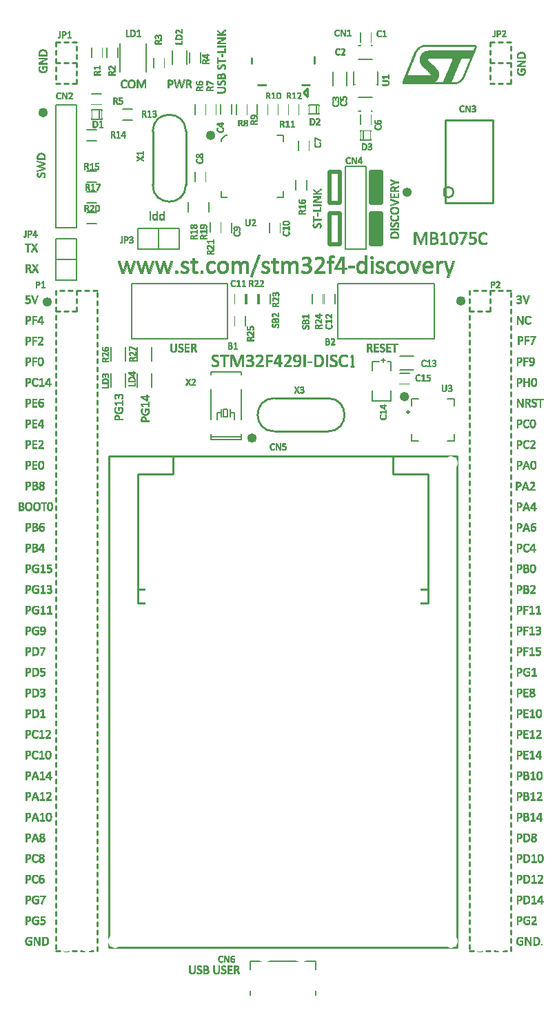
<source format=gbr>
*
%FSLAX36Y36*%
%MOIN*%
%ADD10C,0.010000*%
%ADD11C,0.008000*%
%ADD12C,0.006000*%
%ADD13C,0.020000*%
%ADD14C,0.003150*%
%ADD15C,0.007870*%
%ADD16C,0.006299*%
%ADD17C,0.005000*%
%ADD18C,0.009839*%
%ADD19C,0.003941*%
%ADD20C,0.001969*%
%ADD21C,0.011811*%
%ADD22C,0.014150*%
%ADD23C,0.018087*%
%ADD24C,0.023587*%
%ADD25R,0.087091X0.087091*%
%ADD26C,0.087091*%
%ADD27R,0.095831X0.068272*%
%ADD28R,0.102130X0.076929*%
%ADD29R,0.040709X0.034799*%
%ADD30R,0.060390X0.064331*%
%ADD31R,0.033091X0.047091*%
%ADD32C,0.079091*%
%ADD33R,0.150949X0.064331*%
%ADD34C,0.063150*%
%ADD35R,0.077091X0.067091*%
%ADD36R,0.072209X0.103689*%
%ADD37C,0.056461*%
%ADD38C,0.060756*%
%ADD39R,0.064331X0.060390*%
%ADD40R,0.056461X0.024961*%
%ADD41R,0.024961X0.056461*%
%ADD42O,0.054488X0.028902*%
%ADD43O,0.028902X0.054488*%
%ADD44R,0.095831X0.154882*%
%ADD45R,0.261181X0.064331*%
%ADD46R,0.032839X0.150949*%
%ADD47C,0.052520*%
%ADD48R,0.060390X0.076142*%
%ADD49C,0.027091*%
%ADD50R,0.054252X0.047248*%
%ADD51R,0.047248X0.054252*%
%ADD52R,0.047091X0.054091*%
%ADD53R,0.037248X0.108000*%
%ADD54C,0.059213*%
%ADD55C,0.067087*%
%ADD56C,0.071024*%
%ADD57C,0.027087*%
%ADD58C,0.009000*%
%IPPOS*%
%LNto*%
%LPD*%
G75*
G54D10*
X002858827Y008849464D02*
Y004152614D01*
G36*
X003808040Y008298283D02*
G02X003808040Y008337653I000000000J000019685D01*
G02X003808040Y008298283I000000000J-000019685D01*
G37*
G54D11*
G02X003808040Y008337653I000000000J000019685D01*
G02X003808040Y008298283I000000000J-000019685D01*
G54D12*
X004876032Y008610448D02*
G01X004909064D01*
G36*
X004745560Y007035803D02*
G02X004745560Y007075173I000000000J000019685D01*
G02X004745560Y007035803I000000000J-000019685D01*
G37*
G54D11*
G02X004745560Y007075173I000000000J000019685D01*
G02X004745560Y007035803I000000000J-000019685D01*
G54D12*
X004754064Y008610448D02*
G01X004758040D01*
G36*
X003018040Y007493283D02*
G02X003018040Y007532653I000000000J000019685D01*
G02X003018040Y007493283I000000000J-000019685D01*
G37*
G54D11*
G02X003018040Y007532653I000000000J000019685D01*
G02X003018040Y007493283I000000000J-000019685D01*
G36*
X002998040Y008408283D02*
G02X002998040Y008447653I000000000J000019685D01*
G02X002998040Y008408283I000000000J-000019685D01*
G37*
G54D11*
G02X002998040Y008447653I000000000J000019685D01*
G02X002998040Y008408283I000000000J-000019685D01*
G36*
X004758040Y008023283D02*
G02X004758040Y008062653I000000000J000019685D01*
G02X004758040Y008023283I000000000J-000019685D01*
G37*
G54D11*
G02X004758040Y008062653I000000000J000019685D01*
G02X004758040Y008023283I000000000J-000019685D01*
G36*
X005018040Y007498283D02*
G02X005018040Y007537653I000000000J000019685D01*
G02X005018040Y007498283I000000000J-000019685D01*
G37*
G54D11*
G02X005018040Y007537653I000000000J000019685D01*
G02X005018040Y007498283I000000000J-000019685D01*
G54D13*
X004383040Y007792968D02*
G01X004433040D01*
Y007942968D01*
X004383040D01*
Y007792968D01*
G36*
X004583040D02*
Y007942968D01*
X004633040D01*
Y007792968D01*
X004583040D01*
G37*
G54D13*
X004633040D01*
Y007942968D01*
X004583040D01*
Y007792968D01*
G54D12*
X004756032Y008615448D02*
X004760048D01*
X005032056Y008605448D02*
X005035048D01*
X004874064D02*
X004909064D01*
X005029064Y008600448D02*
X005033040D01*
X004750048D02*
X004908040D01*
X004944064Y008595448D02*
X004978040D01*
X005024064Y008590448D02*
X005028040D01*
G36*
X004583040Y007992968D02*
Y008142968D01*
X004633040D01*
Y007992968D01*
X004583040D01*
G37*
G54D13*
X004633040D01*
Y008142968D01*
X004583040D01*
Y007992968D01*
G36*
X004008040Y006835803D02*
G02X004008040Y006875173I000000000J000019685D01*
G02X004008040Y006835803I000000000J-000019685D01*
G37*
G54D11*
G02X004008040Y006875173I000000000J000019685D01*
G02X004008040Y006835803I000000000J-000019685D01*
X003999418Y004146708D02*
G01X004316662D01*
Y004327810D01*
X003999418D01*
Y004146708D01*
G54D12*
X004752056Y008605448D02*
X004756032D01*
X004946032Y008600448D02*
X004980048D01*
X005027056Y008595448D02*
X005031032D01*
X004748040D02*
X004906032D01*
X004942056Y008590448D02*
X004976032D01*
X005020048Y008585448D02*
X005024064D01*
X004744064D02*
X004900048D01*
X004938040Y008580448D02*
X004972056D01*
X005007056Y008575448D02*
X005013040D01*
X004740048D02*
X004890048D01*
X004777056Y008665448D02*
X004781032D01*
X004973040D02*
X005007056D01*
X004779064Y008670448D02*
X004783040D01*
X004975048D02*
X005009064D01*
X004781032Y008675448D02*
X004785048D01*
X004977056D02*
X005011032D01*
X004783040Y008680448D02*
X004787056D01*
X004979064D02*
X005013040D01*
X004786032Y008685448D02*
X004789064D01*
X004981032D02*
X005015048D01*
X004788040Y008690448D02*
X004791032D01*
X004824064Y008695448D02*
X005072056D01*
X004829064Y008705448D02*
X005076032D01*
X004839064Y008715448D02*
X005080048D01*
X004802056Y008725448D02*
X004806032D01*
X004805048Y008730448D02*
X004809064D01*
Y008735448D02*
X004813040D01*
X004814064Y008740448D02*
X004819064D01*
X004821032Y008745448D02*
X004829064D01*
X004835048Y008750448D02*
X005090048D01*
X004798040Y008715448D02*
X004801032D01*
X004792056Y008700448D02*
X004795048D01*
X004796032Y008710448D02*
X004799064D01*
X004874064Y008615448D02*
X004909064D01*
X004952056D02*
X004986032D01*
X004837056Y008650448D02*
X004885048D01*
X004848040Y008640448D02*
X004896032D01*
X005052056Y008655448D02*
X005056032D01*
X005050048Y008650448D02*
X005053040D01*
X005048040Y008645448D02*
X005051032D01*
X005046032Y008640448D02*
X005049064D01*
X005044064Y008635448D02*
X005047056D01*
X004853040D02*
X004901032D01*
X004959064Y008630448D02*
X004993040D01*
X005040048Y008625448D02*
X005043040D01*
X004864064D02*
X004906032D01*
X004869064Y008620448D02*
X004908040D01*
X004970048Y008574464D02*
X004969064D01*
Y008572456D01*
X004970048D01*
Y008571472D01*
X004991032D01*
X004995048Y008572456D01*
X004999064D01*
X005002056Y008573480D01*
X005006032Y008575448D01*
X005009064Y008577456D01*
X005012056Y008578480D01*
X005015048Y008581472D01*
X005018040Y008583480D01*
X005021032Y008586472D01*
X005029064Y008598480D01*
X005050048Y008649464D01*
X005065048Y008686472D01*
Y008689464D01*
X005064064D01*
Y008690448D01*
X005021032D01*
X005020048Y008689464D01*
X005018040D01*
Y008688480D01*
X005017056D01*
Y008687456D01*
X005016032D01*
Y008686472D01*
X005015048Y008684464D01*
X004970048Y008574464D01*
X004971032Y008660448D02*
X005005048D01*
X004761032Y008625448D02*
X004764064D01*
X004804064Y008722456D02*
X004812056Y008734464D01*
X004815048Y008736472D01*
X004817056Y008739464D01*
X004823040Y008743480D01*
X004827056Y008744464D01*
X004830048Y008746472D01*
X004834064Y008747456D01*
X004837056Y008748480D01*
X005089064D01*
Y008745448D01*
X005088040Y008741472D01*
X005085048Y008735448D01*
X005083040Y008730448D01*
X005082056Y008728480D01*
X005081032Y008725448D01*
Y008724464D01*
X005080048D01*
Y008723480D01*
X004865048D01*
X004856032Y008722456D01*
X004848040Y008720448D01*
X004841032Y008717456D01*
X004835048Y008713480D01*
X004831032Y008708480D01*
X004827056Y008702456D01*
X004824064Y008696472D01*
X004823040Y008690448D01*
X004822056Y008683480D01*
Y008677456D01*
X004823040Y008670448D01*
X004826032Y008664464D01*
X004829064Y008659464D01*
X004833040Y008654464D01*
X004868040Y008621472D01*
X004871032Y008619464D01*
X004872056Y008617456D01*
X004873040D01*
X004874064Y008615448D01*
X004876032Y008613480D01*
Y008608480D01*
X004872056Y008604464D01*
X004871032D01*
X004869064Y008603480D01*
X004758040D01*
X004757056Y008604464D01*
X004756032D01*
Y008607456D01*
X004804064Y008722456D01*
X004763040Y008630448D02*
X004766032D01*
X004767056Y008640448D02*
X004770048D01*
X004771032Y008650448D02*
X004774064D01*
X004775048Y008660448D02*
X004779064D01*
X004950048Y008610448D02*
X004984064D01*
X004948040Y008605448D02*
X004982056D01*
G54D13*
X004383040Y007992968D02*
X004433040D01*
Y008142968D01*
X004383040D01*
Y007992968D01*
G54D12*
X004746032Y008590448D02*
X004903040D01*
X004940048Y008585448D02*
X004974064D01*
X005015048Y008580448D02*
X005020048D01*
X004742056D02*
X004896032D01*
X004936032Y008575448D02*
X004970048D01*
X004740048Y008570448D02*
X005003040D01*
X004825048Y008665448D02*
X004869064D01*
X005056032D02*
X005060048D01*
X004824064Y008670448D02*
X004864064D01*
X005058040D02*
X005062056D01*
X004823040Y008675448D02*
X004859064D01*
X005061032D02*
X005064064D01*
X004822056Y008680448D02*
X004855048D01*
X005063040D02*
X005066032D01*
X004822056Y008685448D02*
X004856032D01*
X005065048D02*
X005068040D01*
X004823040Y008690448D02*
X005070048D01*
X004826032Y008700448D02*
X005074064D01*
X004833040Y008710448D02*
X005078040D01*
X004849064Y008720448D02*
X005082056D01*
X005081032Y008725448D02*
X005085048D01*
X005083040Y008730448D02*
X005087056D01*
X005085048Y008735448D02*
X005089064D01*
X005087056Y008740448D02*
X005091032D01*
X005089064Y008745448D02*
X005093040D01*
X004800048Y008720448D02*
X004803040D01*
X004790048Y008695448D02*
X004793040D01*
X004794064Y008705448D02*
X004797056D01*
X005036032Y008615448D02*
X005039064D01*
X005034064Y008610448D02*
X005037056D01*
X004832056Y008655448D02*
X004880048D01*
X004842056Y008645448D02*
X004891032D01*
X004828040Y008660448D02*
X004875048D01*
X004969064Y008655448D02*
X005003040D01*
X004967056Y008650448D02*
X005001032D01*
X004965048Y008645448D02*
X004999064D01*
X004963040Y008640448D02*
X004997056D01*
X004961032Y008635448D02*
X004995048D01*
X005042056Y008630448D02*
X005045048D01*
X004858040D02*
X004904064D01*
X004957056Y008625448D02*
X004991032D01*
X005038040Y008620448D02*
X005041032D01*
X004932056Y008571472D02*
X004884064D01*
Y008572456D01*
X004888040Y008574464D01*
X004891032Y008576472D01*
X004893040Y008577456D01*
X004899064Y008583480D01*
X004901032Y008586472D01*
X004903040Y008588480D01*
X004904064Y008591472D01*
X004906032Y008594464D01*
X004907056Y008598480D01*
X004908040Y008601472D01*
X004909064Y008605448D01*
Y008617456D01*
X004908040Y008621472D01*
X004907056Y008624464D01*
X004905048Y008627456D01*
X004904064Y008630448D01*
X004902056Y008633480D01*
X004901032Y008635448D01*
X004897056Y008639464D01*
Y008640448D01*
X004896032D01*
Y008641472D01*
X004859064Y008675448D01*
X004857056Y008677456D01*
X004856032Y008679464D01*
X004855048Y008680448D01*
Y008684464D01*
X004856032Y008685448D01*
Y008686472D01*
X004859064Y008689464D01*
X004861032D01*
X004862056Y008690448D01*
X004980048D01*
X004981032Y008689464D01*
X004982056D01*
Y008686472D01*
X004936032Y008577456D01*
Y008575448D01*
X004935048Y008574464D01*
Y008573480D01*
X004934064D01*
Y008572456D01*
X004933040D01*
X004932056Y008571472D01*
X004955048Y008620448D02*
X004989064D01*
X005054064Y008660448D02*
X005058040D01*
X004759064Y008620448D02*
X004762056D01*
X005090048Y008751472D02*
X004837056D01*
X004829064Y008749464D01*
X004826032Y008747456D01*
X004822056Y008746472D01*
X004819064Y008744464D01*
X004816032Y008741472D01*
X004813040Y008739464D01*
X004807056Y008733480D01*
X004805048Y008730448D01*
X004803040Y008726472D01*
X004801032Y008723480D01*
X004741032Y008578480D01*
X004740048Y008576472D01*
Y008570448D01*
X004741032D01*
Y008569464D01*
X004742056D01*
X004743040Y008568480D01*
X004995048D01*
X005003040Y008570448D01*
X005006032Y008571472D01*
X005009064Y008573480D01*
X005013040Y008575448D01*
X005016032Y008577456D01*
X005021032Y008582456D01*
X005024064Y008584464D01*
X005030048Y008593480D01*
X005031032Y008597456D01*
X005032056Y008599464D01*
X005092056Y008744464D01*
Y008745448D01*
X005093040D01*
Y008746472D01*
X005092056Y008747456D01*
Y008749464D01*
X005091032D01*
Y008750448D01*
X005090048D01*
Y008751472D01*
X004765048Y008635448D02*
X004768040D01*
X004769064Y008645448D02*
X004772056D01*
X004773040Y008655448D02*
X004776032D01*
G36*
X003927528Y007591826D02*
Y007591157D01*
X003927410Y007590645D01*
X003927253Y007590251D01*
X003926938Y007589818D01*
X003925914Y007589070D01*
X003925323Y007588716D01*
X003924694Y007588362D01*
X003923945Y007588047D01*
X003923473Y007587850D01*
X003922961Y007587692D01*
X003922410Y007587495D01*
X003921859Y007587338D01*
X003921268Y007587220D01*
X003920756Y007587102D01*
X003920245Y007587023D01*
X003919694Y007586944D01*
X003919142Y007586905D01*
X003918591Y007586866D01*
X003918001D01*
X003917528D01*
X003917056Y007586905D01*
X003916583D01*
X003916150Y007586944D01*
X003915717Y007587023D01*
X003915284Y007587102D01*
X003914851Y007587181D01*
X003914418Y007587259D01*
X003913985Y007587377D01*
X003913591Y007587495D01*
X003913197Y007587614D01*
X003912804Y007587771D01*
X003912410Y007587889D01*
X003912016Y007588086D01*
X003911623Y007588283D01*
X003911229Y007588480D01*
X003910835Y007588716D01*
X003910481Y007588952D01*
X003910127Y007589188D01*
X003909772Y007589425D01*
X003909418Y007589700D01*
X003909103Y007590015D01*
X003908788Y007590291D01*
X003908473Y007590606D01*
X003908197Y007590960D01*
X003907882Y007591275D01*
X003907607Y007591669D01*
X003907331Y007592023D01*
X003907095Y007592417D01*
X003906859Y007592810D01*
X003906623Y007593204D01*
X003906426Y007593637D01*
X003906190Y007594070D01*
X003905993Y007594503D01*
X003905835Y007594976D01*
X003905638Y007595448D01*
X003905481Y007595921D01*
X003905363Y007596393D01*
X003905205Y007596866D01*
X003905087Y007597338D01*
X003904969Y007597850D01*
X003904890Y007598362D01*
X003904812Y007598873D01*
X003904733Y007599385D01*
X003904694Y007599897D01*
X003904615Y007600448D01*
X003904575Y007600999D01*
Y007601590D01*
X003904536Y007602181D01*
Y007602771D01*
Y007603204D01*
X003904575Y007603677D01*
Y007604110D01*
X003904615Y007604582D01*
Y007605015D01*
X003904654Y007605448D01*
X003904694Y007605881D01*
X003904772Y007606275D01*
X003904812Y007606708D01*
X003904890Y007607102D01*
X003904969Y007607495D01*
X003905048Y007607929D01*
X003905127Y007608322D01*
X003905245Y007608677D01*
X003905323Y007609070D01*
X003905442Y007609425D01*
X003905560Y007609818D01*
X003905717Y007610251D01*
X003905875Y007610684D01*
X003906032Y007611078D01*
X003906190Y007611511D01*
X003906386Y007611905D01*
X003906583Y007612299D01*
X003906780Y007612692D01*
X003906977Y007613047D01*
X003907174Y007613401D01*
X003907410Y007613755D01*
X003907646Y007614110D01*
X003907882Y007614425D01*
X003908119Y007614740D01*
X003908394Y007615055D01*
X003908709Y007615409D01*
X003909024Y007615763D01*
X003909339Y007616078D01*
X003909694Y007616393D01*
X003910048Y007616669D01*
X003910402Y007616944D01*
X003910796Y007617220D01*
X003911150Y007617456D01*
X003911544Y007617732D01*
X003911938Y007617929D01*
X003912371Y007618125D01*
X003912764Y007618362D01*
X003913197Y007618519D01*
X003913631Y007618677D01*
X003914103Y007618834D01*
X003914536Y007618952D01*
X003915008Y007619070D01*
X003915481Y007619188D01*
X003915953Y007619267D01*
X003916426Y007619346D01*
X003916898Y007619385D01*
X003917410Y007619425D01*
X003917922Y007619464D01*
X003918434D01*
X003918985D01*
X003919497Y007619425D01*
X003920048Y007619385D01*
X003920560Y007619306D01*
X003921071Y007619228D01*
X003921583Y007619149D01*
X003922095Y007619031D01*
X003922568Y007618913D01*
X003923040Y007618755D01*
X003923473Y007618637D01*
X003924024Y007618440D01*
X003924536Y007618244D01*
X003924969Y007618007D01*
X003925442Y007617771D01*
X003925835Y007617535D01*
X003926150Y007617338D01*
X003926426Y007617141D01*
X003926623Y007616984D01*
X003927056Y007616511D01*
X003927213Y007616078D01*
X003927292Y007615527D01*
X003927331Y007614740D01*
Y007614306D01*
X003927292Y007613913D01*
X003927134Y007613322D01*
X003926898Y007612968D01*
X003926583Y007612889D01*
X003925599Y007613362D01*
X003924890Y007613834D01*
X003924024Y007614385D01*
X003923512Y007614661D01*
X003922961Y007614897D01*
X003922331Y007615173D01*
X003921662Y007615409D01*
X003921071Y007615566D01*
X003920481Y007615684D01*
X003919812Y007615803D01*
X003919103Y007615842D01*
X003918355Y007615881D01*
X003917725Y007615842D01*
X003917174Y007615803D01*
X003916583Y007615724D01*
X003916032Y007615606D01*
X003915520Y007615448D01*
X003914969Y007615251D01*
X003914497Y007615015D01*
X003913906Y007614700D01*
X003913394Y007614346D01*
X003912882Y007613992D01*
X003912410Y007613519D01*
X003911938Y007613047D01*
X003911505Y007612535D01*
X003911190Y007612023D01*
X003910875Y007611511D01*
X003910560Y007610960D01*
X003910284Y007610409D01*
X003910048Y007609779D01*
X003909812Y007609149D01*
X003909615Y007608519D01*
X003909457Y007607889D01*
X003909300Y007607259D01*
X003909221Y007606629D01*
X003909103Y007605960D01*
X003909024Y007605251D01*
X003908985Y007604543D01*
X003908945Y007603834D01*
Y007603086D01*
Y007602535D01*
Y007601984D01*
X003908985Y007601472D01*
X003909024Y007600960D01*
X003909064Y007600448D01*
X003909142Y007599976D01*
X003909221Y007599503D01*
X003909300Y007599031D01*
X003909379Y007598598D01*
X003909497Y007598165D01*
X003909654Y007597535D01*
X003909851Y007596984D01*
X003910048Y007596432D01*
X003910245Y007595921D01*
X003910481Y007595448D01*
X003910717Y007595015D01*
X003910953Y007594582D01*
X003911190Y007594188D01*
X003911583Y007593716D01*
X003911977Y007593322D01*
X003912371Y007592929D01*
X003912764Y007592535D01*
X003913197Y007592220D01*
X003913591Y007591944D01*
X003914024Y007591669D01*
X003914457Y007591472D01*
X003915087Y007591236D01*
X003915717Y007591039D01*
X003916386Y007590881D01*
X003917056Y007590763D01*
X003917764Y007590684D01*
X003918512D01*
X003919103D01*
X003919733Y007590724D01*
X003920284Y007590803D01*
X003920835Y007590881D01*
X003921347Y007590999D01*
X003921819Y007591118D01*
X003922371Y007591314D01*
X003922882Y007591511D01*
X003923394Y007591747D01*
X003923827Y007591944D01*
X003924221Y007592181D01*
X003924733Y007592456D01*
X003925166Y007592732D01*
X003925520Y007592968D01*
X003925875Y007593204D01*
X003926268Y007593480D01*
X003926623Y007593637D01*
X003926898Y007593677D01*
X003927213Y007593598D01*
X003927371Y007593322D01*
X003927489Y007592732D01*
X003927528Y007591826D01*
G37*
G54D14*
Y007591157D01*
X003927410Y007590645D01*
X003927253Y007590251D01*
X003926938Y007589818D01*
X003925914Y007589070D01*
X003925323Y007588716D01*
X003924694Y007588362D01*
X003923945Y007588047D01*
X003923473Y007587850D01*
X003922961Y007587692D01*
X003922410Y007587495D01*
X003921859Y007587338D01*
X003921268Y007587220D01*
X003920756Y007587102D01*
X003920245Y007587023D01*
X003919694Y007586944D01*
X003919142Y007586905D01*
X003918591Y007586866D01*
X003918001D01*
X003917528D01*
X003917056Y007586905D01*
X003916583D01*
X003916150Y007586944D01*
X003915717Y007587023D01*
X003915284Y007587102D01*
X003914851Y007587181D01*
X003914418Y007587259D01*
X003913985Y007587377D01*
X003913591Y007587495D01*
X003913197Y007587614D01*
X003912804Y007587771D01*
X003912410Y007587889D01*
X003912016Y007588086D01*
X003911623Y007588283D01*
X003911229Y007588480D01*
X003910835Y007588716D01*
X003910481Y007588952D01*
X003910127Y007589188D01*
X003909772Y007589425D01*
X003909418Y007589700D01*
X003909103Y007590015D01*
X003908788Y007590291D01*
X003908473Y007590606D01*
X003908197Y007590960D01*
X003907882Y007591275D01*
X003907607Y007591669D01*
X003907331Y007592023D01*
X003907095Y007592417D01*
X003906859Y007592810D01*
X003906623Y007593204D01*
X003906426Y007593637D01*
X003906190Y007594070D01*
X003905993Y007594503D01*
X003905835Y007594976D01*
X003905638Y007595448D01*
X003905481Y007595921D01*
X003905363Y007596393D01*
X003905205Y007596866D01*
X003905087Y007597338D01*
X003904969Y007597850D01*
X003904890Y007598362D01*
X003904812Y007598873D01*
X003904733Y007599385D01*
X003904694Y007599897D01*
X003904615Y007600448D01*
X003904575Y007600999D01*
Y007601590D01*
X003904536Y007602181D01*
Y007602771D01*
Y007603204D01*
X003904575Y007603677D01*
Y007604110D01*
X003904615Y007604582D01*
Y007605015D01*
X003904654Y007605448D01*
X003904694Y007605881D01*
X003904772Y007606275D01*
X003904812Y007606708D01*
X003904890Y007607102D01*
X003904969Y007607495D01*
X003905048Y007607929D01*
X003905127Y007608322D01*
X003905245Y007608677D01*
X003905323Y007609070D01*
X003905442Y007609425D01*
X003905560Y007609818D01*
X003905717Y007610251D01*
X003905875Y007610684D01*
X003906032Y007611078D01*
X003906190Y007611511D01*
X003906386Y007611905D01*
X003906583Y007612299D01*
X003906780Y007612692D01*
X003906977Y007613047D01*
X003907174Y007613401D01*
X003907410Y007613755D01*
X003907646Y007614110D01*
X003907882Y007614425D01*
X003908119Y007614740D01*
X003908394Y007615055D01*
X003908709Y007615409D01*
X003909024Y007615763D01*
X003909339Y007616078D01*
X003909694Y007616393D01*
X003910048Y007616669D01*
X003910402Y007616944D01*
X003910796Y007617220D01*
X003911150Y007617456D01*
X003911544Y007617732D01*
X003911938Y007617929D01*
X003912371Y007618125D01*
X003912764Y007618362D01*
X003913197Y007618519D01*
X003913631Y007618677D01*
X003914103Y007618834D01*
X003914536Y007618952D01*
X003915008Y007619070D01*
X003915481Y007619188D01*
X003915953Y007619267D01*
X003916426Y007619346D01*
X003916898Y007619385D01*
X003917410Y007619425D01*
X003917922Y007619464D01*
X003918434D01*
X003918985D01*
X003919497Y007619425D01*
X003920048Y007619385D01*
X003920560Y007619306D01*
X003921071Y007619228D01*
X003921583Y007619149D01*
X003922095Y007619031D01*
X003922568Y007618913D01*
X003923040Y007618755D01*
X003923473Y007618637D01*
X003924024Y007618440D01*
X003924536Y007618244D01*
X003924969Y007618007D01*
X003925442Y007617771D01*
X003925835Y007617535D01*
X003926150Y007617338D01*
X003926426Y007617141D01*
X003926623Y007616984D01*
X003927056Y007616511D01*
X003927213Y007616078D01*
X003927292Y007615527D01*
X003927331Y007614740D01*
Y007614306D01*
X003927292Y007613913D01*
X003927134Y007613322D01*
X003926898Y007612968D01*
X003926583Y007612889D01*
X003925599Y007613362D01*
X003924890Y007613834D01*
X003924024Y007614385D01*
X003923512Y007614661D01*
X003922961Y007614897D01*
X003922331Y007615173D01*
X003921662Y007615409D01*
X003921071Y007615566D01*
X003920481Y007615684D01*
X003919812Y007615803D01*
X003919103Y007615842D01*
X003918355Y007615881D01*
X003917725Y007615842D01*
X003917174Y007615803D01*
X003916583Y007615724D01*
X003916032Y007615606D01*
X003915520Y007615448D01*
X003914969Y007615251D01*
X003914497Y007615015D01*
X003913906Y007614700D01*
X003913394Y007614346D01*
X003912882Y007613992D01*
X003912410Y007613519D01*
X003911938Y007613047D01*
X003911505Y007612535D01*
X003911190Y007612023D01*
X003910875Y007611511D01*
X003910560Y007610960D01*
X003910284Y007610409D01*
X003910048Y007609779D01*
X003909812Y007609149D01*
X003909615Y007608519D01*
X003909457Y007607889D01*
X003909300Y007607259D01*
X003909221Y007606629D01*
X003909103Y007605960D01*
X003909024Y007605251D01*
X003908985Y007604543D01*
X003908945Y007603834D01*
Y007603086D01*
Y007602535D01*
Y007601984D01*
X003908985Y007601472D01*
X003909024Y007600960D01*
X003909064Y007600448D01*
X003909142Y007599976D01*
X003909221Y007599503D01*
X003909300Y007599031D01*
X003909379Y007598598D01*
X003909497Y007598165D01*
X003909654Y007597535D01*
X003909851Y007596984D01*
X003910048Y007596432D01*
X003910245Y007595921D01*
X003910481Y007595448D01*
X003910717Y007595015D01*
X003910953Y007594582D01*
X003911190Y007594188D01*
X003911583Y007593716D01*
X003911977Y007593322D01*
X003912371Y007592929D01*
X003912764Y007592535D01*
X003913197Y007592220D01*
X003913591Y007591944D01*
X003914024Y007591669D01*
X003914457Y007591472D01*
X003915087Y007591236D01*
X003915717Y007591039D01*
X003916386Y007590881D01*
X003917056Y007590763D01*
X003917764Y007590684D01*
X003918512D01*
X003919103D01*
X003919733Y007590724D01*
X003920284Y007590803D01*
X003920835Y007590881D01*
X003921347Y007590999D01*
X003921819Y007591118D01*
X003922371Y007591314D01*
X003922882Y007591511D01*
X003923394Y007591747D01*
X003923827Y007591944D01*
X003924221Y007592181D01*
X003924733Y007592456D01*
X003925166Y007592732D01*
X003925520Y007592968D01*
X003925875Y007593204D01*
X003926268Y007593480D01*
X003926623Y007593637D01*
X003926898Y007593677D01*
X003927213Y007593598D01*
X003927371Y007593322D01*
X003927489Y007592732D01*
X003927528Y007591826D01*
G36*
X003951544Y007588952D02*
X003951505Y007588519D01*
X003951465Y007588165D01*
X003951268Y007587653D01*
X003950993Y007587338D01*
X003950638Y007587259D01*
X003934024D01*
X003933709Y007587338D01*
X003933434Y007587653D01*
X003933197Y007588165D01*
X003933119Y007588952D01*
X003933237Y007589700D01*
X003933394Y007590251D01*
X003933670Y007590566D01*
X003934024Y007590684D01*
X003940756D01*
Y007614858D01*
X003934615Y007611275D01*
X003934221Y007611078D01*
X003933906Y007610960D01*
X003933434Y007611078D01*
X003933197Y007611629D01*
X003933119Y007612535D01*
X003933197Y007613244D01*
X003933276Y007613716D01*
X003933473Y007614070D01*
X003933867Y007614346D01*
X003941111Y007618992D01*
X003941386Y007619110D01*
X003941741Y007619188D01*
X003942253Y007619267D01*
X003943001D01*
X003943512D01*
X003943985Y007619228D01*
X003944575Y007619070D01*
X003944851Y007618873D01*
X003944930Y007618598D01*
Y007590684D01*
X003950638D01*
X003951032Y007590566D01*
X003951308Y007590251D01*
X003951465Y007589700D01*
X003951544Y007588952D01*
G37*
G54D14*
X003951505Y007588519D01*
X003951465Y007588165D01*
X003951268Y007587653D01*
X003950993Y007587338D01*
X003950638Y007587259D01*
X003934024D01*
X003933709Y007587338D01*
X003933434Y007587653D01*
X003933197Y007588165D01*
X003933119Y007588952D01*
X003933237Y007589700D01*
X003933394Y007590251D01*
X003933670Y007590566D01*
X003934024Y007590684D01*
X003940756D01*
Y007614858D01*
X003934615Y007611275D01*
X003934221Y007611078D01*
X003933906Y007610960D01*
X003933434Y007611078D01*
X003933197Y007611629D01*
X003933119Y007612535D01*
X003933197Y007613244D01*
X003933276Y007613716D01*
X003933473Y007614070D01*
X003933867Y007614346D01*
X003941111Y007618992D01*
X003941386Y007619110D01*
X003941741Y007619188D01*
X003942253Y007619267D01*
X003943001D01*
X003943512D01*
X003943985Y007619228D01*
X003944575Y007619070D01*
X003944851Y007618873D01*
X003944930Y007618598D01*
Y007590684D01*
X003950638D01*
X003951032Y007590566D01*
X003951308Y007590251D01*
X003951465Y007589700D01*
X003951544Y007588952D01*
G36*
X003976938D02*
X003976898Y007588519D01*
X003976859Y007588165D01*
X003976662Y007587653D01*
X003976386Y007587338D01*
X003976071Y007587259D01*
X003959418D01*
X003959103Y007587338D01*
X003958827Y007587653D01*
X003958591Y007588165D01*
X003958552Y007588952D01*
X003958631Y007589700D01*
X003958788Y007590251D01*
X003959064Y007590566D01*
X003959418Y007590684D01*
X003966150D01*
Y007614858D01*
X003960008Y007611275D01*
X003959615Y007611078D01*
X003959300Y007610960D01*
X003958827Y007611078D01*
X003958591Y007611629D01*
X003958552Y007612535D01*
X003958591Y007613244D01*
X003958670Y007613716D01*
X003958906Y007614070D01*
X003959260Y007614346D01*
X003966544Y007618992D01*
X003966780Y007619110D01*
X003967134Y007619188D01*
X003967646Y007619267D01*
X003968394D01*
X003968945D01*
X003969379Y007619228D01*
X003969969Y007619070D01*
X003970284Y007618873D01*
X003970323Y007618598D01*
Y007590684D01*
X003976071D01*
X003976426Y007590566D01*
X003976701Y007590251D01*
X003976859Y007589700D01*
X003976938Y007588952D01*
G37*
G54D14*
X003976898Y007588519D01*
X003976859Y007588165D01*
X003976662Y007587653D01*
X003976386Y007587338D01*
X003976071Y007587259D01*
X003959418D01*
X003959103Y007587338D01*
X003958827Y007587653D01*
X003958591Y007588165D01*
X003958552Y007588952D01*
X003958631Y007589700D01*
X003958788Y007590251D01*
X003959064Y007590566D01*
X003959418Y007590684D01*
X003966150D01*
Y007614858D01*
X003960008Y007611275D01*
X003959615Y007611078D01*
X003959300Y007610960D01*
X003958827Y007611078D01*
X003958591Y007611629D01*
X003958552Y007612535D01*
X003958591Y007613244D01*
X003958670Y007613716D01*
X003958906Y007614070D01*
X003959260Y007614346D01*
X003966544Y007618992D01*
X003966780Y007619110D01*
X003967134Y007619188D01*
X003967646Y007619267D01*
X003968394D01*
X003968945D01*
X003969379Y007619228D01*
X003969969Y007619070D01*
X003970284Y007618873D01*
X003970323Y007618598D01*
Y007590684D01*
X003976071D01*
X003976426Y007590566D01*
X003976701Y007590251D01*
X003976859Y007589700D01*
X003976938Y007588952D01*
G54D15*
X004458040Y008167968D02*
X004558040D01*
X004458040D02*
Y007767968D01*
X004558040Y008167968D02*
Y007767968D01*
X004458040D02*
X004558040D01*
G36*
X004483434Y008185921D02*
Y008185251D01*
X004483355Y008184740D01*
X004483197Y008184346D01*
X004482843Y008183913D01*
X004481819Y008183125D01*
X004481229Y008182810D01*
X004480599Y008182456D01*
X004479851Y008182141D01*
X004479379Y008181944D01*
X004478867Y008181747D01*
X004478355Y008181590D01*
X004477764Y008181432D01*
X004477174Y008181314D01*
X004476662Y008181196D01*
X004476150Y008181118D01*
X004475599Y008181039D01*
X004475048Y008180999D01*
X004474497Y008180960D01*
X004473906D01*
X004473434D01*
X004472961Y008180999D01*
X004472489Y008181039D01*
X004472056Y008181078D01*
X004471623Y008181118D01*
X004471150Y008181196D01*
X004470756Y008181275D01*
X004470323Y008181354D01*
X004469890Y008181472D01*
X004469497Y008181590D01*
X004469103Y008181708D01*
X004468709Y008181826D01*
X004468316Y008181984D01*
X004467922Y008182181D01*
X004467489Y008182377D01*
X004467134Y008182574D01*
X004466741Y008182810D01*
X004466386Y008183047D01*
X004466032Y008183283D01*
X004465678Y008183519D01*
X004465323Y008183795D01*
X004465008Y008184110D01*
X004464694Y008184385D01*
X004464379Y008184700D01*
X004464064Y008185055D01*
X004463788Y008185409D01*
X004463512Y008185763D01*
X004463276Y008186118D01*
X004463001Y008186511D01*
X004462764Y008186905D01*
X004462528Y008187299D01*
X004462331Y008187732D01*
X004462095Y008188165D01*
X004461898Y008188598D01*
X004461741Y008189070D01*
X004461544Y008189543D01*
X004461386Y008190015D01*
X004461229Y008190488D01*
X004461111Y008190960D01*
X004460993Y008191432D01*
X004460914Y008191944D01*
X004460796Y008192417D01*
X004460717Y008192968D01*
X004460638Y008193480D01*
X004460599Y008194031D01*
X004460520Y008194543D01*
X004460481Y008195133D01*
Y008195684D01*
X004460442Y008196236D01*
Y008196826D01*
Y008197299D01*
Y008197771D01*
X004460481Y008198204D01*
Y008198677D01*
X004460520Y008199110D01*
X004460560Y008199543D01*
X004460599Y008199976D01*
X004460678Y008200369D01*
X004460717Y008200803D01*
X004460796Y008201196D01*
X004460875Y008201629D01*
X004460953Y008202023D01*
X004461032Y008202377D01*
X004461111Y008202771D01*
X004461229Y008203165D01*
X004461347Y008203519D01*
X004461465Y008203913D01*
X004461623Y008204346D01*
X004461741Y008204779D01*
X004461938Y008205173D01*
X004462095Y008205606D01*
X004462292Y008205999D01*
X004462489Y008206393D01*
X004462686Y008206747D01*
X004462882Y008207141D01*
X004463079Y008207495D01*
X004463316Y008207850D01*
X004463552Y008208165D01*
X004463788Y008208519D01*
X004464064Y008208834D01*
X004464300Y008209149D01*
X004464615Y008209503D01*
X004464930Y008209858D01*
X004465245Y008210173D01*
X004465599Y008210488D01*
X004465953Y008210763D01*
X004466308Y008211039D01*
X004466662Y008211314D01*
X004467056Y008211551D01*
X004467449Y008211787D01*
X004467843Y008212023D01*
X004468276Y008212220D01*
X004468670Y008212417D01*
X004469103Y008212614D01*
X004469536Y008212771D01*
X004470008Y008212929D01*
X004470442Y008213047D01*
X004470914Y008213165D01*
X004471386Y008213283D01*
X004471859Y008213362D01*
X004472331Y008213440D01*
X004472804Y008213480D01*
X004473316Y008213519D01*
X004473827Y008213558D01*
X004474339D01*
X004474890D01*
X004475402Y008213519D01*
X004475953Y008213480D01*
X004476465Y008213401D01*
X004477016Y008213322D01*
X004477489Y008213244D01*
X004478001Y008213125D01*
X004478473Y008213007D01*
X004478945Y008212850D01*
X004479379Y008212732D01*
X004479930Y008212535D01*
X004480442Y008212338D01*
X004480914Y008212102D01*
X004481347Y008211866D01*
X004481741Y008211629D01*
X004482056Y008211432D01*
X004482331Y008211236D01*
X004482528Y008211078D01*
X004482961Y008210606D01*
X004483119Y008210173D01*
X004483197Y008209621D01*
X004483237Y008208873D01*
Y008208401D01*
X004483197Y008208007D01*
X004483040Y008207417D01*
X004482804Y008207062D01*
X004482489Y008206944D01*
X004481505Y008207417D01*
X004480835Y008207929D01*
X004479930Y008208480D01*
X004479418Y008208755D01*
X004478867Y008208992D01*
X004478237Y008209267D01*
X004477568Y008209503D01*
X004477016Y008209661D01*
X004476386Y008209779D01*
X004475717Y008209897D01*
X004475008Y008209936D01*
X004474221Y008209976D01*
X004473631Y008209936D01*
X004473079Y008209897D01*
X004472489Y008209818D01*
X004471938Y008209700D01*
X004471426Y008209543D01*
X004470914Y008209346D01*
X004470402Y008209110D01*
X004469812Y008208795D01*
X004469300Y008208480D01*
X004468788Y008208047D01*
X004468316Y008207653D01*
X004467843Y008207141D01*
X004467410Y008206629D01*
X004467095Y008206118D01*
X004466780Y008205606D01*
X004466465Y008205055D01*
X004466190Y008204503D01*
X004465953Y008203913D01*
X004465717Y008203244D01*
X004465520Y008202574D01*
X004465363Y008201984D01*
X004465245Y008201354D01*
X004465127Y008200724D01*
X004465008Y008200055D01*
X004464930Y008199346D01*
X004464890Y008198637D01*
X004464851Y008197929D01*
Y008197181D01*
Y008196629D01*
Y008196078D01*
X004464890Y008195566D01*
X004464930Y008195055D01*
X004464969Y008194582D01*
X004465048Y008194070D01*
X004465127Y008193598D01*
X004465205Y008193125D01*
X004465284Y008192692D01*
X004465402Y008192259D01*
X004465560Y008191629D01*
X004465756Y008191078D01*
X004465953Y008190527D01*
X004466150Y008190015D01*
X004466386Y008189543D01*
X004466623Y008189110D01*
X004466859Y008188677D01*
X004467095Y008188283D01*
X004467489Y008187810D01*
X004467882Y008187377D01*
X004468276Y008187023D01*
X004468670Y008186629D01*
X004469103Y008186314D01*
X004469497Y008186039D01*
X004469930Y008185803D01*
X004470363Y008185566D01*
X004470993Y008185330D01*
X004471623Y008185133D01*
X004472292Y008184976D01*
X004472961Y008184858D01*
X004473670Y008184779D01*
X004474418D01*
X004475008D01*
X004475599Y008184818D01*
X004476190Y008184897D01*
X004476741Y008184976D01*
X004477253Y008185094D01*
X004477725Y008185251D01*
X004478276Y008185409D01*
X004478788Y008185606D01*
X004479260Y008185842D01*
X004479733Y008186039D01*
X004480166Y008186275D01*
X004480638Y008186551D01*
X004481071Y008186826D01*
X004481465Y008187062D01*
X004481780Y008187299D01*
X004482174Y008187574D01*
X004482528Y008187732D01*
X004482804Y008187771D01*
X004483079Y008187692D01*
X004483316Y008187417D01*
X004483394Y008186826D01*
X004483434Y008185921D01*
G37*
G54D14*
Y008185251D01*
X004483355Y008184740D01*
X004483197Y008184346D01*
X004482843Y008183913D01*
X004481819Y008183125D01*
X004481229Y008182810D01*
X004480599Y008182456D01*
X004479851Y008182141D01*
X004479379Y008181944D01*
X004478867Y008181747D01*
X004478355Y008181590D01*
X004477764Y008181432D01*
X004477174Y008181314D01*
X004476662Y008181196D01*
X004476150Y008181118D01*
X004475599Y008181039D01*
X004475048Y008180999D01*
X004474497Y008180960D01*
X004473906D01*
X004473434D01*
X004472961Y008180999D01*
X004472489Y008181039D01*
X004472056Y008181078D01*
X004471623Y008181118D01*
X004471150Y008181196D01*
X004470756Y008181275D01*
X004470323Y008181354D01*
X004469890Y008181472D01*
X004469497Y008181590D01*
X004469103Y008181708D01*
X004468709Y008181826D01*
X004468316Y008181984D01*
X004467922Y008182181D01*
X004467489Y008182377D01*
X004467134Y008182574D01*
X004466741Y008182810D01*
X004466386Y008183047D01*
X004466032Y008183283D01*
X004465678Y008183519D01*
X004465323Y008183795D01*
X004465008Y008184110D01*
X004464694Y008184385D01*
X004464379Y008184700D01*
X004464064Y008185055D01*
X004463788Y008185409D01*
X004463512Y008185763D01*
X004463276Y008186118D01*
X004463001Y008186511D01*
X004462764Y008186905D01*
X004462528Y008187299D01*
X004462331Y008187732D01*
X004462095Y008188165D01*
X004461898Y008188598D01*
X004461741Y008189070D01*
X004461544Y008189543D01*
X004461386Y008190015D01*
X004461229Y008190488D01*
X004461111Y008190960D01*
X004460993Y008191432D01*
X004460914Y008191944D01*
X004460796Y008192417D01*
X004460717Y008192968D01*
X004460638Y008193480D01*
X004460599Y008194031D01*
X004460520Y008194543D01*
X004460481Y008195133D01*
Y008195684D01*
X004460442Y008196236D01*
Y008196826D01*
Y008197299D01*
Y008197771D01*
X004460481Y008198204D01*
Y008198677D01*
X004460520Y008199110D01*
X004460560Y008199543D01*
X004460599Y008199976D01*
X004460678Y008200369D01*
X004460717Y008200803D01*
X004460796Y008201196D01*
X004460875Y008201629D01*
X004460953Y008202023D01*
X004461032Y008202377D01*
X004461111Y008202771D01*
X004461229Y008203165D01*
X004461347Y008203519D01*
X004461465Y008203913D01*
X004461623Y008204346D01*
X004461741Y008204779D01*
X004461938Y008205173D01*
X004462095Y008205606D01*
X004462292Y008205999D01*
X004462489Y008206393D01*
X004462686Y008206747D01*
X004462882Y008207141D01*
X004463079Y008207495D01*
X004463316Y008207850D01*
X004463552Y008208165D01*
X004463788Y008208519D01*
X004464064Y008208834D01*
X004464300Y008209149D01*
X004464615Y008209503D01*
X004464930Y008209858D01*
X004465245Y008210173D01*
X004465599Y008210488D01*
X004465953Y008210763D01*
X004466308Y008211039D01*
X004466662Y008211314D01*
X004467056Y008211551D01*
X004467449Y008211787D01*
X004467843Y008212023D01*
X004468276Y008212220D01*
X004468670Y008212417D01*
X004469103Y008212614D01*
X004469536Y008212771D01*
X004470008Y008212929D01*
X004470442Y008213047D01*
X004470914Y008213165D01*
X004471386Y008213283D01*
X004471859Y008213362D01*
X004472331Y008213440D01*
X004472804Y008213480D01*
X004473316Y008213519D01*
X004473827Y008213558D01*
X004474339D01*
X004474890D01*
X004475402Y008213519D01*
X004475953Y008213480D01*
X004476465Y008213401D01*
X004477016Y008213322D01*
X004477489Y008213244D01*
X004478001Y008213125D01*
X004478473Y008213007D01*
X004478945Y008212850D01*
X004479379Y008212732D01*
X004479930Y008212535D01*
X004480442Y008212338D01*
X004480914Y008212102D01*
X004481347Y008211866D01*
X004481741Y008211629D01*
X004482056Y008211432D01*
X004482331Y008211236D01*
X004482528Y008211078D01*
X004482961Y008210606D01*
X004483119Y008210173D01*
X004483197Y008209621D01*
X004483237Y008208873D01*
Y008208401D01*
X004483197Y008208007D01*
X004483040Y008207417D01*
X004482804Y008207062D01*
X004482489Y008206944D01*
X004481505Y008207417D01*
X004480835Y008207929D01*
X004479930Y008208480D01*
X004479418Y008208755D01*
X004478867Y008208992D01*
X004478237Y008209267D01*
X004477568Y008209503D01*
X004477016Y008209661D01*
X004476386Y008209779D01*
X004475717Y008209897D01*
X004475008Y008209936D01*
X004474221Y008209976D01*
X004473631Y008209936D01*
X004473079Y008209897D01*
X004472489Y008209818D01*
X004471938Y008209700D01*
X004471426Y008209543D01*
X004470914Y008209346D01*
X004470402Y008209110D01*
X004469812Y008208795D01*
X004469300Y008208480D01*
X004468788Y008208047D01*
X004468316Y008207653D01*
X004467843Y008207141D01*
X004467410Y008206629D01*
X004467095Y008206118D01*
X004466780Y008205606D01*
X004466465Y008205055D01*
X004466190Y008204503D01*
X004465953Y008203913D01*
X004465717Y008203244D01*
X004465520Y008202574D01*
X004465363Y008201984D01*
X004465245Y008201354D01*
X004465127Y008200724D01*
X004465008Y008200055D01*
X004464930Y008199346D01*
X004464890Y008198637D01*
X004464851Y008197929D01*
Y008197181D01*
Y008196629D01*
Y008196078D01*
X004464890Y008195566D01*
X004464930Y008195055D01*
X004464969Y008194582D01*
X004465048Y008194070D01*
X004465127Y008193598D01*
X004465205Y008193125D01*
X004465284Y008192692D01*
X004465402Y008192259D01*
X004465560Y008191629D01*
X004465756Y008191078D01*
X004465953Y008190527D01*
X004466150Y008190015D01*
X004466386Y008189543D01*
X004466623Y008189110D01*
X004466859Y008188677D01*
X004467095Y008188283D01*
X004467489Y008187810D01*
X004467882Y008187377D01*
X004468276Y008187023D01*
X004468670Y008186629D01*
X004469103Y008186314D01*
X004469497Y008186039D01*
X004469930Y008185803D01*
X004470363Y008185566D01*
X004470993Y008185330D01*
X004471623Y008185133D01*
X004472292Y008184976D01*
X004472961Y008184858D01*
X004473670Y008184779D01*
X004474418D01*
X004475008D01*
X004475599Y008184818D01*
X004476190Y008184897D01*
X004476741Y008184976D01*
X004477253Y008185094D01*
X004477725Y008185251D01*
X004478276Y008185409D01*
X004478788Y008185606D01*
X004479260Y008185842D01*
X004479733Y008186039D01*
X004480166Y008186275D01*
X004480638Y008186551D01*
X004481071Y008186826D01*
X004481465Y008187062D01*
X004481780Y008187299D01*
X004482174Y008187574D01*
X004482528Y008187732D01*
X004482804Y008187771D01*
X004483079Y008187692D01*
X004483316Y008187417D01*
X004483394Y008186826D01*
X004483434Y008185921D01*
G36*
X004513040Y008183165D02*
X004513001Y008182732D01*
X004512882Y008182338D01*
X004512449Y008181787D01*
X004511859Y008181472D01*
X004511190Y008181354D01*
X004509812D01*
X004509182Y008181393D01*
X004508670Y008181511D01*
X004508197Y008181669D01*
X004507725Y008181944D01*
X004507292Y008182338D01*
X004506819Y008182889D01*
X004506544Y008183322D01*
X004506229Y008183795D01*
X004505914Y008184425D01*
X004496190Y008202535D01*
X004495953Y008203007D01*
X004495717Y008203480D01*
X004495442Y008203992D01*
X004495205Y008204464D01*
X004494930Y008204976D01*
X004494694Y008205488D01*
X004494418Y008205999D01*
X004494182Y008206511D01*
X004493945Y008206984D01*
X004493709Y008207495D01*
X004493473Y008207968D01*
X004493237Y008208480D01*
X004493197D01*
Y008207968D01*
X004493237Y008207456D01*
Y008206944D01*
Y008206432D01*
Y008205881D01*
Y008205369D01*
Y008204858D01*
Y008204306D01*
Y008203795D01*
Y008203283D01*
Y008202732D01*
Y008202220D01*
Y008201708D01*
Y008201157D01*
Y008181944D01*
X004493119Y008181629D01*
X004492804Y008181393D01*
X004492134Y008181236D01*
X004491111Y008181157D01*
X004490560Y008181196D01*
X004490127Y008181236D01*
X004489497Y008181393D01*
X004489142Y008181629D01*
X004489064Y008181944D01*
Y008211354D01*
Y008211708D01*
X004489142Y008212062D01*
X004489260Y008212338D01*
X004489379Y008212535D01*
X004489615Y008212732D01*
X004489969Y008212968D01*
X004490402Y008213125D01*
X004490835Y008213165D01*
X004492922D01*
X004493355D01*
X004493788Y008213125D01*
X004494142Y008213047D01*
X004494615Y008212889D01*
X004495008Y008212653D01*
X004495402Y008212299D01*
X004495796Y008211826D01*
X004496150Y008211275D01*
X004496583Y008210566D01*
X004504024Y008196590D01*
X004504260Y008196078D01*
X004504536Y008195566D01*
X004504812Y008195094D01*
X004505087Y008194582D01*
X004505323Y008194110D01*
X004505599Y008193598D01*
X004505835Y008193125D01*
X004506071Y008192653D01*
X004506347Y008192181D01*
X004506583Y008191708D01*
X004506819Y008191236D01*
X004507056Y008190763D01*
X004507292Y008190291D01*
X004507489Y008189818D01*
X004507725Y008189385D01*
X004507961Y008188913D01*
X004508197Y008188440D01*
X004508434Y008188007D01*
X004508670Y008187535D01*
X004508906Y008187062D01*
Y008187653D01*
Y008188204D01*
X004508867Y008188755D01*
Y008189346D01*
Y008189936D01*
Y008190527D01*
Y008191118D01*
Y008191629D01*
Y008192141D01*
Y008192653D01*
Y008193165D01*
Y008193677D01*
Y008194149D01*
Y008194661D01*
Y008195133D01*
Y008212377D01*
X004508945Y008212692D01*
X004509300Y008212968D01*
X004509930Y008213125D01*
X004510993Y008213165D01*
X004511505D01*
X004511977Y008213125D01*
X004512607Y008212968D01*
X004512922Y008212692D01*
X004513040Y008212377D01*
Y008183165D01*
G37*
G54D14*
X004513001Y008182732D01*
X004512882Y008182338D01*
X004512449Y008181787D01*
X004511859Y008181472D01*
X004511190Y008181354D01*
X004509812D01*
X004509182Y008181393D01*
X004508670Y008181511D01*
X004508197Y008181669D01*
X004507725Y008181944D01*
X004507292Y008182338D01*
X004506819Y008182889D01*
X004506544Y008183322D01*
X004506229Y008183795D01*
X004505914Y008184425D01*
X004496190Y008202535D01*
X004495953Y008203007D01*
X004495717Y008203480D01*
X004495442Y008203992D01*
X004495205Y008204464D01*
X004494930Y008204976D01*
X004494694Y008205488D01*
X004494418Y008205999D01*
X004494182Y008206511D01*
X004493945Y008206984D01*
X004493709Y008207495D01*
X004493473Y008207968D01*
X004493237Y008208480D01*
X004493197D01*
Y008207968D01*
X004493237Y008207456D01*
Y008206944D01*
Y008206432D01*
Y008205881D01*
Y008205369D01*
Y008204858D01*
Y008204306D01*
Y008203795D01*
Y008203283D01*
Y008202732D01*
Y008202220D01*
Y008201708D01*
Y008201157D01*
Y008181944D01*
X004493119Y008181629D01*
X004492804Y008181393D01*
X004492134Y008181236D01*
X004491111Y008181157D01*
X004490560Y008181196D01*
X004490127Y008181236D01*
X004489497Y008181393D01*
X004489142Y008181629D01*
X004489064Y008181944D01*
Y008211354D01*
Y008211708D01*
X004489142Y008212062D01*
X004489260Y008212338D01*
X004489379Y008212535D01*
X004489615Y008212732D01*
X004489969Y008212968D01*
X004490402Y008213125D01*
X004490835Y008213165D01*
X004492922D01*
X004493355D01*
X004493788Y008213125D01*
X004494142Y008213047D01*
X004494615Y008212889D01*
X004495008Y008212653D01*
X004495402Y008212299D01*
X004495796Y008211826D01*
X004496150Y008211275D01*
X004496583Y008210566D01*
X004504024Y008196590D01*
X004504260Y008196078D01*
X004504536Y008195566D01*
X004504812Y008195094D01*
X004505087Y008194582D01*
X004505323Y008194110D01*
X004505599Y008193598D01*
X004505835Y008193125D01*
X004506071Y008192653D01*
X004506347Y008192181D01*
X004506583Y008191708D01*
X004506819Y008191236D01*
X004507056Y008190763D01*
X004507292Y008190291D01*
X004507489Y008189818D01*
X004507725Y008189385D01*
X004507961Y008188913D01*
X004508197Y008188440D01*
X004508434Y008188007D01*
X004508670Y008187535D01*
X004508906Y008187062D01*
D03*
Y008187653D01*
Y008188204D01*
X004508867Y008188755D01*
Y008189346D01*
Y008189936D01*
Y008190527D01*
Y008191118D01*
Y008191629D01*
Y008192141D01*
Y008192653D01*
Y008193165D01*
Y008193677D01*
Y008194149D01*
Y008194661D01*
Y008195133D01*
Y008212377D01*
X004508945Y008212692D01*
X004509300Y008212968D01*
X004509930Y008213125D01*
X004510993Y008213165D01*
X004511505D01*
X004511977Y008213125D01*
X004512607Y008212968D01*
X004512922Y008212692D01*
X004513040Y008212377D01*
Y008183165D01*
X004541150Y008190251D02*
X004541111Y008189779D01*
X004541032Y008189346D01*
X004540914Y008189031D01*
X004540599Y008188677D01*
X004540205Y008188558D01*
X004536662D01*
Y008181905D01*
X004536544Y008181590D01*
X004536190Y008181354D01*
X004535520Y008181196D01*
X004534497Y008181157D01*
X004533945D01*
X004533512Y008181196D01*
X004532843Y008181354D01*
X004532528Y008181590D01*
X004532449Y008181905D01*
Y008188558D01*
X004519379D01*
X004518867Y008188637D01*
X004518512Y008188913D01*
X004518316Y008189464D01*
X004518237Y008190409D01*
X004518276Y008191196D01*
X004518355Y008191866D01*
X004518552Y008192456D01*
X004518867Y008193047D01*
X004530284Y008212574D01*
X004530638Y008212929D01*
X004531229Y008213204D01*
X004532174Y008213322D01*
X004532764Y008213362D01*
X004533473D01*
X004533985D01*
X004534457Y008213322D01*
X004534890D01*
X004535442Y008213244D01*
X004535875Y008213125D01*
X004536465Y008212889D01*
X004536662Y008212495D01*
Y008191944D01*
X004540205D01*
X004540599Y008191866D01*
X004540914Y008191551D01*
X004541071Y008190999D01*
X004541150Y008190251D01*
X004532449Y008209621D02*
X004532410D01*
X004522095Y008191944D01*
X004532449D01*
Y008209621D01*
X004532489Y008181747D02*
X004536583D01*
X004532449Y008183913D02*
X004536662D01*
X004532449Y008186039D02*
X004536662D01*
X004532449Y008188204D02*
X004536662D01*
X004518237Y008190330D02*
X004541150D01*
X004518591Y008192495D02*
X004522410D01*
X004532449D02*
X004536662D01*
X004519772Y008194621D02*
X004523631D01*
X004532449D02*
X004536662D01*
X004521032Y008196787D02*
X004524890D01*
X004532449D02*
X004536662D01*
X004522292Y008198952D02*
X004526150D01*
X004532449D02*
X004536662D01*
X004523552Y008201078D02*
X004527410D01*
X004532449D02*
X004536662D01*
X004524812Y008203244D02*
X004528670D01*
X004532449D02*
X004536662D01*
X004526071Y008205369D02*
X004529930D01*
X004532449D02*
X004536662D01*
X004527292Y008207535D02*
X004531150D01*
X004532449D02*
X004536662D01*
X004528552Y008209700D02*
X004536662D01*
X004529812Y008211826D02*
X004536662D01*
X003358355Y008469464D02*
X003358276Y008469110D01*
X003357961Y008468873D01*
X003357292Y008468716D01*
X003356111Y008468677D01*
X003355520D01*
X003355048Y008468716D01*
X003354418Y008468873D01*
X003354024Y008469188D01*
X003353788Y008469661D01*
X003350875Y008477220D01*
X003350678Y008477732D01*
X003350442Y008478204D01*
X003350245Y008478677D01*
X003350008Y008479149D01*
X003349812Y008479582D01*
X003349536Y008480094D01*
X003349221Y008480566D01*
X003348867Y008480999D01*
X003348512Y008481432D01*
X003347961Y008481905D01*
X003347371Y008482299D01*
X003346701Y008482653D01*
X003345993Y008482889D01*
X003345166Y008483007D01*
X003344260Y008483047D01*
X003341465D01*
Y008469464D01*
X003341347Y008469110D01*
X003340993Y008468873D01*
X003340363Y008468716D01*
X003339339Y008468677D01*
X003338788D01*
X003338316Y008468716D01*
X003337686Y008468873D01*
X003337331Y008469110D01*
X003337253Y008469464D01*
Y008498952D01*
X003337292Y008499385D01*
X003337371Y008499740D01*
X003337528Y008500055D01*
X003337764Y008500291D01*
X003338079Y008500488D01*
X003338434Y008500606D01*
X003338827Y008500645D01*
X003345520D01*
X003346111D01*
X003346623D01*
X003347095D01*
X003347528Y008500606D01*
X003348040Y008500566D01*
X003348512Y008500527D01*
X003348945Y008500448D01*
X003349379Y008500369D01*
X003349851Y008500291D01*
X003350245Y008500173D01*
X003350678Y008500055D01*
X003351071Y008499936D01*
X003351465Y008499779D01*
X003351819Y008499621D01*
X003352174Y008499464D01*
X003352646Y008499228D01*
X003353079Y008498952D01*
X003353473Y008498677D01*
X003353867Y008498401D01*
X003354221Y008498047D01*
X003354536Y008497732D01*
X003354851Y008497338D01*
X003355127Y008496984D01*
X003355363Y008496590D01*
X003355599Y008496157D01*
X003355796Y008495763D01*
X003355953Y008495291D01*
X003356111Y008494818D01*
X003356229Y008494346D01*
X003356347Y008493873D01*
X003356386Y008493362D01*
X003356426Y008492850D01*
X003356465Y008492299D01*
X003356426Y008491826D01*
Y008491393D01*
X003356386Y008490999D01*
X003356308Y008490566D01*
X003356229Y008490173D01*
X003356111Y008489818D01*
X003356032Y008489425D01*
X003355835Y008488952D01*
X003355599Y008488480D01*
X003355363Y008488007D01*
X003355087Y008487574D01*
X003354772Y008487181D01*
X003354457Y008486826D01*
X003354103Y008486472D01*
X003353709Y008486118D01*
X003353276Y008485803D01*
X003352843Y008485527D01*
X003352410Y008485251D01*
X003351898Y008484976D01*
X003351426Y008484740D01*
X003350875Y008484503D01*
X003350323Y008484306D01*
X003350835Y008484070D01*
X003351308Y008483755D01*
X003351741Y008483440D01*
X003352174Y008483047D01*
X003352568Y008482653D01*
X003352961Y008482181D01*
X003353316Y008481629D01*
X003353670Y008481078D01*
X003353985Y008480448D01*
X003354221Y008479976D01*
X003354497Y008479425D01*
X003354733Y008478873D01*
X003354969Y008478283D01*
X003357804Y008471236D01*
X003358001Y008470724D01*
X003358158Y008470291D01*
X003358276Y008470015D01*
X003358355Y008469464D01*
X003352056Y008491905D02*
X003352016Y008492338D01*
X003351977Y008492810D01*
X003351938Y008493244D01*
X003351819Y008493637D01*
X003351701Y008494031D01*
X003351583Y008494385D01*
X003351426Y008494740D01*
X003351190Y008495055D01*
X003350953Y008495448D01*
X003350638Y008495763D01*
X003350284Y008496039D01*
X003349890Y008496314D01*
X003349457Y008496551D01*
X003348945Y008496747D01*
X003348434Y008496944D01*
X003347764Y008497102D01*
X003347016Y008497181D01*
X003346465Y008497220D01*
X003345796Y008497259D01*
X003345008D01*
X003341465D01*
Y008486472D01*
X003345560D01*
X003346032D01*
X003346465Y008486511D01*
X003346898Y008486551D01*
X003347331Y008486590D01*
X003347725Y008486669D01*
X003348079Y008486747D01*
X003348434Y008486866D01*
X003348906Y008487062D01*
X003349339Y008487259D01*
X003349772Y008487495D01*
X003350127Y008487732D01*
X003350481Y008488007D01*
X003350796Y008488322D01*
X003351071Y008488637D01*
X003351268Y008488992D01*
X003351505Y008489346D01*
X003351662Y008489740D01*
X003351819Y008490251D01*
X003351938Y008490763D01*
X003352016Y008491314D01*
X003352056Y008491905D01*
X003337292Y008469228D02*
X003341386D01*
X003353985D02*
X003358316D01*
X003337253Y008471393D02*
X003341465D01*
X003353119D02*
X003357764D01*
X003337253Y008473558D02*
X003341465D01*
X003352292D02*
X003356898D01*
X003337253Y008475684D02*
X003341465D01*
X003351465D02*
X003356032D01*
X003337253Y008477850D02*
X003341465D01*
X003350599D02*
X003355166D01*
X003337253Y008479976D02*
X003341465D01*
X003349575D02*
X003354221D01*
X003337253Y008482141D02*
X003341465D01*
X003347607D02*
X003352961D01*
X003337253Y008484267D02*
X003350402D01*
X003337253Y008486432D02*
X003354064D01*
X003337253Y008488598D02*
X003341465D01*
X003350993D02*
X003355678D01*
X003337253Y008490724D02*
X003341465D01*
X003351938D02*
X003356347D01*
X003337253Y008492889D02*
X003341465D01*
X003351977D02*
X003356426D01*
X003337253Y008495015D02*
X003341465D01*
X003351229D02*
X003356032D01*
X003337253Y008497181D02*
X003341465D01*
X003347056D02*
X003354969D01*
X003337253Y008499346D02*
X003352410D01*
G36*
X003382646Y008479149D02*
Y008478677D01*
X003382607Y008478244D01*
X003382568Y008477771D01*
X003382528Y008477338D01*
X003382449Y008476944D01*
X003382371Y008476511D01*
X003382292Y008476118D01*
X003382174Y008475724D01*
X003382056Y008475330D01*
X003381938Y008474976D01*
X003381741Y008474543D01*
X003381544Y008474149D01*
X003381347Y008473755D01*
X003381111Y008473401D01*
X003380914Y008473047D01*
X003380678Y008472692D01*
X003380442Y008472377D01*
X003380166Y008472062D01*
X003379930Y008471787D01*
X003379654Y008471511D01*
X003379300Y008471236D01*
X003378945Y008470960D01*
X003378631Y008470684D01*
X003378276Y008470448D01*
X003377882Y008470212D01*
X003377528Y008470015D01*
X003377174Y008469818D01*
X003376780Y008469621D01*
X003376426Y008469464D01*
X003376032Y008469306D01*
X003375560Y008469149D01*
X003375087Y008469031D01*
X003374615Y008468913D01*
X003374142Y008468795D01*
X003373670Y008468716D01*
X003373197Y008468637D01*
X003372725Y008468558D01*
X003372253Y008468519D01*
X003371780Y008468480D01*
X003371308D01*
X003370835D01*
X003370363D01*
X003369930D01*
X003369497Y008468519D01*
X003369103Y008468558D01*
X003368709Y008468598D01*
X003368355Y008468637D01*
X003368040Y008468677D01*
X003367489Y008468755D01*
X003367016Y008468873D01*
X003366544Y008468952D01*
X003366111Y008469070D01*
X003365678Y008469188D01*
X003365205Y008469346D01*
X003364733Y008469503D01*
X003364339Y008469621D01*
X003363985Y008469779D01*
X003363591Y008469976D01*
X003363316Y008470133D01*
X003363158Y008470251D01*
X003362882Y008470566D01*
X003362764Y008470921D01*
X003362686Y008471432D01*
X003362646Y008472181D01*
X003362686Y008472929D01*
X003362804Y008473480D01*
X003363040Y008473755D01*
X003363355Y008473873D01*
X003364103Y008473558D01*
X003364733Y008473244D01*
X003365520Y008472889D01*
X003366150Y008472653D01*
X003366859Y008472417D01*
X003367686Y008472181D01*
X003368355Y008472062D01*
X003369064Y008471944D01*
X003369851Y008471866D01*
X003370717D01*
X003371386D01*
X003372016Y008471905D01*
X003372607Y008472023D01*
X003373197Y008472102D01*
X003373749Y008472259D01*
X003374418Y008472495D01*
X003375008Y008472771D01*
X003375599Y008473086D01*
X003376111Y008473480D01*
X003376583Y008473952D01*
X003377016Y008474425D01*
X003377371Y008474976D01*
X003377686Y008475606D01*
X003377922Y008476275D01*
X003378119Y008477023D01*
X003378197Y008477810D01*
X003378237Y008478677D01*
Y008479267D01*
X003378158Y008479858D01*
X003378079Y008480369D01*
X003377922Y008480921D01*
X003377764Y008481393D01*
X003377489Y008481944D01*
X003377174Y008482456D01*
X003376741Y008482929D01*
X003376268Y008483322D01*
X003375756Y008483677D01*
X003375166Y008483992D01*
X003374497Y008484267D01*
X003373749Y008484503D01*
X003373119Y008484621D01*
X003372449Y008484740D01*
X003371741Y008484818D01*
X003370953Y008484858D01*
X003370127D01*
X003369536D01*
X003368985D01*
X003368473Y008484818D01*
X003368001Y008484779D01*
X003367528Y008484700D01*
X003367016Y008484661D01*
X003366505Y008484621D01*
X003365993Y008484582D01*
X003365520D01*
X003365127Y008484621D01*
X003364772Y008484700D01*
X003364536Y008484897D01*
X003364300Y008485369D01*
X003364260Y008486118D01*
Y008499070D01*
Y008499425D01*
X003364339Y008499779D01*
X003364457Y008500055D01*
X003364615Y008500291D01*
X003365087Y008500566D01*
X003365717Y008500645D01*
X003379733D01*
X003380087Y008500566D01*
X003380402Y008500251D01*
X003380599Y008499700D01*
X003380638Y008498913D01*
X003380599Y008498362D01*
X003380520Y008497889D01*
X003380402Y008497535D01*
X003380127Y008497181D01*
X003379772Y008497062D01*
X003368434D01*
Y008488086D01*
X003368985Y008488165D01*
X003369575Y008488204D01*
X003370127Y008488244D01*
X003370756D01*
X003371426Y008488283D01*
X003372134D01*
X003372607D01*
X003373040Y008488244D01*
X003373512Y008488204D01*
X003373945Y008488165D01*
X003374379Y008488125D01*
X003374812Y008488086D01*
X003375205Y008488007D01*
X003375599Y008487929D01*
X003375993Y008487850D01*
X003376347Y008487732D01*
X003376780Y008487574D01*
X003377174Y008487417D01*
X003377528Y008487299D01*
X003377922Y008487102D01*
X003378276Y008486944D01*
X003378591Y008486747D01*
X003378906Y008486590D01*
X003379182Y008486393D01*
X003379497Y008486196D01*
X003379733Y008485999D01*
X003380087Y008485684D01*
X003380402Y008485369D01*
X003380678Y008485015D01*
X003380953Y008484700D01*
X003381190Y008484346D01*
X003381426Y008483992D01*
X003381623Y008483637D01*
X003381819Y008483283D01*
X003381977Y008482810D01*
X003382134Y008482338D01*
X003382292Y008481866D01*
X003382371Y008481432D01*
X003382489Y008480960D01*
X003382528Y008480527D01*
X003382607Y008480055D01*
X003382646Y008479582D01*
Y008479149D01*
G37*
G54D14*
Y008478677D01*
X003382607Y008478244D01*
X003382568Y008477771D01*
X003382528Y008477338D01*
X003382449Y008476944D01*
X003382371Y008476511D01*
X003382292Y008476118D01*
X003382174Y008475724D01*
X003382056Y008475330D01*
X003381938Y008474976D01*
X003381741Y008474543D01*
X003381544Y008474149D01*
X003381347Y008473755D01*
X003381111Y008473401D01*
X003380914Y008473047D01*
X003380678Y008472692D01*
X003380442Y008472377D01*
X003380166Y008472062D01*
X003379930Y008471787D01*
X003379654Y008471511D01*
X003379300Y008471236D01*
X003378945Y008470960D01*
X003378631Y008470684D01*
X003378276Y008470448D01*
X003377882Y008470212D01*
X003377528Y008470015D01*
X003377174Y008469818D01*
X003376780Y008469621D01*
X003376426Y008469464D01*
X003376032Y008469306D01*
X003375560Y008469149D01*
X003375087Y008469031D01*
X003374615Y008468913D01*
X003374142Y008468795D01*
X003373670Y008468716D01*
X003373197Y008468637D01*
X003372725Y008468558D01*
X003372253Y008468519D01*
X003371780Y008468480D01*
X003371308D01*
X003370835D01*
X003370363D01*
X003369930D01*
X003369497Y008468519D01*
X003369103Y008468558D01*
X003368709Y008468598D01*
X003368355Y008468637D01*
X003368040Y008468677D01*
X003367489Y008468755D01*
X003367016Y008468873D01*
X003366544Y008468952D01*
X003366111Y008469070D01*
X003365678Y008469188D01*
X003365205Y008469346D01*
X003364733Y008469503D01*
X003364339Y008469621D01*
X003363985Y008469779D01*
X003363591Y008469976D01*
X003363316Y008470133D01*
X003363158Y008470251D01*
X003362882Y008470566D01*
X003362764Y008470921D01*
X003362686Y008471432D01*
X003362646Y008472181D01*
X003362686Y008472929D01*
X003362804Y008473480D01*
X003363040Y008473755D01*
X003363355Y008473873D01*
X003364103Y008473558D01*
X003364733Y008473244D01*
X003365520Y008472889D01*
X003366150Y008472653D01*
X003366859Y008472417D01*
X003367686Y008472181D01*
X003368355Y008472062D01*
X003369064Y008471944D01*
X003369851Y008471866D01*
X003370717D01*
X003371386D01*
X003372016Y008471905D01*
X003372607Y008472023D01*
X003373197Y008472102D01*
X003373749Y008472259D01*
X003374418Y008472495D01*
X003375008Y008472771D01*
X003375599Y008473086D01*
X003376111Y008473480D01*
X003376583Y008473952D01*
X003377016Y008474425D01*
X003377371Y008474976D01*
X003377686Y008475606D01*
X003377922Y008476275D01*
X003378119Y008477023D01*
X003378197Y008477810D01*
X003378237Y008478677D01*
Y008479267D01*
X003378158Y008479858D01*
X003378079Y008480369D01*
X003377922Y008480921D01*
X003377764Y008481393D01*
X003377489Y008481944D01*
X003377174Y008482456D01*
X003376741Y008482929D01*
X003376268Y008483322D01*
X003375756Y008483677D01*
X003375166Y008483992D01*
X003374497Y008484267D01*
X003373749Y008484503D01*
X003373119Y008484621D01*
X003372449Y008484740D01*
X003371741Y008484818D01*
X003370953Y008484858D01*
X003370127D01*
X003369536D01*
X003368985D01*
X003368473Y008484818D01*
X003368001Y008484779D01*
X003367528Y008484700D01*
X003367016Y008484661D01*
X003366505Y008484621D01*
X003365993Y008484582D01*
X003365520D01*
X003365127Y008484621D01*
X003364772Y008484700D01*
X003364536Y008484897D01*
X003364300Y008485369D01*
X003364260Y008486118D01*
Y008499070D01*
Y008499425D01*
X003364339Y008499779D01*
X003364457Y008500055D01*
X003364615Y008500291D01*
X003365087Y008500566D01*
X003365717Y008500645D01*
X003379733D01*
X003380087Y008500566D01*
X003380402Y008500251D01*
X003380599Y008499700D01*
X003380638Y008498913D01*
X003380599Y008498362D01*
X003380520Y008497889D01*
X003380402Y008497535D01*
X003380127Y008497181D01*
X003379772Y008497062D01*
X003368434D01*
Y008488086D01*
X003368985Y008488165D01*
X003369575Y008488204D01*
X003370127Y008488244D01*
X003370756D01*
X003371426Y008488283D01*
X003372134D01*
X003372607D01*
X003373040Y008488244D01*
X003373512Y008488204D01*
X003373945Y008488165D01*
X003374379Y008488125D01*
X003374812Y008488086D01*
X003375205Y008488007D01*
X003375599Y008487929D01*
X003375993Y008487850D01*
X003376347Y008487732D01*
X003376780Y008487574D01*
X003377174Y008487417D01*
X003377528Y008487299D01*
X003377922Y008487102D01*
X003378276Y008486944D01*
X003378591Y008486747D01*
X003378906Y008486590D01*
X003379182Y008486393D01*
X003379497Y008486196D01*
X003379733Y008485999D01*
X003380087Y008485684D01*
X003380402Y008485369D01*
X003380678Y008485015D01*
X003380953Y008484700D01*
X003381190Y008484346D01*
X003381426Y008483992D01*
X003381623Y008483637D01*
X003381819Y008483283D01*
X003381977Y008482810D01*
X003382134Y008482338D01*
X003382292Y008481866D01*
X003382371Y008481432D01*
X003382489Y008480960D01*
X003382528Y008480527D01*
X003382607Y008480055D01*
X003382646Y008479582D01*
Y008479149D01*
G54D12*
X003957843Y006860488D02*
X003808237D01*
X003957843Y006848677D02*
X003808237D01*
X003957843Y007159700D02*
Y007175448D01*
X003890914Y006958913D02*
Y006994346D01*
X003808237Y006939228D02*
Y007092771D01*
X003859418Y006958913D02*
Y006994346D01*
X003839733Y006941196D02*
Y006976629D01*
X003957843Y006860488D02*
Y006876236D01*
X003859418Y006976629D02*
X003839733D01*
X003957843Y006848677D02*
Y006864425D01*
Y007175448D02*
X003808237D01*
Y007155763D02*
Y007175448D01*
X003957843Y006943165D02*
Y007092771D01*
X003902725Y006958913D02*
Y006994346D01*
X003890914Y006958913D02*
X003871229D01*
X003924379Y006976629D02*
X003902725D01*
X003808237Y006860488D02*
Y006876236D01*
X003871229Y006958913D02*
Y006994346D01*
X003808237Y006848677D02*
Y006864425D01*
X003890914Y006994346D02*
X003871229D01*
X003924379Y006941196D02*
Y006976629D01*
G36*
X003710048Y007112259D02*
X003710323Y007111747D01*
X003710442Y007111393D01*
X003710284Y007110881D01*
X003709575Y007110606D01*
X003708985Y007110566D01*
X003708237D01*
X003707725D01*
X003707331D01*
X003707016Y007110606D01*
X003706308Y007110724D01*
X003705914Y007110960D01*
X003705678Y007111314D01*
X003698591Y007124031D01*
X003691465Y007111314D01*
X003691190Y007110960D01*
X003690796Y007110724D01*
X003690127Y007110606D01*
X003688945Y007110566D01*
X003688434D01*
X003688001Y007110606D01*
X003687646D01*
X003687253Y007110724D01*
X003687016Y007110881D01*
X003686898Y007111393D01*
X003687253Y007112259D01*
X003695914Y007126905D01*
X003687646Y007141078D01*
X003687410Y007141590D01*
X003687292Y007141944D01*
X003687371Y007142495D01*
X003688079Y007142732D01*
X003688631Y007142771D01*
X003689418D01*
X003689890D01*
X003690284Y007142732D01*
X003690599D01*
X003691032Y007142692D01*
X003691347Y007142614D01*
X003691741Y007142338D01*
X003692016Y007142023D01*
X003698827Y007130055D01*
X003705599Y007142023D01*
X003705835Y007142338D01*
X003706190Y007142614D01*
X003706859Y007142732D01*
X003707961Y007142771D01*
X003708434D01*
X003708867Y007142732D01*
X003709221Y007142692D01*
X003709615Y007142614D01*
X003709890Y007142456D01*
X003710048Y007141944D01*
X003709733Y007141078D01*
X003701465Y007127023D01*
X003710048Y007112259D01*
G37*
G54D14*
X003710323Y007111747D01*
X003710442Y007111393D01*
X003710284Y007110881D01*
X003709575Y007110606D01*
X003708985Y007110566D01*
X003708237D01*
X003707725D01*
X003707331D01*
X003707016Y007110606D01*
X003706308Y007110724D01*
X003705914Y007110960D01*
X003705678Y007111314D01*
X003698591Y007124031D01*
X003691465Y007111314D01*
X003691190Y007110960D01*
X003690796Y007110724D01*
X003690127Y007110606D01*
X003688945Y007110566D01*
X003688434D01*
X003688001Y007110606D01*
X003687646D01*
X003687253Y007110724D01*
X003687016Y007110881D01*
X003686898Y007111393D01*
X003687253Y007112259D01*
X003695914Y007126905D01*
X003687646Y007141078D01*
X003687410Y007141590D01*
X003687292Y007141944D01*
X003687371Y007142495D01*
X003688079Y007142732D01*
X003688631Y007142771D01*
X003689418D01*
X003689890D01*
X003690284Y007142732D01*
X003690599D01*
X003691032Y007142692D01*
X003691347Y007142614D01*
X003691741Y007142338D01*
X003692016Y007142023D01*
X003698827Y007130055D01*
X003705599Y007142023D01*
X003705835Y007142338D01*
X003706190Y007142614D01*
X003706859Y007142732D01*
X003707961Y007142771D01*
X003708434D01*
X003708867Y007142732D01*
X003709221Y007142692D01*
X003709615Y007142614D01*
X003709890Y007142456D01*
X003710048Y007141944D01*
X003709733Y007141078D01*
X003701465Y007127023D01*
X003710048Y007112259D01*
G36*
X003734260Y007112574D02*
X003734182Y007111787D01*
X003734024Y007111236D01*
X003733709Y007110881D01*
X003733316Y007110763D01*
X003715835D01*
X003715245Y007110842D01*
X003714812Y007111118D01*
X003714536Y007111708D01*
X003714457Y007112614D01*
Y007113086D01*
X003714497Y007113480D01*
X003714654Y007114110D01*
X003714969Y007114700D01*
X003715442Y007115291D01*
X003721741Y007121787D01*
X003722134Y007122220D01*
X003722489Y007122614D01*
X003722882Y007123007D01*
X003723237Y007123401D01*
X003723552Y007123755D01*
X003723867Y007124110D01*
X003724182Y007124503D01*
X003724457Y007124858D01*
X003724733Y007125173D01*
X003725008Y007125527D01*
X003725323Y007125999D01*
X003725638Y007126432D01*
X003725953Y007126866D01*
X003726229Y007127259D01*
X003726465Y007127692D01*
X003726701Y007128047D01*
X003726898Y007128440D01*
X003727095Y007128755D01*
X003727331Y007129267D01*
X003727568Y007129740D01*
X003727764Y007130212D01*
X003727922Y007130645D01*
X003728040Y007131039D01*
X003728119Y007131432D01*
X003728237Y007131787D01*
X003728316Y007132377D01*
X003728394Y007132929D01*
X003728434Y007133519D01*
Y007134031D01*
X003728394Y007134700D01*
X003728276Y007135369D01*
X003728079Y007135999D01*
X003727843Y007136590D01*
X003727489Y007137141D01*
X003727095Y007137653D01*
X003726583Y007138086D01*
X003726032Y007138440D01*
X003725402Y007138755D01*
X003724694Y007138992D01*
X003723945Y007139110D01*
X003723079Y007139149D01*
X003722489D01*
X003721938Y007139110D01*
X003721386Y007139031D01*
X003720835Y007138913D01*
X003720363Y007138755D01*
X003719772Y007138558D01*
X003719221Y007138322D01*
X003718709Y007138086D01*
X003718237Y007137850D01*
X003717646Y007137535D01*
X003717134Y007137259D01*
X003716701Y007136984D01*
X003716308Y007136747D01*
X003715993Y007136629D01*
X003715756Y007136551D01*
X003715442Y007136669D01*
X003715245Y007136984D01*
X003715087Y007137574D01*
X003715048Y007138480D01*
X003715087Y007139110D01*
X003715166Y007139582D01*
X003715323Y007139936D01*
X003715717Y007140369D01*
X003716701Y007141078D01*
X003717253Y007141354D01*
X003717843Y007141669D01*
X003718552Y007141944D01*
X003719103Y007142141D01*
X003719694Y007142338D01*
X003720284Y007142495D01*
X003720914Y007142692D01*
X003721465Y007142771D01*
X003722016Y007142850D01*
X003722528Y007142929D01*
X003723119Y007142968D01*
X003723670D01*
X003724142D01*
X003724575Y007142929D01*
X003725008Y007142889D01*
X003725442Y007142850D01*
X003725835Y007142810D01*
X003726229Y007142732D01*
X003726623Y007142653D01*
X003727016Y007142535D01*
X003727371Y007142456D01*
X003727725Y007142299D01*
X003728119Y007142141D01*
X003728552Y007141944D01*
X003728945Y007141747D01*
X003729300Y007141551D01*
X003729654Y007141314D01*
X003729969Y007141078D01*
X003730284Y007140803D01*
X003730560Y007140527D01*
X003730914Y007140212D01*
X003731190Y007139858D01*
X003731465Y007139503D01*
X003731701Y007139110D01*
X003731898Y007138716D01*
X003732095Y007138322D01*
X003732292Y007137929D01*
X003732410Y007137495D01*
X003732568Y007137062D01*
X003732646Y007136590D01*
X003732725Y007136157D01*
X003732804Y007135684D01*
X003732843Y007135212D01*
Y007134740D01*
Y007134228D01*
X003732804Y007133716D01*
X003732764Y007133204D01*
X003732725Y007132692D01*
X003732646Y007132220D01*
X003732568Y007131708D01*
X003732449Y007131196D01*
X003732331Y007130645D01*
X003732174Y007130133D01*
X003731977Y007129582D01*
X003731701Y007129031D01*
X003731465Y007128440D01*
X003731229Y007128007D01*
X003730953Y007127535D01*
X003730678Y007127062D01*
X003730402Y007126590D01*
X003730087Y007126078D01*
X003729733Y007125606D01*
X003729339Y007125055D01*
X003728945Y007124543D01*
X003728631Y007124149D01*
X003728316Y007123755D01*
X003728001Y007123322D01*
X003727646Y007122889D01*
X003727253Y007122456D01*
X003726859Y007122023D01*
X003726465Y007121551D01*
X003726032Y007121078D01*
X003725560Y007120606D01*
X003725127Y007120094D01*
X003719654Y007114346D01*
X003733316D01*
X003733670Y007114267D01*
X003733985Y007113913D01*
X003734182Y007113362D01*
X003734260Y007112574D01*
G37*
G54D14*
X003734182Y007111787D01*
X003734024Y007111236D01*
X003733709Y007110881D01*
X003733316Y007110763D01*
X003715835D01*
X003715245Y007110842D01*
X003714812Y007111118D01*
X003714536Y007111708D01*
X003714457Y007112614D01*
Y007113086D01*
X003714497Y007113480D01*
X003714654Y007114110D01*
X003714969Y007114700D01*
X003715442Y007115291D01*
X003721741Y007121787D01*
X003722134Y007122220D01*
X003722489Y007122614D01*
X003722882Y007123007D01*
X003723237Y007123401D01*
X003723552Y007123755D01*
X003723867Y007124110D01*
X003724182Y007124503D01*
X003724457Y007124858D01*
X003724733Y007125173D01*
X003725008Y007125527D01*
X003725323Y007125999D01*
X003725638Y007126432D01*
X003725953Y007126866D01*
X003726229Y007127259D01*
X003726465Y007127692D01*
X003726701Y007128047D01*
X003726898Y007128440D01*
X003727095Y007128755D01*
X003727331Y007129267D01*
X003727568Y007129740D01*
X003727764Y007130212D01*
X003727922Y007130645D01*
X003728040Y007131039D01*
X003728119Y007131432D01*
X003728237Y007131787D01*
X003728316Y007132377D01*
X003728394Y007132929D01*
X003728434Y007133519D01*
Y007134031D01*
X003728394Y007134700D01*
X003728276Y007135369D01*
X003728079Y007135999D01*
X003727843Y007136590D01*
X003727489Y007137141D01*
X003727095Y007137653D01*
X003726583Y007138086D01*
X003726032Y007138440D01*
X003725402Y007138755D01*
X003724694Y007138992D01*
X003723945Y007139110D01*
X003723079Y007139149D01*
X003722489D01*
X003721938Y007139110D01*
X003721386Y007139031D01*
X003720835Y007138913D01*
X003720363Y007138755D01*
X003719772Y007138558D01*
X003719221Y007138322D01*
X003718709Y007138086D01*
X003718237Y007137850D01*
X003717646Y007137535D01*
X003717134Y007137259D01*
X003716701Y007136984D01*
X003716308Y007136747D01*
X003715993Y007136629D01*
X003715756Y007136551D01*
X003715442Y007136669D01*
X003715245Y007136984D01*
X003715087Y007137574D01*
X003715048Y007138480D01*
X003715087Y007139110D01*
X003715166Y007139582D01*
X003715323Y007139936D01*
X003715717Y007140369D01*
X003716701Y007141078D01*
X003717253Y007141354D01*
X003717843Y007141669D01*
X003718552Y007141944D01*
X003719103Y007142141D01*
X003719694Y007142338D01*
X003720284Y007142495D01*
X003720914Y007142692D01*
X003721465Y007142771D01*
X003722016Y007142850D01*
X003722528Y007142929D01*
X003723119Y007142968D01*
X003723670D01*
X003724142D01*
X003724575Y007142929D01*
X003725008Y007142889D01*
X003725442Y007142850D01*
X003725835Y007142810D01*
X003726229Y007142732D01*
X003726623Y007142653D01*
X003727016Y007142535D01*
X003727371Y007142456D01*
X003727725Y007142299D01*
X003728119Y007142141D01*
X003728552Y007141944D01*
X003728945Y007141747D01*
X003729300Y007141551D01*
X003729654Y007141314D01*
X003729969Y007141078D01*
X003730284Y007140803D01*
X003730560Y007140527D01*
X003730914Y007140212D01*
X003731190Y007139858D01*
X003731465Y007139503D01*
X003731701Y007139110D01*
X003731898Y007138716D01*
X003732095Y007138322D01*
X003732292Y007137929D01*
X003732410Y007137495D01*
X003732568Y007137062D01*
X003732646Y007136590D01*
X003732725Y007136157D01*
X003732804Y007135684D01*
X003732843Y007135212D01*
Y007134740D01*
Y007134228D01*
X003732804Y007133716D01*
X003732764Y007133204D01*
X003732725Y007132692D01*
X003732646Y007132220D01*
X003732568Y007131708D01*
X003732449Y007131196D01*
X003732331Y007130645D01*
X003732174Y007130133D01*
X003731977Y007129582D01*
X003731701Y007129031D01*
X003731465Y007128440D01*
X003731229Y007128007D01*
X003730953Y007127535D01*
X003730678Y007127062D01*
X003730402Y007126590D01*
X003730087Y007126078D01*
X003729733Y007125606D01*
X003729339Y007125055D01*
X003728945Y007124543D01*
X003728631Y007124149D01*
X003728316Y007123755D01*
X003728001Y007123322D01*
X003727646Y007122889D01*
X003727253Y007122456D01*
X003726859Y007122023D01*
X003726465Y007121551D01*
X003726032Y007121078D01*
X003725560Y007120606D01*
X003725127Y007120094D01*
X003719654Y007114346D01*
X003733316D01*
X003733670Y007114267D01*
X003733985Y007113913D01*
X003734182Y007113362D01*
X003734260Y007112574D01*
G54D16*
X003890442Y007334110D02*
Y007601826D01*
X003424969Y007334110D02*
Y007601826D01*
X003890442Y007334110D02*
X003424969D01*
X003890442Y007601826D02*
X003424969D01*
G54D14*
X003912449Y007295055D02*
Y007294543D01*
X003912410Y007294070D01*
X003912331Y007293598D01*
X003912292Y007293165D01*
X003912174Y007292732D01*
X003912056Y007292299D01*
X003911898Y007291787D01*
X003911701Y007291314D01*
X003911505Y007290881D01*
X003911268Y007290448D01*
X003910993Y007290015D01*
X003910717Y007289621D01*
X003910402Y007289267D01*
X003910087Y007288913D01*
X003909694Y007288558D01*
X003909339Y007288283D01*
X003908945Y007287968D01*
X003908512Y007287692D01*
X003908079Y007287456D01*
X003907607Y007287220D01*
X003907134Y007286984D01*
X003906662Y007286787D01*
X003906150Y007286629D01*
X003905599Y007286472D01*
X003905087Y007286314D01*
X003904536Y007286236D01*
X003903945Y007286118D01*
X003903355Y007286039D01*
X003902725Y007285999D01*
X003902056Y007285960D01*
X003901347D01*
X003893001D01*
X003892449Y007286078D01*
X003891938Y007286354D01*
X003891662Y007286669D01*
X003891505Y007287102D01*
X003891465Y007287692D01*
Y007316039D01*
Y007316472D01*
X003891583Y007316866D01*
X003891741Y007317141D01*
X003891938Y007317377D01*
X003892292Y007317574D01*
X003892646Y007317732D01*
X003893001Y007317771D01*
X003900284D01*
X003900756D01*
X003901190D01*
X003901623Y007317732D01*
X003902056Y007317692D01*
X003902449D01*
X003902882Y007317653D01*
X003903237Y007317574D01*
X003903631Y007317535D01*
X003903985Y007317456D01*
X003904300Y007317377D01*
X003904654Y007317299D01*
X003904930Y007317220D01*
X003905402Y007317062D01*
X003905835Y007316905D01*
X003906229Y007316747D01*
X003906623Y007316551D01*
X003906977Y007316354D01*
X003907331Y007316118D01*
X003907686Y007315881D01*
X003908001Y007315645D01*
X003908316Y007315330D01*
X003908631Y007315015D01*
X003908945Y007314661D01*
X003909182Y007314306D01*
X003909418Y007313913D01*
X003909654Y007313519D01*
X003909812Y007313086D01*
X003909969Y007312653D01*
X003910127Y007312220D01*
X003910245Y007311747D01*
X003910323Y007311236D01*
X003910402Y007310763D01*
X003910442Y007310212D01*
Y007309700D01*
Y007309149D01*
X003910363Y007308598D01*
X003910284Y007308047D01*
X003910166Y007307495D01*
X003910008Y007307023D01*
X003909851Y007306511D01*
X003909615Y007306039D01*
X003909379Y007305606D01*
X003909103Y007305173D01*
X003908788Y007304779D01*
X003908434Y007304385D01*
X003908040Y007304031D01*
X003907646Y007303716D01*
X003907174Y007303401D01*
X003906701Y007303125D01*
X003906190Y007302889D01*
X003906701Y007302771D01*
X003907213Y007302653D01*
X003907725Y007302456D01*
X003908197Y007302259D01*
X003908631Y007302023D01*
X003909064Y007301747D01*
X003909497Y007301432D01*
X003909890Y007301118D01*
X003910284Y007300763D01*
X003910599Y007300369D01*
X003910953Y007299936D01*
X003911229Y007299503D01*
X003911505Y007299031D01*
X003911741Y007298519D01*
X003911977Y007298007D01*
X003912095Y007297535D01*
X003912213Y007297062D01*
X003912331Y007296590D01*
X003912371Y007296078D01*
X003912410Y007295566D01*
X003912449Y007295055D01*
X003906032Y007309306D02*
Y007309779D01*
X003905993Y007310212D01*
X003905914Y007310606D01*
X003905835Y007311039D01*
X003905717Y007311432D01*
X003905560Y007311866D01*
X003905323Y007312299D01*
X003905048Y007312653D01*
X003904733Y007313007D01*
X003904339Y007313322D01*
X003903945Y007313598D01*
X003903473Y007313834D01*
X003902922Y007314031D01*
X003902449Y007314149D01*
X003901938Y007314228D01*
X003901347Y007314306D01*
X003900717Y007314346D01*
X003900008D01*
X003895638D01*
Y007303952D01*
X003900442D01*
X003900914Y007303992D01*
X003901347D01*
X003901741Y007304031D01*
X003902134Y007304110D01*
X003902489Y007304188D01*
X003902804Y007304267D01*
X003903079Y007304385D01*
X003903591Y007304621D01*
X003904024Y007304897D01*
X003904418Y007305212D01*
X003904772Y007305566D01*
X003905087Y007305960D01*
X003905363Y007306354D01*
X003905560Y007306787D01*
X003905756Y007307299D01*
X003905875Y007307771D01*
X003905953Y007308283D01*
X003906032Y007308795D01*
Y007309306D01*
X003908040Y007294740D02*
Y007295212D01*
X003908001Y007295645D01*
X003907922Y007296078D01*
X003907843Y007296511D01*
X003907725Y007296866D01*
X003907607Y007297259D01*
X003907371Y007297653D01*
X003907174Y007298047D01*
X003906898Y007298440D01*
X003906583Y007298755D01*
X003906268Y007299070D01*
X003905875Y007299346D01*
X003905481Y007299621D01*
X003905048Y007299818D01*
X003904575Y007300015D01*
X003904064Y007300173D01*
X003903512Y007300330D01*
X003902882Y007300409D01*
X003902213Y007300488D01*
X003901505Y007300566D01*
X003900717D01*
X003895638D01*
Y007289346D01*
X003901819D01*
X003902292Y007289385D01*
X003902764D01*
X003903197Y007289464D01*
X003903591Y007289503D01*
X003903985Y007289621D01*
X003904379Y007289700D01*
X003904772Y007289858D01*
X003905205Y007290015D01*
X003905560Y007290251D01*
X003905953Y007290488D01*
X003906268Y007290724D01*
X003906662Y007291078D01*
X003907016Y007291472D01*
X003907331Y007291905D01*
X003907568Y007292417D01*
X003907764Y007292810D01*
X003907882Y007293283D01*
X003907961Y007293716D01*
X003908040Y007294228D01*
Y007294740D01*
X003891780Y007286551D02*
X003905875D01*
X003891465Y007288677D02*
X003909812D01*
X003891465Y007290842D02*
X003895638D01*
X003906386D02*
X003911465D01*
X003891465Y007293007D02*
X003895638D01*
X003907804D02*
X003912253D01*
X003891465Y007295133D02*
X003895638D01*
X003908040D02*
X003912449D01*
X003891465Y007297299D02*
X003895638D01*
X003907568D02*
X003912174D01*
X003891465Y007299425D02*
X003895638D01*
X003905756D02*
X003911268D01*
X003891465Y007301590D02*
X003909260D01*
X003891465Y007303716D02*
X003907686D01*
X003891465Y007305881D02*
X003895638D01*
X003905008D02*
X003909536D01*
X003891465Y007308047D02*
X003895638D01*
X003905914D02*
X003910284D01*
X003891465Y007310173D02*
X003895638D01*
X003905993D02*
X003910442D01*
X003891465Y007312338D02*
X003895638D01*
X003905284D02*
X003910087D01*
X003891465Y007314503D02*
X003909064D01*
X003891505Y007316629D02*
X003906465D01*
G36*
X003937253Y007287653D02*
X003937213Y007287220D01*
X003937174Y007286866D01*
X003936977Y007286314D01*
X003936701Y007286039D01*
X003936347Y007285960D01*
X003919733D01*
X003919418Y007286039D01*
X003919142Y007286314D01*
X003918906Y007286866D01*
X003918867Y007287653D01*
X003918906Y007288401D01*
X003919103Y007288952D01*
X003919379Y007289267D01*
X003919733Y007289346D01*
X003926465D01*
Y007313558D01*
X003920323Y007309976D01*
X003919930Y007309779D01*
X003919575Y007309661D01*
X003919142Y007309779D01*
X003918906Y007310291D01*
X003918867Y007311236D01*
Y007311905D01*
X003918985Y007312417D01*
X003919182Y007312771D01*
X003919575Y007313047D01*
X003926819Y007317692D01*
X003927095Y007317810D01*
X003927449Y007317889D01*
X003927961Y007317968D01*
X003928670D01*
X003929221D01*
X003929654Y007317929D01*
X003930284Y007317771D01*
X003930560Y007317574D01*
X003930638Y007317259D01*
Y007289346D01*
X003936386D01*
X003936741Y007289267D01*
X003937016Y007288952D01*
X003937174Y007288401D01*
X003937253Y007287653D01*
G37*
G54D14*
X003937213Y007287220D01*
X003937174Y007286866D01*
X003936977Y007286314D01*
X003936701Y007286039D01*
X003936347Y007285960D01*
X003919733D01*
X003919418Y007286039D01*
X003919142Y007286314D01*
X003918906Y007286866D01*
X003918867Y007287653D01*
X003918906Y007288401D01*
X003919103Y007288952D01*
X003919379Y007289267D01*
X003919733Y007289346D01*
X003926465D01*
Y007313558D01*
X003920323Y007309976D01*
X003919930Y007309779D01*
X003919575Y007309661D01*
X003919142Y007309779D01*
X003918906Y007310291D01*
X003918867Y007311236D01*
Y007311905D01*
X003918985Y007312417D01*
X003919182Y007312771D01*
X003919575Y007313047D01*
X003926819Y007317692D01*
X003927095Y007317810D01*
X003927449Y007317889D01*
X003927961Y007317968D01*
X003928670D01*
X003929221D01*
X003929654Y007317929D01*
X003930284Y007317771D01*
X003930560Y007317574D01*
X003930638Y007317259D01*
Y007289346D01*
X003936386D01*
X003936741Y007289267D01*
X003937016Y007288952D01*
X003937174Y007288401D01*
X003937253Y007287653D01*
X003962331Y008362141D02*
X003962253Y008361787D01*
X003961938Y008361551D01*
X003961268Y008361393D01*
X003960087Y008361354D01*
X003959497D01*
X003959064Y008361393D01*
X003958394Y008361551D01*
X003958001Y008361866D01*
X003957804Y008362338D01*
X003954851Y008369897D01*
X003954654Y008370409D01*
X003954457Y008370881D01*
X003954221Y008371354D01*
X003954024Y008371826D01*
X003953827Y008372259D01*
X003953512Y008372771D01*
X003953197Y008373244D01*
X003952843Y008373677D01*
X003952489Y008374110D01*
X003951977Y008374582D01*
X003951386Y008374976D01*
X003950717Y008375330D01*
X003949969Y008375566D01*
X003949142Y008375684D01*
X003948237Y008375763D01*
X003945442D01*
Y008362141D01*
X003945323Y008361787D01*
X003944969Y008361551D01*
X003944339Y008361393D01*
X003943355Y008361354D01*
X003942764D01*
X003942331Y008361393D01*
X003941662Y008361551D01*
X003941347Y008361787D01*
X003941229Y008362141D01*
Y008391629D01*
X003941268Y008392062D01*
X003941347Y008392417D01*
X003941505Y008392732D01*
X003941741Y008392968D01*
X003942095Y008393165D01*
X003942410Y008393322D01*
X003942804Y008393362D01*
X003949536D01*
X003950087D01*
X003950599Y008393322D01*
X003951071D01*
X003951505Y008393283D01*
X003952016Y008393244D01*
X003952489Y008393204D01*
X003952922Y008393125D01*
X003953394Y008393047D01*
X003953827Y008392968D01*
X003954260Y008392850D01*
X003954654Y008392732D01*
X003955048Y008392614D01*
X003955442Y008392456D01*
X003955835Y008392299D01*
X003956150Y008392141D01*
X003956623Y008391905D01*
X003957056Y008391629D01*
X003957449Y008391354D01*
X003957843Y008391078D01*
X003958197Y008390763D01*
X003958512Y008390409D01*
X003958827Y008390055D01*
X003959103Y008389661D01*
X003959339Y008389267D01*
X003959575Y008388873D01*
X003959772Y008388440D01*
X003959969Y008387968D01*
X003960127Y008387495D01*
X003960205Y008387062D01*
X003960323Y008386551D01*
X003960363Y008386039D01*
X003960402Y008385527D01*
X003960442Y008384976D01*
Y008384543D01*
X003960402Y008384070D01*
X003960363Y008383677D01*
X003960284Y008383244D01*
X003960205Y008382850D01*
X003960127Y008382495D01*
X003960008Y008382102D01*
X003959812Y008381629D01*
X003959615Y008381157D01*
X003959339Y008380724D01*
X003959064Y008380291D01*
X003958788Y008379858D01*
X003958434Y008379503D01*
X003958079Y008379149D01*
X003957686Y008378795D01*
X003957292Y008378480D01*
X003956859Y008378204D01*
X003956386Y008377929D01*
X003955914Y008377653D01*
X003955402Y008377417D01*
X003954890Y008377181D01*
X003954339Y008376984D01*
X003954851Y008376747D01*
X003955323Y008376432D01*
X003955756Y008376118D01*
X003956150Y008375763D01*
X003956544Y008375330D01*
X003956938Y008374858D01*
X003957292Y008374306D01*
X003957646Y008373755D01*
X003957961Y008373125D01*
X003958237Y008372653D01*
X003958473Y008372102D01*
X003958709Y008371551D01*
X003958945Y008370960D01*
X003961819Y008363952D01*
X003962016Y008363401D01*
X003962174Y008362968D01*
X003962253Y008362692D01*
X003962331Y008362141D01*
X003956032Y008384582D02*
Y008385055D01*
X003955993Y008385488D01*
X003955914Y008385921D01*
X003955835Y008386314D01*
X003955717Y008386708D01*
X003955560Y008387062D01*
X003955402Y008387417D01*
X003955205Y008387771D01*
X003954930Y008388125D01*
X003954615Y008388440D01*
X003954260Y008388716D01*
X003953867Y008388992D01*
X003953434Y008389228D01*
X003952922Y008389464D01*
X003952410Y008389621D01*
X003951741Y008389779D01*
X003951032Y008389858D01*
X003950442Y008389897D01*
X003949772Y008389936D01*
X003948985D01*
X003945442D01*
Y008379149D01*
X003949575D01*
X003950008D01*
X003950481Y008379188D01*
X003950914Y008379228D01*
X003951308Y008379267D01*
X003951701Y008379346D01*
X003952095Y008379464D01*
X003952449Y008379543D01*
X003952922Y008379740D01*
X003953355Y008379936D01*
X003953749Y008380173D01*
X003954142Y008380409D01*
X003954457Y008380684D01*
X003954772Y008380999D01*
X003955048Y008381314D01*
X003955284Y008381669D01*
X003955481Y008382023D01*
X003955638Y008382417D01*
X003955835Y008382929D01*
X003955953Y008383440D01*
X003955993Y008383992D01*
X003956032Y008384582D01*
X003941308Y008361944D02*
X003945363D01*
X003958001D02*
X003962292D01*
X003941229Y008364070D02*
X003945442D01*
X003957134D02*
X003961741D01*
X003941229Y008366236D02*
X003945442D01*
X003956268D02*
X003960875D01*
X003941229Y008368362D02*
X003945442D01*
X003955442D02*
X003960008D01*
X003941229Y008370527D02*
X003945442D01*
X003954615D02*
X003959142D01*
X003941229Y008372653D02*
X003945442D01*
X003953552D02*
X003958237D01*
X003941229Y008374818D02*
X003945442D01*
X003951623D02*
X003956977D01*
X003941229Y008376984D02*
X003954379D01*
X003941229Y008379110D02*
X003958040D01*
X003941229Y008381275D02*
X003945442D01*
X003955008D02*
X003959654D01*
X003941229Y008383401D02*
X003945442D01*
X003955914D02*
X003960323D01*
X003941229Y008385566D02*
X003945442D01*
X003955953D02*
X003960402D01*
X003941229Y008387732D02*
X003945442D01*
X003955205D02*
X003960048D01*
X003941229Y008389858D02*
X003945442D01*
X003951071D02*
X003958945D01*
X003941268Y008392023D02*
X003956426D01*
X003987646Y008369740D02*
Y008369267D01*
X003987607Y008368834D01*
X003987528Y008368401D01*
X003987489Y008368007D01*
X003987410Y008367614D01*
X003987292Y008367181D01*
X003987174Y008366826D01*
X003987056Y008366432D01*
X003986859Y008365999D01*
X003986623Y008365606D01*
X003986426Y008365212D01*
X003986150Y008364858D01*
X003985914Y008364543D01*
X003985638Y008364188D01*
X003985363Y008363913D01*
X003985087Y008363637D01*
X003984694Y008363322D01*
X003984300Y008363047D01*
X003983906Y008362810D01*
X003983512Y008362574D01*
X003983079Y008362377D01*
X003982686Y008362181D01*
X003982253Y008361984D01*
X003981780Y008361826D01*
X003981347Y008361708D01*
X003980875Y008361629D01*
X003980442Y008361511D01*
X003979969Y008361432D01*
X003979497Y008361354D01*
X003979064Y008361314D01*
X003978591Y008361236D01*
X003978119Y008361196D01*
X003977646Y008361157D01*
X003977174D01*
X003976662D01*
X003976229D01*
X003975756Y008361196D01*
X003975323D01*
X003974890Y008361236D01*
X003974497Y008361275D01*
X003974103Y008361314D01*
X003973709Y008361393D01*
X003973316Y008361432D01*
X003972961Y008361511D01*
X003972646Y008361590D01*
X003972292Y008361669D01*
X003971819Y008361787D01*
X003971347Y008361944D01*
X003970914Y008362102D01*
X003970520Y008362299D01*
X003970087Y008362495D01*
X003969733Y008362692D01*
X003969339Y008362929D01*
X003969024Y008363165D01*
X003968631Y008363480D01*
X003968276Y008363795D01*
X003967961Y008364110D01*
X003967686Y008364464D01*
X003967410Y008364858D01*
X003967174Y008365251D01*
X003966938Y008365645D01*
X003966741Y008366078D01*
X003966583Y008366511D01*
X003966465Y008366984D01*
X003966386Y008367456D01*
X003966268Y008367968D01*
X003966229Y008368480D01*
Y008368992D01*
Y008369503D01*
X003966268Y008369976D01*
X003966347Y008370448D01*
X003966465Y008370881D01*
X003966583Y008371314D01*
X003966741Y008371747D01*
X003966938Y008372220D01*
X003967174Y008372732D01*
X003967489Y008373165D01*
X003967804Y008373598D01*
X003968158Y008374031D01*
X003968473Y008374385D01*
X003968827Y008374740D01*
X003969182Y008375055D01*
X003969575Y008375369D01*
X003969969Y008375724D01*
X003970442Y008375999D01*
X003970875Y008376314D01*
X003971386Y008376629D01*
X003971859Y008376905D01*
X003972410Y008377220D01*
X003972922Y008377495D01*
X003973473Y008377771D01*
X003973001Y008378007D01*
X003972568Y008378283D01*
X003972134Y008378558D01*
X003971701Y008378834D01*
X003971308Y008379070D01*
X003970914Y008379346D01*
X003970560Y008379661D01*
X003970205Y008379936D01*
X003969890Y008380251D01*
X003969575Y008380566D01*
X003969300Y008380881D01*
X003969024Y008381196D01*
X003968709Y008381590D01*
X003968473Y008382023D01*
X003968237Y008382456D01*
X003968001Y008382889D01*
X003967843Y008383322D01*
X003967686Y008383755D01*
X003967568Y008384267D01*
X003967489Y008384740D01*
X003967449Y008385251D01*
Y008385763D01*
Y008386236D01*
X003967489Y008386708D01*
X003967528Y008387141D01*
X003967646Y008387614D01*
X003967725Y008388047D01*
X003967882Y008388480D01*
X003968040Y008388873D01*
X003968197Y008389306D01*
X003968434Y008389700D01*
X003968631Y008390055D01*
X003968906Y008390409D01*
X003969182Y008390763D01*
X003969497Y008391118D01*
X003969812Y008391432D01*
X003970205Y008391708D01*
X003970560Y008392023D01*
X003970993Y008392259D01*
X003971426Y008392495D01*
X003971898Y008392732D01*
X003972371Y008392929D01*
X003972882Y008393125D01*
X003973355Y008393283D01*
X003973867Y008393401D01*
X003974379Y008393519D01*
X003974890Y008393598D01*
X003975481Y008393637D01*
X003976032Y008393716D01*
X003976623D01*
X003977253Y008393755D01*
X003977725D01*
X003978158Y008393716D01*
X003978591Y008393677D01*
X003979024Y008393637D01*
X003979457Y008393598D01*
X003979851Y008393519D01*
X003980245Y008393480D01*
X003980638Y008393362D01*
X003980993Y008393283D01*
X003981347Y008393165D01*
X003981780Y008393007D01*
X003982174Y008392850D01*
X003982568Y008392692D01*
X003982961Y008392495D01*
X003983316Y008392299D01*
X003983631Y008392062D01*
X003983945Y008391826D01*
X003984221Y008391590D01*
X003984575Y008391275D01*
X003984930Y008390921D01*
X003985205Y008390527D01*
X003985481Y008390133D01*
X003985717Y008389700D01*
X003985914Y008389267D01*
X003986071Y008388834D01*
X003986190Y008388362D01*
X003986308Y008387889D01*
X003986386Y008387377D01*
X003986426Y008386866D01*
Y008386393D01*
Y008385881D01*
X003986386Y008385409D01*
X003986268Y008384897D01*
X003986190Y008384464D01*
X003986032Y008383992D01*
X003985875Y008383519D01*
X003985638Y008383086D01*
X003985402Y008382653D01*
X003985166Y008382220D01*
X003984851Y008381787D01*
X003984536Y008381393D01*
X003984182Y008380999D01*
X003983788Y008380606D01*
X003983394Y008380251D01*
X003982961Y008379897D01*
X003982568Y008379582D01*
X003982174Y008379306D01*
X003981741Y008379031D01*
X003981268Y008378716D01*
X003980835Y008378480D01*
X003980363Y008378204D01*
X003980796Y008378007D01*
X003981190Y008377771D01*
X003981623Y008377574D01*
X003982016Y008377338D01*
X003982371Y008377102D01*
X003982764Y008376905D01*
X003983119Y008376669D01*
X003983473Y008376432D01*
X003983867Y008376196D01*
X003984221Y008375921D01*
X003984575Y008375645D01*
X003984890Y008375369D01*
X003985205Y008375094D01*
X003985481Y008374779D01*
X003985756Y008374503D01*
X003986032Y008374149D01*
X003986308Y008373795D01*
X003986583Y008373440D01*
X003986780Y008373047D01*
X003986977Y008372692D01*
X003987174Y008372299D01*
X003987331Y008371826D01*
X003987449Y008371314D01*
X003987568Y008370803D01*
X003987607Y008370291D01*
X003987646Y008369740D01*
X003982253Y008386039D02*
X003982213Y008386551D01*
X003982134Y008387023D01*
X003982056Y008387456D01*
X003981898Y008387889D01*
X003981701Y008388322D01*
X003981465Y008388677D01*
X003981190Y008389031D01*
X003980875Y008389346D01*
X003980520Y008389621D01*
X003980127Y008389858D01*
X003979654Y008390055D01*
X003979182Y008390251D01*
X003978670Y008390369D01*
X003978119Y008390448D01*
X003977528Y008390527D01*
X003976898D01*
X003976505D01*
X003976071D01*
X003975678Y008390488D01*
X003975323Y008390409D01*
X003974969Y008390330D01*
X003974615Y008390251D01*
X003974300Y008390133D01*
X003974024Y008390015D01*
X003973709Y008389858D01*
X003973434Y008389700D01*
X003973197Y008389543D01*
X003972961Y008389346D01*
X003972686Y008389070D01*
X003972449Y008388755D01*
X003972213Y008388440D01*
X003972056Y008388086D01*
X003971898Y008387732D01*
X003971780Y008387338D01*
X003971701Y008386944D01*
X003971662Y008386472D01*
Y008386039D01*
Y008385606D01*
X003971701Y008385212D01*
X003971780Y008384858D01*
X003971859Y008384543D01*
X003971977Y008384228D01*
X003972213Y008383716D01*
X003972568Y008383204D01*
X003972961Y008382692D01*
X003973355Y008382299D01*
X003973749Y008381944D01*
X003974221Y008381590D01*
X003974694Y008381236D01*
X003975127Y008380960D01*
X003975599Y008380684D01*
X003976111Y008380369D01*
X003976623Y008380094D01*
X003977213Y008379779D01*
X003977607Y008379976D01*
X003977961Y008380212D01*
X003978355Y008380409D01*
X003978709Y008380645D01*
X003979024Y008380881D01*
X003979339Y008381118D01*
X003979654Y008381354D01*
X003979930Y008381590D01*
X003980205Y008381826D01*
X003980481Y008382102D01*
X003980717Y008382338D01*
X003980953Y008382614D01*
X003981190Y008382968D01*
X003981465Y008383322D01*
X003981662Y008383677D01*
X003981819Y008384031D01*
X003981977Y008384425D01*
X003982095Y008384818D01*
X003982174Y008385212D01*
X003982213Y008385606D01*
X003982253Y008386039D01*
X003983434Y008369228D02*
Y008369700D01*
X003983355Y008370133D01*
X003983276Y008370527D01*
X003983158Y008370921D01*
X003983001Y008371314D01*
X003982764Y008371747D01*
X003982489Y008372220D01*
X003982134Y008372614D01*
X003981741Y008373047D01*
X003981386Y008373362D01*
X003980993Y008373677D01*
X003980560Y008373992D01*
X003980087Y008374267D01*
X003979615Y008374582D01*
X003979182Y008374818D01*
X003978709Y008375094D01*
X003978237Y008375369D01*
X003977725Y008375606D01*
X003977174Y008375881D01*
X003976623Y008376157D01*
X003976190Y008375921D01*
X003975796Y008375724D01*
X003975363Y008375488D01*
X003974969Y008375291D01*
X003974615Y008375055D01*
X003974221Y008374858D01*
X003973906Y008374621D01*
X003973512Y008374346D01*
X003973158Y008374110D01*
X003972804Y008373834D01*
X003972489Y008373598D01*
X003972213Y008373322D01*
X003971977Y008373047D01*
X003971623Y008372653D01*
X003971308Y008372220D01*
X003971032Y008371787D01*
X003970835Y008371354D01*
X003970638Y008370881D01*
X003970520Y008370369D01*
X003970442Y008369897D01*
Y008369346D01*
Y008368952D01*
X003970481Y008368598D01*
X003970520Y008368244D01*
X003970599Y008367889D01*
X003970717Y008367535D01*
X003970835Y008367220D01*
X003970993Y008366944D01*
X003971150Y008366629D01*
X003971347Y008366393D01*
X003971583Y008366118D01*
X003971819Y008365881D01*
X003972095Y008365645D01*
X003972410Y008365409D01*
X003972804Y008365173D01*
X003973237Y008364976D01*
X003973670Y008364818D01*
X003974142Y008364661D01*
X003974654Y008364543D01*
X003975205Y008364464D01*
X003975756Y008364385D01*
X003976386Y008364346D01*
X003977016D01*
X003977410D01*
X003977843Y008364385D01*
X003978237D01*
X003978591Y008364464D01*
X003978945Y008364503D01*
X003979300Y008364543D01*
X003979654Y008364621D01*
X003979969Y008364740D01*
X003980245Y008364818D01*
X003980560Y008364936D01*
X003980835Y008365055D01*
X003981111Y008365212D01*
X003981347Y008365330D01*
X003981583Y008365488D01*
X003981819Y008365684D01*
X003982134Y008365921D01*
X003982410Y008366236D01*
X003982646Y008366551D01*
X003982843Y008366866D01*
X003983040Y008367220D01*
X003983197Y008367574D01*
X003983276Y008367968D01*
X003983355Y008368401D01*
X003983434Y008368795D01*
Y008369228D01*
X003972056Y008361708D02*
X003981386D01*
X003968197Y008363873D02*
X003985323D01*
X003966780Y008366039D02*
X003971662D01*
X003982213D02*
X003986859D01*
X003966268Y008368165D02*
X003970560D01*
X003983316D02*
X003987528D01*
X003966347Y008370330D02*
X003970520D01*
X003983316D02*
X003987607D01*
X003967056Y008372456D02*
X003971505D01*
X003982253D02*
X003987095D01*
X003968709Y008374621D02*
X003973906D01*
X003979536D02*
X003985638D01*
X003971623Y008376787D02*
X003982961D01*
X003971544Y008378913D02*
X003981583D01*
X003969103Y008381078D02*
X003974969D01*
X003979300D02*
X003984221D01*
X003967882Y008383244D02*
X003972528D01*
X003981386D02*
X003985717D01*
X003967449Y008385369D02*
X003971701D01*
X003982174D02*
X003986386D01*
X003967607Y008387535D02*
X003971819D01*
X003982016D02*
X003986347D01*
X003968394Y008389661D02*
X003973394D01*
X003980402D02*
X003985717D01*
X003970323Y008391826D02*
X003983985D01*
X003223001Y008052929D02*
X003222922Y008052574D01*
X003222607Y008052338D01*
X003221898Y008052181D01*
X003220717Y008052141D01*
X003220166D01*
X003219694Y008052181D01*
X003219024Y008052338D01*
X003218670Y008052653D01*
X003218434Y008053125D01*
X003215520Y008060684D01*
X003215284Y008061157D01*
X003215087Y008061669D01*
X003214890Y008062141D01*
X003214654Y008062574D01*
X003214457Y008063007D01*
X003214142Y008063558D01*
X003213827Y008064031D01*
X003213512Y008064464D01*
X003213119Y008064858D01*
X003212607Y008065369D01*
X003212016Y008065763D01*
X003211347Y008066078D01*
X003210599Y008066314D01*
X003209812Y008066472D01*
X003208906Y008066511D01*
X003206071D01*
Y008052929D01*
X003205953Y008052574D01*
X003205599Y008052338D01*
X003204969Y008052181D01*
X003203985Y008052141D01*
X003203434D01*
X003202961Y008052181D01*
X003202331Y008052338D01*
X003201977Y008052574D01*
X003201859Y008052889D01*
Y008082417D01*
X003201898Y008082850D01*
X003202016Y008083204D01*
X003202174Y008083519D01*
X003202371Y008083755D01*
X003202725Y008083952D01*
X003203079Y008084070D01*
X003203434Y008084110D01*
X003210166D01*
X003210717D01*
X003211229D01*
X003211741Y008084070D01*
X003212134D01*
X003212646Y008084031D01*
X003213119Y008083992D01*
X003213591Y008083913D01*
X003214024Y008083834D01*
X003214457Y008083755D01*
X003214890Y008083637D01*
X003215284Y008083519D01*
X003215717Y008083401D01*
X003216071Y008083244D01*
X003216465Y008083086D01*
X003216819Y008082929D01*
X003217253Y008082692D01*
X003217686Y008082417D01*
X003218079Y008082141D01*
X003218473Y008081826D01*
X003218827Y008081511D01*
X003219182Y008081157D01*
X003219457Y008080803D01*
X003219733Y008080448D01*
X003220008Y008080055D01*
X003220245Y008079621D01*
X003220442Y008079188D01*
X003220599Y008078755D01*
X003220756Y008078283D01*
X003220875Y008077810D01*
X003220953Y008077338D01*
X003221032Y008076826D01*
X003221071Y008076314D01*
Y008075763D01*
Y008075291D01*
X003221032Y008074858D01*
X003220993Y008074464D01*
X003220953Y008074031D01*
X003220875Y008073637D01*
X003220756Y008073244D01*
X003220638Y008072889D01*
X003220442Y008072377D01*
X003220245Y008071944D01*
X003220008Y008071472D01*
X003219733Y008071039D01*
X003219418Y008070645D01*
X003219064Y008070291D01*
X003218709Y008069897D01*
X003218355Y008069582D01*
X003217922Y008069267D01*
X003217489Y008068992D01*
X003217016Y008068677D01*
X003216544Y008068440D01*
X003216032Y008068204D01*
X003215520Y008067968D01*
X003214969Y008067771D01*
X003215481Y008067535D01*
X003215953Y008067220D01*
X003216386Y008066905D01*
X003216819Y008066511D01*
X003217213Y008066078D01*
X003217568Y008065645D01*
X003217922Y008065094D01*
X003218276Y008064543D01*
X003218631Y008063913D01*
X003218867Y008063440D01*
X003219103Y008062889D01*
X003219339Y008062338D01*
X003219615Y008061747D01*
X003222449Y008054700D01*
X003222646Y008054188D01*
X003222804Y008053755D01*
X003222882Y008053480D01*
X003223001Y008052929D01*
X003216662Y008075330D02*
Y008075803D01*
X003216623Y008076275D01*
X003216544Y008076669D01*
X003216465Y008077102D01*
X003216347Y008077495D01*
X003216190Y008077850D01*
X003216032Y008078204D01*
X003215835Y008078519D01*
X003215560Y008078873D01*
X003215284Y008079228D01*
X003214930Y008079503D01*
X003214536Y008079779D01*
X003214064Y008080015D01*
X003213591Y008080212D01*
X003213040Y008080409D01*
X003212371Y008080527D01*
X003211662Y008080645D01*
X003211071Y008080684D01*
X003210402Y008080724D01*
X003209654D01*
X003206071D01*
Y008069936D01*
X003210205D01*
X003210678D01*
X003211111D01*
X003211544Y008070015D01*
X003211977Y008070055D01*
X003212331Y008070133D01*
X003212725Y008070212D01*
X003213079Y008070330D01*
X003213552Y008070488D01*
X003213985Y008070724D01*
X003214379Y008070921D01*
X003214772Y008071196D01*
X003215127Y008071472D01*
X003215402Y008071787D01*
X003215678Y008072102D01*
X003215914Y008072417D01*
X003216111Y008072810D01*
X003216308Y008073204D01*
X003216465Y008073677D01*
X003216583Y008074228D01*
X003216662Y008074779D01*
Y008075330D01*
X003201938Y008052692D02*
X003205993D01*
X003218631D02*
X003222922D01*
X003201859Y008054858D02*
X003206071D01*
X003217764D02*
X003222371D01*
X003201859Y008056984D02*
X003206071D01*
X003216938D02*
X003221544D01*
X003201859Y008059149D02*
X003206071D01*
X003216111D02*
X003220638D01*
X003201859Y008061314D02*
X003206071D01*
X003215245D02*
X003219772D01*
X003201859Y008063440D02*
X003206071D01*
X003214221D02*
X003218867D01*
X003201859Y008065606D02*
X003206071D01*
X003212253D02*
X003217607D01*
X003201859Y008067732D02*
X003215008D01*
X003201859Y008069897D02*
X003218670D01*
X003201859Y008072062D02*
X003206071D01*
X003215638D02*
X003220284D01*
X003201859Y008074188D02*
X003206071D01*
X003216583D02*
X003220953D01*
X003201859Y008076354D02*
X003206071D01*
X003216623D02*
X003221071D01*
X003201859Y008078480D02*
X003206071D01*
X003215875D02*
X003220678D01*
X003201859Y008080645D02*
X003206071D01*
X003211701D02*
X003219615D01*
X003201898Y008082810D02*
X003217056D01*
G36*
X003247489Y008053992D02*
X003247449Y008053558D01*
X003247410Y008053204D01*
X003247213Y008052692D01*
X003246898Y008052417D01*
X003246583Y008052338D01*
X003229969D01*
X003229654Y008052417D01*
X003229339Y008052692D01*
X003229142Y008053204D01*
X003229064Y008053992D01*
X003229142Y008054779D01*
X003229339Y008055291D01*
X003229615Y008055606D01*
X003229969Y008055724D01*
X003236662D01*
Y008079936D01*
X003230560Y008076314D01*
X003230166Y008076118D01*
X003229812Y008076039D01*
X003229379Y008076118D01*
X003229142Y008076669D01*
X003229064Y008077574D01*
X003229103Y008078283D01*
X003229221Y008078795D01*
X003229418Y008079110D01*
X003229772Y008079425D01*
X003237056Y008084031D01*
X003237292Y008084149D01*
X003237686Y008084228D01*
X003238197Y008084306D01*
X003238906D01*
X003239457D01*
X003239890Y008084267D01*
X003240520Y008084149D01*
X003240796Y008083913D01*
X003240875Y008083637D01*
Y008055724D01*
X003246583D01*
X003246977Y008055606D01*
X003247253Y008055291D01*
X003247410Y008054779D01*
X003247489Y008053992D01*
G37*
G54D14*
X003247449Y008053558D01*
X003247410Y008053204D01*
X003247213Y008052692D01*
X003246898Y008052417D01*
X003246583Y008052338D01*
X003229969D01*
X003229654Y008052417D01*
X003229339Y008052692D01*
X003229142Y008053204D01*
X003229064Y008053992D01*
X003229142Y008054779D01*
X003229339Y008055291D01*
X003229615Y008055606D01*
X003229969Y008055724D01*
X003236662D01*
Y008079936D01*
X003230560Y008076314D01*
X003230166Y008076118D01*
X003229812Y008076039D01*
X003229379Y008076118D01*
X003229142Y008076669D01*
X003229064Y008077574D01*
X003229103Y008078283D01*
X003229221Y008078795D01*
X003229418Y008079110D01*
X003229772Y008079425D01*
X003237056Y008084031D01*
X003237292Y008084149D01*
X003237686Y008084228D01*
X003238197Y008084306D01*
X003238906D01*
X003239457D01*
X003239890Y008084267D01*
X003240520Y008084149D01*
X003240796Y008083913D01*
X003240875Y008083637D01*
Y008055724D01*
X003246583D01*
X003246977Y008055606D01*
X003247253Y008055291D01*
X003247410Y008054779D01*
X003247489Y008053992D01*
G36*
X003273276Y008082259D02*
X003273237Y008081472D01*
X003273119Y008080763D01*
X003272961Y008080094D01*
X003272725Y008079464D01*
X003261347Y008053086D01*
X003261032Y008052614D01*
X003260560Y008052299D01*
X003259851Y008052141D01*
X003258788D01*
X003258276D01*
X003257843D01*
X003257489Y008052181D01*
X003257095Y008052299D01*
X003256819Y008052417D01*
X003256623Y008052810D01*
X003256780Y008053362D01*
X003268749Y008080330D01*
X003253591D01*
X003253197Y008080448D01*
X003252922Y008080842D01*
X003252725Y008081432D01*
X003252686Y008082220D01*
Y008082692D01*
X003252725Y008083047D01*
X003252922Y008083637D01*
X003253197Y008083992D01*
X003253591Y008084110D01*
X003272016D01*
X003272607Y008084031D01*
X003273001Y008083755D01*
X003273197Y008083165D01*
X003273276Y008082259D01*
G37*
G54D14*
X003273237Y008081472D01*
X003273119Y008080763D01*
X003272961Y008080094D01*
X003272725Y008079464D01*
X003261347Y008053086D01*
X003261032Y008052614D01*
X003260560Y008052299D01*
X003259851Y008052141D01*
X003258788D01*
X003258276D01*
X003257843D01*
X003257489Y008052181D01*
X003257095Y008052299D01*
X003256819Y008052417D01*
X003256623Y008052810D01*
X003256780Y008053362D01*
X003268749Y008080330D01*
X003253591D01*
X003253197Y008080448D01*
X003252922Y008080842D01*
X003252725Y008081432D01*
X003252686Y008082220D01*
Y008082692D01*
X003252725Y008083047D01*
X003252922Y008083637D01*
X003253197Y008083992D01*
X003253591Y008084110D01*
X003272016D01*
X003272607Y008084031D01*
X003273001Y008083755D01*
X003273197Y008083165D01*
X003273276Y008082259D01*
X003218001Y008153204D02*
X003217922Y008152850D01*
X003217607Y008152614D01*
X003216938Y008152456D01*
X003215756Y008152417D01*
X003215166D01*
X003214694Y008152456D01*
X003214064Y008152614D01*
X003213670Y008152929D01*
X003213434Y008153401D01*
X003210520Y008160960D01*
X003210323Y008161472D01*
X003210127Y008161944D01*
X003209890Y008162417D01*
X003209694Y008162889D01*
X003209457Y008163322D01*
X003209182Y008163834D01*
X003208867Y008164306D01*
X003208512Y008164740D01*
X003208158Y008165173D01*
X003207646Y008165645D01*
X003207016Y008166039D01*
X003206386Y008166393D01*
X003205638Y008166629D01*
X003204812Y008166747D01*
X003203906Y008166787D01*
X003201111D01*
Y008153204D01*
X003200993Y008152850D01*
X003200638Y008152614D01*
X003200008Y008152456D01*
X003198985Y008152417D01*
X003198434D01*
X003198001Y008152456D01*
X003197331Y008152614D01*
X003197016Y008152850D01*
X003196898Y008153204D01*
Y008182692D01*
X003196938Y008183125D01*
X003197016Y008183480D01*
X003197174Y008183795D01*
X003197410Y008184031D01*
X003197725Y008184228D01*
X003198079Y008184346D01*
X003198473Y008184385D01*
X003205166D01*
X003205756D01*
X003206268D01*
X003206741D01*
X003207174Y008184346D01*
X003207686Y008184306D01*
X003208158Y008184267D01*
X003208591Y008184188D01*
X003209064Y008184110D01*
X003209497Y008184031D01*
X003209890Y008183913D01*
X003210323Y008183795D01*
X003210717Y008183677D01*
X003211111Y008183519D01*
X003211465Y008183362D01*
X003211819Y008183204D01*
X003212292Y008182968D01*
X003212725Y008182692D01*
X003213119Y008182417D01*
X003213512Y008182141D01*
X003213867Y008181787D01*
X003214182Y008181472D01*
X003214497Y008181078D01*
X003214772Y008180724D01*
X003215008Y008180330D01*
X003215245Y008179897D01*
X003215442Y008179503D01*
X003215599Y008179031D01*
X003215756Y008178558D01*
X003215875Y008178086D01*
X003215993Y008177614D01*
X003216032Y008177102D01*
X003216071Y008176590D01*
X003216111Y008176039D01*
X003216071Y008175566D01*
Y008175133D01*
X003216032Y008174740D01*
X003215953Y008174306D01*
X003215875Y008173913D01*
X003215796Y008173519D01*
X003215678Y008173165D01*
X003215481Y008172692D01*
X003215284Y008172220D01*
X003215008Y008171747D01*
X003214733Y008171354D01*
X003214418Y008170921D01*
X003214103Y008170566D01*
X003213749Y008170212D01*
X003213355Y008169858D01*
X003212961Y008169543D01*
X003212489Y008169267D01*
X003212056Y008168992D01*
X003211583Y008168716D01*
X003211071Y008168480D01*
X003210520Y008168244D01*
X003209969Y008168047D01*
X003210481Y008167810D01*
X003210953Y008167495D01*
X003211426Y008167181D01*
X003211819Y008166787D01*
X003212213Y008166393D01*
X003212607Y008165921D01*
X003212961Y008165369D01*
X003213316Y008164818D01*
X003213631Y008164188D01*
X003213906Y008163716D01*
X003214142Y008163165D01*
X003214379Y008162614D01*
X003214615Y008162023D01*
X003217449Y008154976D01*
X003217686Y008154464D01*
X003217804Y008154031D01*
X003217922Y008153755D01*
X003218001Y008153204D01*
X003211701Y008175606D02*
Y008176078D01*
X003211662Y008176551D01*
X003211583Y008176944D01*
X003211505Y008177377D01*
X003211386Y008177771D01*
X003211229Y008178125D01*
X003211071Y008178480D01*
X003210875Y008178834D01*
X003210599Y008179149D01*
X003210284Y008179503D01*
X003209930Y008179779D01*
X003209536Y008180055D01*
X003209103Y008180291D01*
X003208591Y008180488D01*
X003208079Y008180684D01*
X003207410Y008180842D01*
X003206662Y008180921D01*
X003206111Y008180960D01*
X003205442Y008180999D01*
X003204654D01*
X003201111D01*
Y008170212D01*
X003205205D01*
X003205678D01*
X003206150Y008170251D01*
X003206583Y008170291D01*
X003206977Y008170330D01*
X003207371Y008170409D01*
X003207764Y008170488D01*
X003208079Y008170606D01*
X003208552Y008170803D01*
X003209024Y008170999D01*
X003209418Y008171236D01*
X003209772Y008171472D01*
X003210127Y008171747D01*
X003210442Y008172062D01*
X003210717Y008172377D01*
X003210953Y008172732D01*
X003211150Y008173086D01*
X003211308Y008173480D01*
X003211505Y008173992D01*
X003211583Y008174503D01*
X003211662Y008175055D01*
X003211701Y008175606D01*
X003196938Y008152968D02*
X003201032D01*
X003213670D02*
X003217961D01*
X003196898Y008155133D02*
X003201111D01*
X003212804D02*
X003217410D01*
X003196898Y008157259D02*
X003201111D01*
X003211938D02*
X003216544D01*
X003196898Y008159425D02*
X003201111D01*
X003211111D02*
X003215678D01*
X003196898Y008161590D02*
X003201111D01*
X003210284D02*
X003214812D01*
X003196898Y008163716D02*
X003201111D01*
X003209221D02*
X003213867D01*
X003196898Y008165881D02*
X003201111D01*
X003207292D02*
X003212607D01*
X003196898Y008168007D02*
X003210048D01*
X003196898Y008170173D02*
X003213709D01*
X003196898Y008172338D02*
X003201111D01*
X003210678D02*
X003215323D01*
X003196898Y008174464D02*
X003201111D01*
X003211583D02*
X003215993D01*
X003196898Y008176629D02*
X003201111D01*
X003211623D02*
X003216071D01*
X003196898Y008178755D02*
X003201111D01*
X003210875D02*
X003215717D01*
X003196898Y008180921D02*
X003201111D01*
X003206701D02*
X003214615D01*
X003196938Y008183086D02*
X003212095D01*
G36*
X003242489Y008154267D02*
Y008153834D01*
X003242410Y008153480D01*
X003242213Y008152968D01*
X003241938Y008152692D01*
X003241623Y008152614D01*
X003224969D01*
X003224654Y008152692D01*
X003224379Y008152968D01*
X003224182Y008153480D01*
X003224103Y008154267D01*
X003224182Y008155055D01*
X003224339Y008155566D01*
X003224615Y008155881D01*
X003224969Y008155999D01*
X003231701D01*
Y008180212D01*
X003225599Y008176590D01*
X003225166Y008176393D01*
X003224851Y008176314D01*
X003224379Y008176432D01*
X003224142Y008176944D01*
X003224103Y008177850D01*
X003224142Y008178558D01*
X003224221Y008179070D01*
X003224457Y008179385D01*
X003224812Y008179700D01*
X003232095Y008184306D01*
X003232331Y008184425D01*
X003232686Y008184543D01*
X003233197Y008184582D01*
X003233945Y008184621D01*
X003234457Y008184582D01*
X003234930Y008184543D01*
X003235520Y008184425D01*
X003235835Y008184188D01*
X003235914Y008183913D01*
Y008155999D01*
X003241623D01*
X003241977Y008155881D01*
X003242253Y008155566D01*
X003242449Y008155055D01*
X003242489Y008154267D01*
G37*
G54D14*
Y008153834D01*
X003242410Y008153480D01*
X003242213Y008152968D01*
X003241938Y008152692D01*
X003241623Y008152614D01*
X003224969D01*
X003224654Y008152692D01*
X003224379Y008152968D01*
X003224182Y008153480D01*
X003224103Y008154267D01*
X003224182Y008155055D01*
X003224339Y008155566D01*
X003224615Y008155881D01*
X003224969Y008155999D01*
X003231701D01*
Y008180212D01*
X003225599Y008176590D01*
X003225166Y008176393D01*
X003224851Y008176314D01*
X003224379Y008176432D01*
X003224142Y008176944D01*
X003224103Y008177850D01*
X003224142Y008178558D01*
X003224221Y008179070D01*
X003224457Y008179385D01*
X003224812Y008179700D01*
X003232095Y008184306D01*
X003232331Y008184425D01*
X003232686Y008184543D01*
X003233197Y008184582D01*
X003233945Y008184621D01*
X003234457Y008184582D01*
X003234930Y008184543D01*
X003235520Y008184425D01*
X003235835Y008184188D01*
X003235914Y008183913D01*
Y008155999D01*
X003241623D01*
X003241977Y008155881D01*
X003242253Y008155566D01*
X003242449Y008155055D01*
X003242489Y008154267D01*
G36*
X003267686Y008162889D02*
Y008162417D01*
Y008161984D01*
X003267646Y008161511D01*
X003267568Y008161078D01*
X003267528Y008160684D01*
X003267449Y008160251D01*
X003267331Y008159858D01*
X003267253Y008159464D01*
X003267134Y008159070D01*
X003266977Y008158716D01*
X003266780Y008158283D01*
X003266623Y008157889D01*
X003266386Y008157495D01*
X003266190Y008157141D01*
X003265953Y008156747D01*
X003265717Y008156432D01*
X003265481Y008156118D01*
X003265245Y008155803D01*
X003264969Y008155527D01*
X003264694Y008155251D01*
X003264339Y008154936D01*
X003264024Y008154700D01*
X003263670Y008154425D01*
X003263316Y008154188D01*
X003262961Y008153952D01*
X003262568Y008153755D01*
X003262213Y008153558D01*
X003261819Y008153362D01*
X003261465Y008153204D01*
X003261071Y008153047D01*
X003260599Y008152889D01*
X003260127Y008152771D01*
X003259654Y008152653D01*
X003259182Y008152535D01*
X003258709Y008152456D01*
X003258276Y008152377D01*
X003257804Y008152299D01*
X003257292Y008152259D01*
X003256819Y008152220D01*
X003256347D01*
X003255875D01*
X003255402D01*
X003254969D01*
X003254575Y008152259D01*
X003254142Y008152299D01*
X003253788Y008152338D01*
X003253434Y008152377D01*
X003253079Y008152417D01*
X003252568Y008152495D01*
X003252056Y008152614D01*
X003251583Y008152692D01*
X003251150Y008152810D01*
X003250717Y008152929D01*
X003250245Y008153086D01*
X003249812Y008153244D01*
X003249379Y008153362D01*
X003249024Y008153519D01*
X003248670Y008153677D01*
X003248394Y008153873D01*
X003248197Y008153992D01*
X003247922Y008154306D01*
X003247804Y008154661D01*
X003247725Y008155173D01*
X003247686Y008155921D01*
X003247725Y008156669D01*
X003247882Y008157220D01*
X003248079Y008157495D01*
X003248394Y008157614D01*
X003249182Y008157299D01*
X003249772Y008156984D01*
X003250560Y008156629D01*
X003251190Y008156393D01*
X003251898Y008156157D01*
X003252725Y008155921D01*
X003253394Y008155803D01*
X003254142Y008155684D01*
X003254930Y008155606D01*
X003255796D01*
X003256426D01*
X003257056Y008155684D01*
X003257646Y008155763D01*
X003258237Y008155842D01*
X003258788Y008155999D01*
X003259457Y008156236D01*
X003260087Y008156511D01*
X003260638Y008156826D01*
X003261150Y008157220D01*
X003261623Y008157692D01*
X003262056Y008158165D01*
X003262410Y008158716D01*
X003262725Y008159346D01*
X003262961Y008160015D01*
X003263158Y008160724D01*
X003263276Y008161551D01*
X003263316Y008162417D01*
X003263276Y008163007D01*
X003263197Y008163598D01*
X003263119Y008164110D01*
X003263001Y008164621D01*
X003262804Y008165133D01*
X003262528Y008165684D01*
X003262213Y008166196D01*
X003261819Y008166669D01*
X003261347Y008167062D01*
X003260796Y008167417D01*
X003260205Y008167732D01*
X003259536Y008168007D01*
X003258827Y008168244D01*
X003258197Y008168362D01*
X003257489Y008168480D01*
X003256780Y008168558D01*
X003255993Y008168598D01*
X003255166D01*
X003254615D01*
X003254064D01*
X003253512Y008168558D01*
X003253040Y008168519D01*
X003252607Y008168440D01*
X003252056Y008168401D01*
X003251544Y008168362D01*
X003251071Y008168322D01*
X003250560D01*
X003250166Y008168362D01*
X003249851Y008168440D01*
X003249575Y008168637D01*
X003249379Y008169110D01*
X003249300Y008169858D01*
Y008182810D01*
Y008183204D01*
X003249379Y008183519D01*
X003249497Y008183795D01*
X003249694Y008184031D01*
X003250127Y008184306D01*
X003250756Y008184385D01*
X003264772D01*
X003265166Y008184306D01*
X003265442Y008183992D01*
X003265638Y008183440D01*
X003265678Y008182614D01*
Y008182102D01*
X003265599Y008181629D01*
X003265481Y008181275D01*
X003265166Y008180921D01*
X003264812Y008180803D01*
X003253512D01*
Y008171826D01*
X003254064Y008171905D01*
X003254615Y008171944D01*
X003255205Y008171984D01*
X003255796D01*
X003256465Y008172023D01*
X003257174D01*
X003257646Y008171984D01*
X003258119D01*
X003258552Y008171944D01*
X003259024Y008171905D01*
X003259418Y008171866D01*
X003259851Y008171826D01*
X003260245Y008171747D01*
X003260638Y008171669D01*
X003261032Y008171551D01*
X003261426Y008171472D01*
X003261819Y008171314D01*
X003262213Y008171157D01*
X003262607Y008170999D01*
X003262961Y008170842D01*
X003263316Y008170684D01*
X003263631Y008170488D01*
X003263945Y008170330D01*
X003264260Y008170133D01*
X003264536Y008169936D01*
X003264772Y008169740D01*
X003265127Y008169425D01*
X003265442Y008169070D01*
X003265717Y008168755D01*
X003265993Y008168440D01*
X003266229Y008168086D01*
X003266465Y008167732D01*
X003266662Y008167377D01*
X003266859Y008167023D01*
X003267056Y008166551D01*
X003267174Y008166078D01*
X003267331Y008165606D01*
X003267449Y008165173D01*
X003267528Y008164700D01*
X003267607Y008164267D01*
X003267646Y008163795D01*
X003267686Y008163322D01*
Y008162889D01*
G37*
G54D14*
Y008162417D01*
Y008161984D01*
X003267646Y008161511D01*
X003267568Y008161078D01*
X003267528Y008160684D01*
X003267449Y008160251D01*
X003267331Y008159858D01*
X003267253Y008159464D01*
X003267134Y008159070D01*
X003266977Y008158716D01*
X003266780Y008158283D01*
X003266623Y008157889D01*
X003266386Y008157495D01*
X003266190Y008157141D01*
X003265953Y008156747D01*
X003265717Y008156432D01*
X003265481Y008156118D01*
X003265245Y008155803D01*
X003264969Y008155527D01*
X003264694Y008155251D01*
X003264339Y008154936D01*
X003264024Y008154700D01*
X003263670Y008154425D01*
X003263316Y008154188D01*
X003262961Y008153952D01*
X003262568Y008153755D01*
X003262213Y008153558D01*
X003261819Y008153362D01*
X003261465Y008153204D01*
X003261071Y008153047D01*
X003260599Y008152889D01*
X003260127Y008152771D01*
X003259654Y008152653D01*
X003259182Y008152535D01*
X003258709Y008152456D01*
X003258276Y008152377D01*
X003257804Y008152299D01*
X003257292Y008152259D01*
X003256819Y008152220D01*
X003256347D01*
X003255875D01*
X003255402D01*
X003254969D01*
X003254575Y008152259D01*
X003254142Y008152299D01*
X003253788Y008152338D01*
X003253434Y008152377D01*
X003253079Y008152417D01*
X003252568Y008152495D01*
X003252056Y008152614D01*
X003251583Y008152692D01*
X003251150Y008152810D01*
X003250717Y008152929D01*
X003250245Y008153086D01*
X003249812Y008153244D01*
X003249379Y008153362D01*
X003249024Y008153519D01*
X003248670Y008153677D01*
X003248394Y008153873D01*
X003248197Y008153992D01*
X003247922Y008154306D01*
X003247804Y008154661D01*
X003247725Y008155173D01*
X003247686Y008155921D01*
X003247725Y008156669D01*
X003247882Y008157220D01*
X003248079Y008157495D01*
X003248394Y008157614D01*
X003249182Y008157299D01*
X003249772Y008156984D01*
X003250560Y008156629D01*
X003251190Y008156393D01*
X003251898Y008156157D01*
X003252725Y008155921D01*
X003253394Y008155803D01*
X003254142Y008155684D01*
X003254930Y008155606D01*
X003255796D01*
X003256426D01*
X003257056Y008155684D01*
X003257646Y008155763D01*
X003258237Y008155842D01*
X003258788Y008155999D01*
X003259457Y008156236D01*
X003260087Y008156511D01*
X003260638Y008156826D01*
X003261150Y008157220D01*
X003261623Y008157692D01*
X003262056Y008158165D01*
X003262410Y008158716D01*
X003262725Y008159346D01*
X003262961Y008160015D01*
X003263158Y008160724D01*
X003263276Y008161551D01*
X003263316Y008162417D01*
X003263276Y008163007D01*
X003263197Y008163598D01*
X003263119Y008164110D01*
X003263001Y008164621D01*
X003262804Y008165133D01*
X003262528Y008165684D01*
X003262213Y008166196D01*
X003261819Y008166669D01*
X003261347Y008167062D01*
X003260796Y008167417D01*
X003260205Y008167732D01*
X003259536Y008168007D01*
X003258827Y008168244D01*
X003258197Y008168362D01*
X003257489Y008168480D01*
X003256780Y008168558D01*
X003255993Y008168598D01*
X003255166D01*
X003254615D01*
X003254064D01*
X003253512Y008168558D01*
X003253040Y008168519D01*
X003252607Y008168440D01*
X003252056Y008168401D01*
X003251544Y008168362D01*
X003251071Y008168322D01*
X003250560D01*
X003250166Y008168362D01*
X003249851Y008168440D01*
X003249575Y008168637D01*
X003249379Y008169110D01*
X003249300Y008169858D01*
Y008182810D01*
Y008183204D01*
X003249379Y008183519D01*
X003249497Y008183795D01*
X003249694Y008184031D01*
X003250127Y008184306D01*
X003250756Y008184385D01*
X003264772D01*
X003265166Y008184306D01*
X003265442Y008183992D01*
X003265638Y008183440D01*
X003265678Y008182614D01*
Y008182102D01*
X003265599Y008181629D01*
X003265481Y008181275D01*
X003265166Y008180921D01*
X003264812Y008180803D01*
X003253512D01*
Y008171826D01*
X003254064Y008171905D01*
X003254615Y008171944D01*
X003255205Y008171984D01*
X003255796D01*
X003256465Y008172023D01*
X003257174D01*
X003257646Y008171984D01*
X003258119D01*
X003258552Y008171944D01*
X003259024Y008171905D01*
X003259418Y008171866D01*
X003259851Y008171826D01*
X003260245Y008171747D01*
X003260638Y008171669D01*
X003261032Y008171551D01*
X003261426Y008171472D01*
X003261819Y008171314D01*
X003262213Y008171157D01*
X003262607Y008170999D01*
X003262961Y008170842D01*
X003263316Y008170684D01*
X003263631Y008170488D01*
X003263945Y008170330D01*
X003264260Y008170133D01*
X003264536Y008169936D01*
X003264772Y008169740D01*
X003265127Y008169425D01*
X003265442Y008169070D01*
X003265717Y008168755D01*
X003265993Y008168440D01*
X003266229Y008168086D01*
X003266465Y008167732D01*
X003266662Y008167377D01*
X003266859Y008167023D01*
X003267056Y008166551D01*
X003267174Y008166078D01*
X003267331Y008165606D01*
X003267449Y008165173D01*
X003267528Y008164700D01*
X003267607Y008164267D01*
X003267646Y008163795D01*
X003267686Y008163322D01*
Y008162889D01*
X003261662Y008372732D02*
X003261623Y008372259D01*
Y008371826D01*
Y008371393D01*
X003261583Y008370960D01*
Y008370527D01*
X003261544Y008370094D01*
X003261505Y008369661D01*
X003261426Y008369267D01*
X003261386Y008368873D01*
X003261308Y008368480D01*
X003261229Y008368086D01*
X003261190Y008367692D01*
X003261111Y008367299D01*
X003260993Y008366944D01*
X003260914Y008366590D01*
X003260796Y008366196D01*
X003260717Y008365881D01*
X003260560Y008365448D01*
X003260402Y008365015D01*
X003260245Y008364621D01*
X003260087Y008364228D01*
X003259890Y008363873D01*
X003259694Y008363480D01*
X003259536Y008363125D01*
X003259300Y008362771D01*
X003259103Y008362456D01*
X003258906Y008362141D01*
X003258670Y008361826D01*
X003258473Y008361511D01*
X003258237Y008361196D01*
X003258001Y008360921D01*
X003257764Y008360645D01*
X003257489Y008360409D01*
X003257213Y008360094D01*
X003256859Y008359818D01*
X003256544Y008359543D01*
X003256190Y008359267D01*
X003255835Y008358992D01*
X003255442Y008358755D01*
X003255087Y008358519D01*
X003254694Y008358322D01*
X003254260Y008358086D01*
X003253867Y008357889D01*
X003253434Y008357692D01*
X003253001Y008357535D01*
X003252528Y008357377D01*
X003252095Y008357220D01*
X003251623Y008357102D01*
X003251111Y008356944D01*
X003250638Y008356826D01*
X003250127Y008356747D01*
X003249575Y008356669D01*
X003249064Y008356590D01*
X003248512Y008356511D01*
X003247922Y008356472D01*
X003247331Y008356432D01*
X003246741Y008356393D01*
X003246150D01*
X003245520Y008356354D01*
X003238827D01*
X003238276Y008356472D01*
X003237764Y008356747D01*
X003237449Y008357062D01*
X003237292Y008357495D01*
X003237253Y008358086D01*
Y008386432D01*
X003237292Y008386866D01*
X003237371Y008387259D01*
X003237528Y008387535D01*
X003237764Y008387771D01*
X003238079Y008388007D01*
X003238434Y008388125D01*
X003238827Y008388165D01*
X003245993D01*
X003246465D01*
X003246898D01*
X003247331Y008388125D01*
X003247764D01*
X003248197Y008388086D01*
X003248591Y008388047D01*
X003249024Y008388007D01*
X003249418Y008387968D01*
X003249812Y008387889D01*
X003250166Y008387850D01*
X003250560Y008387771D01*
X003250914Y008387692D01*
X003251268Y008387614D01*
X003251623Y008387535D01*
X003251977Y008387417D01*
X003252331Y008387338D01*
X003252646Y008387220D01*
X003253040Y008387062D01*
X003253473Y008386866D01*
X003253867Y008386708D01*
X003254221Y008386511D01*
X003254615Y008386314D01*
X003254969Y008386118D01*
X003255323Y008385921D01*
X003255678Y008385724D01*
X003255993Y008385488D01*
X003256308Y008385291D01*
X003256623Y008385015D01*
X003256898Y008384779D01*
X003257213Y008384543D01*
X003257449Y008384267D01*
X003257725Y008384031D01*
X003258040Y008383677D01*
X003258355Y008383322D01*
X003258631Y008382968D01*
X003258906Y008382574D01*
X003259182Y008382220D01*
X003259418Y008381826D01*
X003259654Y008381393D01*
X003259890Y008380960D01*
X003260087Y008380527D01*
X003260284Y008380094D01*
X003260481Y008379661D01*
X003260638Y008379188D01*
X003260796Y008378716D01*
X003260914Y008378283D01*
X003261071Y008377810D01*
X003261150Y008377338D01*
X003261268Y008376866D01*
X003261347Y008376393D01*
X003261426Y008375881D01*
X003261505Y008375369D01*
X003261544Y008374858D01*
X003261583Y008374346D01*
X003261623Y008373795D01*
Y008373283D01*
X003261662Y008372732D01*
X003257253Y008372535D02*
Y008373007D01*
X003257213Y008373480D01*
Y008373913D01*
X003257174Y008374346D01*
X003257095Y008374818D01*
X003257056Y008375251D01*
X003256977Y008375645D01*
X003256898Y008376078D01*
X003256819Y008376511D01*
X003256701Y008376905D01*
X003256583Y008377338D01*
X003256465Y008377771D01*
X003256308Y008378165D01*
X003256150Y008378558D01*
X003255993Y008378913D01*
X003255796Y008379267D01*
X003255638Y008379621D01*
X003255442Y008379976D01*
X003255245Y008380291D01*
X003255048Y008380566D01*
X003254812Y008380881D01*
X003254615Y008381157D01*
X003254300Y008381511D01*
X003253945Y008381826D01*
X003253591Y008382141D01*
X003253237Y008382456D01*
X003252843Y008382732D01*
X003252449Y008382968D01*
X003252056Y008383244D01*
X003251583Y008383440D01*
X003251150Y008383637D01*
X003250717Y008383795D01*
X003250284Y008383952D01*
X003249812Y008384070D01*
X003249339Y008384188D01*
X003248867Y008384267D01*
X003248355Y008384385D01*
X003247882Y008384425D01*
X003247331Y008384503D01*
X003246819Y008384543D01*
X003246308D01*
X003245756Y008384582D01*
X003241465D01*
Y008359976D01*
X003245796D01*
X003246268D01*
X003246701D01*
X003247174Y008360015D01*
X003247607D01*
X003248001Y008360055D01*
X003248394Y008360133D01*
X003248827Y008360173D01*
X003249182Y008360251D01*
X003249575Y008360330D01*
X003249930Y008360409D01*
X003250284Y008360488D01*
X003250599Y008360606D01*
X003250953Y008360724D01*
X003251347Y008360881D01*
X003251741Y008361039D01*
X003252134Y008361236D01*
X003252489Y008361472D01*
X003252843Y008361669D01*
X003253197Y008361905D01*
X003253552Y008362181D01*
X003253867Y008362456D01*
X003254142Y008362732D01*
X003254457Y008363047D01*
X003254733Y008363401D01*
X003255008Y008363755D01*
X003255284Y008364188D01*
X003255560Y008364582D01*
X003255796Y008365015D01*
X003255993Y008365488D01*
X003256190Y008365960D01*
X003256386Y008366472D01*
X003256505Y008366905D01*
X003256623Y008367338D01*
X003256741Y008367810D01*
X003256819Y008368244D01*
X003256898Y008368716D01*
X003257016Y008369188D01*
X003257056Y008369661D01*
X003257134Y008370133D01*
X003257174Y008370606D01*
X003257213Y008371078D01*
Y008371551D01*
X003257253Y008372062D01*
Y008372535D01*
X003237568Y008356944D02*
X003251032D01*
X003237253Y008359110D02*
X003255953D01*
X003237253Y008361236D02*
X003241465D01*
X003252134D02*
X003258276D01*
X003237253Y008363401D02*
X003241465D01*
X003254733D02*
X003259654D01*
X003237253Y008365527D02*
X003241465D01*
X003256032D02*
X003260599D01*
X003237253Y008367692D02*
X003241465D01*
X003256701D02*
X003261190D01*
X003237253Y008369818D02*
X003241465D01*
X003257095D02*
X003261505D01*
X003237253Y008371984D02*
X003241465D01*
X003257253D02*
X003261623D01*
X003237253Y008374149D02*
X003241465D01*
X003257174D02*
X003261623D01*
X003237253Y008376275D02*
X003241465D01*
X003256859D02*
X003261386D01*
X003237253Y008378440D02*
X003241465D01*
X003256190D02*
X003260875D01*
X003237253Y008380566D02*
X003241465D01*
X003255008D02*
X003260087D01*
X003237253Y008382732D02*
X003241465D01*
X003252843D02*
X003258827D01*
X003237253Y008384897D02*
X003256780D01*
X003237331Y008387023D02*
X003253079D01*
G36*
X003286465Y008358047D02*
X003286426Y008357614D01*
X003286386Y008357259D01*
X003286190Y008356747D01*
X003285875Y008356472D01*
X003285560Y008356354D01*
X003268945D01*
X003268591Y008356472D01*
X003268316Y008356747D01*
X003268119Y008357259D01*
X003268040Y008358047D01*
X003268119Y008358795D01*
X003268316Y008359346D01*
X003268591Y008359661D01*
X003268945Y008359779D01*
X003275638D01*
Y008383952D01*
X003269536Y008380369D01*
X003269103Y008380173D01*
X003268788Y008380055D01*
X003268355Y008380173D01*
X003268119Y008380684D01*
X003268040Y008381629D01*
X003268079Y008382338D01*
X003268197Y008382810D01*
X003268394Y008383165D01*
X003268749Y008383440D01*
X003276032Y008388086D01*
X003276268Y008388204D01*
X003276662Y008388283D01*
X003277174Y008388362D01*
X003277882D01*
X003278434D01*
X003278867Y008388322D01*
X003279497Y008388165D01*
X003279772Y008387968D01*
X003279851Y008387692D01*
Y008359779D01*
X003285560D01*
X003285914Y008359661D01*
X003286190Y008359346D01*
X003286386Y008358795D01*
X003286465Y008358047D01*
G37*
G54D14*
X003286426Y008357614D01*
X003286386Y008357259D01*
X003286190Y008356747D01*
X003285875Y008356472D01*
X003285560Y008356354D01*
X003268945D01*
X003268591Y008356472D01*
X003268316Y008356747D01*
X003268119Y008357259D01*
X003268040Y008358047D01*
X003268119Y008358795D01*
X003268316Y008359346D01*
X003268591Y008359661D01*
X003268945Y008359779D01*
X003275638D01*
Y008383952D01*
X003269536Y008380369D01*
X003269103Y008380173D01*
X003268788Y008380055D01*
X003268355Y008380173D01*
X003268119Y008380684D01*
X003268040Y008381629D01*
X003268079Y008382338D01*
X003268197Y008382810D01*
X003268394Y008383165D01*
X003268749Y008383440D01*
X003276032Y008388086D01*
X003276268Y008388204D01*
X003276662Y008388283D01*
X003277174Y008388362D01*
X003277882D01*
X003278434D01*
X003278867Y008388322D01*
X003279497Y008388165D01*
X003279772Y008387968D01*
X003279851Y008387692D01*
Y008359779D01*
X003285560D01*
X003285914Y008359661D01*
X003286190Y008359346D01*
X003286386Y008358795D01*
X003286465Y008358047D01*
G36*
X003865087Y008355881D02*
X003865796Y008355842D01*
X003866268Y008355763D01*
X003866662Y008355606D01*
X003867095Y008355251D01*
X003867882Y008354228D01*
X003868197Y008353677D01*
X003868552Y008353007D01*
X003868867Y008352259D01*
X003869064Y008351787D01*
X003869221Y008351275D01*
X003869418Y008350763D01*
X003869575Y008350212D01*
X003869694Y008349621D01*
X003869812Y008349110D01*
X003869890Y008348558D01*
X003869969Y008348047D01*
X003870008Y008347456D01*
X003870048Y008346905D01*
Y008346314D01*
Y008345842D01*
X003870008Y008345369D01*
X003869969Y008344936D01*
X003869930Y008344464D01*
X003869890Y008344031D01*
X003869812Y008343598D01*
X003869733Y008343165D01*
X003869654Y008342732D01*
X003869536Y008342338D01*
X003869457Y008341905D01*
X003869300Y008341511D01*
X003869182Y008341118D01*
X003869024Y008340763D01*
X003868827Y008340330D01*
X003868631Y008339936D01*
X003868434Y008339543D01*
X003868237Y008339149D01*
X003867961Y008338795D01*
X003867725Y008338440D01*
X003867449Y008338086D01*
X003867213Y008337771D01*
X003866898Y008337417D01*
X003866623Y008337102D01*
X003866268Y008336787D01*
X003865953Y008336511D01*
X003865599Y008336196D01*
X003865284Y008335960D01*
X003864890Y008335684D01*
X003864536Y008335409D01*
X003864103Y008335173D01*
X003863709Y008334936D01*
X003863276Y008334740D01*
X003862843Y008334543D01*
X003862410Y008334346D01*
X003861938Y008334149D01*
X003861465Y008333992D01*
X003860993Y008333795D01*
X003860520Y008333677D01*
X003860048Y008333558D01*
X003859575Y008333440D01*
X003859064Y008333322D01*
X003858591Y008333244D01*
X003858040Y008333125D01*
X003857528Y008333047D01*
X003857016Y008333007D01*
X003856465Y008332968D01*
X003855914Y008332929D01*
X003855323Y008332889D01*
X003854733D01*
X003854182Y008332850D01*
X003853709Y008332889D01*
X003853237D01*
X003852804D01*
X003852331Y008332929D01*
X003851898Y008332968D01*
X003851465Y008333007D01*
X003851032Y008333047D01*
X003850638Y008333086D01*
X003850205Y008333165D01*
X003849812Y008333204D01*
X003849379Y008333283D01*
X003849024Y008333362D01*
X003848591Y008333440D01*
X003848237Y008333558D01*
X003847843Y008333637D01*
X003847489Y008333755D01*
X003847095Y008333873D01*
X003846662Y008334031D01*
X003846229Y008334188D01*
X003845835Y008334346D01*
X003845402Y008334543D01*
X003845008Y008334700D01*
X003844615Y008334897D01*
X003844260Y008335094D01*
X003843867Y008335291D01*
X003843512Y008335527D01*
X003843158Y008335763D01*
X003842843Y008335960D01*
X003842489Y008336196D01*
X003842174Y008336472D01*
X003841859Y008336708D01*
X003841505Y008337023D01*
X003841150Y008337338D01*
X003840835Y008337692D01*
X003840520Y008338007D01*
X003840245Y008338362D01*
X003839969Y008338716D01*
X003839694Y008339110D01*
X003839457Y008339503D01*
X003839221Y008339858D01*
X003838985Y008340291D01*
X003838749Y008340684D01*
X003838591Y008341118D01*
X003838394Y008341551D01*
X003838237Y008341984D01*
X003838079Y008342417D01*
X003837961Y008342850D01*
X003837843Y008343322D01*
X003837725Y008343795D01*
X003837646Y008344267D01*
X003837568Y008344740D01*
X003837528Y008345251D01*
X003837489Y008345724D01*
X003837449Y008346236D01*
Y008346747D01*
Y008347299D01*
X003837489Y008347850D01*
X003837528Y008348362D01*
X003837607Y008348913D01*
X003837686Y008349425D01*
X003837804Y008349936D01*
X003837882Y008350409D01*
X003838001Y008350881D01*
X003838158Y008351354D01*
X003838316Y008351787D01*
X003838473Y008352338D01*
X003838670Y008352850D01*
X003838906Y008353322D01*
X003839142Y008353755D01*
X003839379Y008354149D01*
X003839575Y008354503D01*
X003839772Y008354740D01*
X003839930Y008354936D01*
X003840402Y008355369D01*
X003840835Y008355527D01*
X003841386Y008355645D01*
X003842174D01*
X003842607D01*
X003843001Y008355606D01*
X003843591Y008355488D01*
X003843945Y008355251D01*
X003844064Y008354897D01*
X003843591Y008353952D01*
X003843079Y008353244D01*
X003842528Y008352338D01*
X003842253Y008351826D01*
X003842016Y008351275D01*
X003841741Y008350645D01*
X003841505Y008349976D01*
X003841347Y008349425D01*
X003841229Y008348795D01*
X003841111Y008348125D01*
X003841071Y008347417D01*
X003841032Y008346669D01*
X003841071Y008346078D01*
X003841111Y008345488D01*
X003841190Y008344936D01*
X003841308Y008344346D01*
X003841465Y008343834D01*
X003841662Y008343322D01*
X003841898Y008342810D01*
X003842213Y008342259D01*
X003842528Y008341708D01*
X003842922Y008341196D01*
X003843394Y008340724D01*
X003843867Y008340291D01*
X003844379Y008339858D01*
X003844890Y008339503D01*
X003845402Y008339188D01*
X003845953Y008338913D01*
X003846505Y008338637D01*
X003847134Y008338362D01*
X003847764Y008338125D01*
X003848434Y008337929D01*
X003849024Y008337771D01*
X003849654Y008337653D01*
X003850284Y008337535D01*
X003850953Y008337417D01*
X003851662Y008337377D01*
X003852371Y008337299D01*
X003853079Y008337259D01*
X003853827D01*
X003854379D01*
X003854930Y008337299D01*
X003855442D01*
X003855953Y008337338D01*
X003856465Y008337417D01*
X003856938Y008337456D01*
X003857410Y008337535D01*
X003857882Y008337614D01*
X003858316Y008337692D01*
X003858749Y008337810D01*
X003859379Y008337968D01*
X003859930Y008338165D01*
X003860481Y008338362D01*
X003860993Y008338598D01*
X003861465Y008338795D01*
X003861898Y008339031D01*
X003862331Y008339267D01*
X003862725Y008339543D01*
X003863197Y008339897D01*
X003863591Y008340291D01*
X003864024Y008340684D01*
X003864379Y008341078D01*
X003864694Y008341511D01*
X003864969Y008341905D01*
X003865245Y008342338D01*
X003865442Y008342810D01*
X003865678Y008343401D01*
X003865875Y008344031D01*
X003866032Y008344700D01*
X003866150Y008345369D01*
X003866229Y008346078D01*
Y008346826D01*
Y008347456D01*
X003866190Y008348047D01*
X003866111Y008348598D01*
X003866032Y008349149D01*
X003865914Y008349661D01*
X003865796Y008350133D01*
X003865599Y008350684D01*
X003865402Y008351196D01*
X003865205Y008351708D01*
X003864969Y008352141D01*
X003864733Y008352574D01*
X003864457Y008353047D01*
X003864182Y008353480D01*
X003863945Y008353873D01*
X003863709Y008354228D01*
X003863434Y008354621D01*
X003863316Y008354936D01*
X003863237Y008355212D01*
X003863316Y008355527D01*
X003863591Y008355724D01*
X003864182Y008355842D01*
X003865087Y008355881D01*
G37*
G54D14*
X003865796Y008355842D01*
X003866268Y008355763D01*
X003866662Y008355606D01*
X003867095Y008355251D01*
X003867882Y008354228D01*
X003868197Y008353677D01*
X003868552Y008353007D01*
X003868867Y008352259D01*
X003869064Y008351787D01*
X003869221Y008351275D01*
X003869418Y008350763D01*
X003869575Y008350212D01*
X003869694Y008349621D01*
X003869812Y008349110D01*
X003869890Y008348558D01*
X003869969Y008348047D01*
X003870008Y008347456D01*
X003870048Y008346905D01*
Y008346314D01*
Y008345842D01*
X003870008Y008345369D01*
X003869969Y008344936D01*
X003869930Y008344464D01*
X003869890Y008344031D01*
X003869812Y008343598D01*
X003869733Y008343165D01*
X003869654Y008342732D01*
X003869536Y008342338D01*
X003869457Y008341905D01*
X003869300Y008341511D01*
X003869182Y008341118D01*
X003869024Y008340763D01*
X003868827Y008340330D01*
X003868631Y008339936D01*
X003868434Y008339543D01*
X003868237Y008339149D01*
X003867961Y008338795D01*
X003867725Y008338440D01*
X003867449Y008338086D01*
X003867213Y008337771D01*
X003866898Y008337417D01*
X003866623Y008337102D01*
X003866268Y008336787D01*
X003865953Y008336511D01*
X003865599Y008336196D01*
X003865284Y008335960D01*
X003864890Y008335684D01*
X003864536Y008335409D01*
X003864103Y008335173D01*
X003863709Y008334936D01*
X003863276Y008334740D01*
X003862843Y008334543D01*
X003862410Y008334346D01*
X003861938Y008334149D01*
X003861465Y008333992D01*
X003860993Y008333795D01*
X003860520Y008333677D01*
X003860048Y008333558D01*
X003859575Y008333440D01*
X003859064Y008333322D01*
X003858591Y008333244D01*
X003858040Y008333125D01*
X003857528Y008333047D01*
X003857016Y008333007D01*
X003856465Y008332968D01*
X003855914Y008332929D01*
X003855323Y008332889D01*
X003854733D01*
X003854182Y008332850D01*
X003853709Y008332889D01*
X003853237D01*
X003852804D01*
X003852331Y008332929D01*
X003851898Y008332968D01*
X003851465Y008333007D01*
X003851032Y008333047D01*
X003850638Y008333086D01*
X003850205Y008333165D01*
X003849812Y008333204D01*
X003849379Y008333283D01*
X003849024Y008333362D01*
X003848591Y008333440D01*
X003848237Y008333558D01*
X003847843Y008333637D01*
X003847489Y008333755D01*
X003847095Y008333873D01*
X003846662Y008334031D01*
X003846229Y008334188D01*
X003845835Y008334346D01*
X003845402Y008334543D01*
X003845008Y008334700D01*
X003844615Y008334897D01*
X003844260Y008335094D01*
X003843867Y008335291D01*
X003843512Y008335527D01*
X003843158Y008335763D01*
X003842843Y008335960D01*
X003842489Y008336196D01*
X003842174Y008336472D01*
X003841859Y008336708D01*
X003841505Y008337023D01*
X003841150Y008337338D01*
X003840835Y008337692D01*
X003840520Y008338007D01*
X003840245Y008338362D01*
X003839969Y008338716D01*
X003839694Y008339110D01*
X003839457Y008339503D01*
X003839221Y008339858D01*
X003838985Y008340291D01*
X003838749Y008340684D01*
X003838591Y008341118D01*
X003838394Y008341551D01*
X003838237Y008341984D01*
X003838079Y008342417D01*
X003837961Y008342850D01*
X003837843Y008343322D01*
X003837725Y008343795D01*
X003837646Y008344267D01*
X003837568Y008344740D01*
X003837528Y008345251D01*
X003837489Y008345724D01*
X003837449Y008346236D01*
Y008346747D01*
Y008347299D01*
X003837489Y008347850D01*
X003837528Y008348362D01*
X003837607Y008348913D01*
X003837686Y008349425D01*
X003837804Y008349936D01*
X003837882Y008350409D01*
X003838001Y008350881D01*
X003838158Y008351354D01*
X003838316Y008351787D01*
X003838473Y008352338D01*
X003838670Y008352850D01*
X003838906Y008353322D01*
X003839142Y008353755D01*
X003839379Y008354149D01*
X003839575Y008354503D01*
X003839772Y008354740D01*
X003839930Y008354936D01*
X003840402Y008355369D01*
X003840835Y008355527D01*
X003841386Y008355645D01*
X003842174D01*
X003842607D01*
X003843001Y008355606D01*
X003843591Y008355488D01*
X003843945Y008355251D01*
X003844064Y008354897D01*
X003843591Y008353952D01*
X003843079Y008353244D01*
X003842528Y008352338D01*
X003842253Y008351826D01*
X003842016Y008351275D01*
X003841741Y008350645D01*
X003841505Y008349976D01*
X003841347Y008349425D01*
X003841229Y008348795D01*
X003841111Y008348125D01*
X003841071Y008347417D01*
X003841032Y008346669D01*
X003841071Y008346078D01*
X003841111Y008345488D01*
X003841190Y008344936D01*
X003841308Y008344346D01*
X003841465Y008343834D01*
X003841662Y008343322D01*
X003841898Y008342810D01*
X003842213Y008342259D01*
X003842528Y008341708D01*
X003842922Y008341196D01*
X003843394Y008340724D01*
X003843867Y008340291D01*
X003844379Y008339858D01*
X003844890Y008339503D01*
X003845402Y008339188D01*
X003845953Y008338913D01*
X003846505Y008338637D01*
X003847134Y008338362D01*
X003847764Y008338125D01*
X003848434Y008337929D01*
X003849024Y008337771D01*
X003849654Y008337653D01*
X003850284Y008337535D01*
X003850953Y008337417D01*
X003851662Y008337377D01*
X003852371Y008337299D01*
X003853079Y008337259D01*
X003853827D01*
X003854379D01*
X003854930Y008337299D01*
X003855442D01*
X003855953Y008337338D01*
X003856465Y008337417D01*
X003856938Y008337456D01*
X003857410Y008337535D01*
X003857882Y008337614D01*
X003858316Y008337692D01*
X003858749Y008337810D01*
X003859379Y008337968D01*
X003859930Y008338165D01*
X003860481Y008338362D01*
X003860993Y008338598D01*
X003861465Y008338795D01*
X003861898Y008339031D01*
X003862331Y008339267D01*
X003862725Y008339543D01*
X003863197Y008339897D01*
X003863591Y008340291D01*
X003864024Y008340684D01*
X003864379Y008341078D01*
X003864694Y008341511D01*
X003864969Y008341905D01*
X003865245Y008342338D01*
X003865442Y008342810D01*
X003865678Y008343401D01*
X003865875Y008344031D01*
X003866032Y008344700D01*
X003866150Y008345369D01*
X003866229Y008346078D01*
Y008346826D01*
Y008347456D01*
X003866190Y008348047D01*
X003866111Y008348598D01*
X003866032Y008349149D01*
X003865914Y008349661D01*
X003865796Y008350133D01*
X003865599Y008350684D01*
X003865402Y008351196D01*
X003865205Y008351708D01*
X003864969Y008352141D01*
X003864733Y008352574D01*
X003864457Y008353047D01*
X003864182Y008353480D01*
X003863945Y008353873D01*
X003863709Y008354228D01*
X003863434Y008354621D01*
X003863316Y008354936D01*
X003863237Y008355212D01*
X003863316Y008355527D01*
X003863591Y008355724D01*
X003864182Y008355842D01*
X003865087Y008355881D01*
X003860756Y008381157D02*
X003861229D01*
X003861662Y008381078D01*
X003861977Y008380921D01*
X003862331Y008380645D01*
X003862449Y008380251D01*
Y008376669D01*
X003869103D01*
X003869418Y008376551D01*
X003869654Y008376196D01*
X003869812Y008375566D01*
X003869851Y008374543D01*
X003869812Y008373992D01*
Y008373519D01*
X003869654Y008372889D01*
X003869418Y008372535D01*
X003869103Y008372456D01*
X003862449D01*
Y008359385D01*
X003862371Y008358913D01*
X003862095Y008358558D01*
X003861544Y008358322D01*
X003860599Y008358283D01*
X003859812D01*
X003859142Y008358401D01*
X003858552Y008358598D01*
X003857961Y008358873D01*
X003838434Y008370291D01*
X003838079Y008370645D01*
X003837804Y008371236D01*
X003837686Y008372181D01*
X003837646Y008372771D01*
Y008373480D01*
Y008373992D01*
X003837686Y008374464D01*
X003837725Y008374897D01*
X003837764Y008375448D01*
X003837882Y008375881D01*
X003838119Y008376472D01*
X003838512Y008376669D01*
X003859064D01*
Y008380251D01*
X003859142Y008380606D01*
X003859457Y008380921D01*
X003860008Y008381118D01*
X003860756Y008381157D01*
X003841386Y008372456D02*
Y008372417D01*
X003859064Y008362102D01*
Y008372456D01*
X003841386D01*
X003858040Y008358834D02*
X003862331D01*
X003854339Y008360999D02*
X003862449D01*
X003850638Y008363125D02*
X003857292D01*
X003859064D02*
X003862449D01*
X003846977Y008365291D02*
X003853591D01*
X003859064D02*
X003862449D01*
X003843276Y008367417D02*
X003849890D01*
X003859064D02*
X003862449D01*
X003839615Y008369582D02*
X003846229D01*
X003859064D02*
X003862449D01*
X003837764Y008371747D02*
X003842528D01*
X003859064D02*
X003862449D01*
X003837646Y008373873D02*
X003869812D01*
X003837922Y008376039D02*
X003869694D01*
X003859064Y008378165D02*
X003862449D01*
X003859064Y008380330D02*
X003862410D01*
G36*
X004820953Y007135921D02*
X004820914Y007135251D01*
X004820835Y007134740D01*
X004820678Y007134346D01*
X004820323Y007133913D01*
X004819300Y007133125D01*
X004818749Y007132810D01*
X004818079Y007132456D01*
X004817371Y007132141D01*
X004816859Y007131944D01*
X004816386Y007131747D01*
X004815835Y007131590D01*
X004815284Y007131432D01*
X004814694Y007131314D01*
X004814182Y007131196D01*
X004813631Y007131118D01*
X004813119Y007131039D01*
X004812528Y007130999D01*
X004811977Y007130960D01*
X004811386D01*
X004810914D01*
X004810442Y007130999D01*
X004810008Y007131039D01*
X004809536Y007131078D01*
X004809103Y007131118D01*
X004808670Y007131196D01*
X004808237Y007131275D01*
X004807804Y007131354D01*
X004807410Y007131472D01*
X004807016Y007131590D01*
X004806583Y007131708D01*
X004806190Y007131826D01*
X004805835Y007131984D01*
X004805402Y007132181D01*
X004805008Y007132377D01*
X004804615Y007132574D01*
X004804260Y007132810D01*
X004803867Y007133047D01*
X004803512Y007133283D01*
X004803158Y007133519D01*
X004802843Y007133795D01*
X004802489Y007134110D01*
X004802174Y007134385D01*
X004801859Y007134700D01*
X004801583Y007135055D01*
X004801308Y007135409D01*
X004801032Y007135763D01*
X004800756Y007136118D01*
X004800520Y007136511D01*
X004800284Y007136905D01*
X004800048Y007137299D01*
X004799812Y007137732D01*
X004799615Y007138165D01*
X004799418Y007138598D01*
X004799221Y007139070D01*
X004799064Y007139543D01*
X004798906Y007140015D01*
X004798749Y007140488D01*
X004798631Y007140960D01*
X004798512Y007141432D01*
X004798394Y007141944D01*
X004798316Y007142417D01*
X004798237Y007142968D01*
X004798158Y007143480D01*
X004798079Y007144031D01*
X004798040Y007144543D01*
X004798001Y007145133D01*
X004797961Y007145684D01*
Y007146236D01*
Y007146826D01*
Y007147299D01*
Y007147771D01*
Y007148204D01*
X004798001Y007148677D01*
X004798040Y007149110D01*
X004798079Y007149543D01*
X004798119Y007149976D01*
X004798158Y007150369D01*
X004798237Y007150803D01*
X004798316Y007151196D01*
X004798355Y007151629D01*
X004798434Y007152023D01*
X004798552Y007152377D01*
X004798631Y007152771D01*
X004798709Y007153165D01*
X004798827Y007153519D01*
X004798945Y007153913D01*
X004799103Y007154346D01*
X004799260Y007154779D01*
X004799418Y007155173D01*
X004799615Y007155606D01*
X004799772Y007155999D01*
X004799969Y007156393D01*
X004800166Y007156747D01*
X004800363Y007157141D01*
X004800599Y007157495D01*
X004800835Y007157850D01*
X004801071Y007158165D01*
X004801308Y007158519D01*
X004801544Y007158834D01*
X004801780Y007159149D01*
X004802095Y007159503D01*
X004802410Y007159858D01*
X004802764Y007160173D01*
X004803079Y007160488D01*
X004803434Y007160763D01*
X004803827Y007161039D01*
X004804182Y007161314D01*
X004804575Y007161551D01*
X004804930Y007161787D01*
X004805363Y007162023D01*
X004805756Y007162220D01*
X004806190Y007162417D01*
X004806623Y007162614D01*
X004807056Y007162771D01*
X004807489Y007162929D01*
X004807961Y007163047D01*
X004808394Y007163165D01*
X004808867Y007163283D01*
X004809339Y007163362D01*
X004809812Y007163440D01*
X004810323Y007163480D01*
X004810835Y007163519D01*
X004811308Y007163558D01*
X004811819D01*
X004812371D01*
X004812922Y007163519D01*
X004813434Y007163480D01*
X004813985Y007163401D01*
X004814497Y007163322D01*
X004815008Y007163244D01*
X004815481Y007163125D01*
X004815993Y007163007D01*
X004816426Y007162850D01*
X004816898Y007162732D01*
X004817410Y007162535D01*
X004817922Y007162338D01*
X004818394Y007162102D01*
X004818827Y007161866D01*
X004819221Y007161629D01*
X004819575Y007161432D01*
X004819812Y007161236D01*
X004820008Y007161078D01*
X004820442Y007160606D01*
X004820599Y007160173D01*
X004820717Y007159621D01*
X004820756Y007158873D01*
X004820717Y007158401D01*
Y007158007D01*
X004820560Y007157417D01*
X004820323Y007157062D01*
X004819969Y007156944D01*
X004819024Y007157417D01*
X004818316Y007157929D01*
X004817449Y007158480D01*
X004816898Y007158755D01*
X004816347Y007158992D01*
X004815756Y007159267D01*
X004815087Y007159503D01*
X004814497Y007159661D01*
X004813867Y007159779D01*
X004813197Y007159897D01*
X004812489Y007159936D01*
X004811741Y007159976D01*
X004811150Y007159936D01*
X004810560Y007159897D01*
X004810008Y007159818D01*
X004809457Y007159700D01*
X004808906Y007159543D01*
X004808394Y007159346D01*
X004807882Y007159110D01*
X004807331Y007158795D01*
X004806780Y007158480D01*
X004806268Y007158047D01*
X004805796Y007157653D01*
X004805363Y007157141D01*
X004804930Y007156629D01*
X004804575Y007156118D01*
X004804260Y007155606D01*
X004803985Y007155055D01*
X004803709Y007154503D01*
X004803434Y007153913D01*
X004803237Y007153244D01*
X004803001Y007152574D01*
X004802843Y007151984D01*
X004802725Y007151354D01*
X004802607Y007150724D01*
X004802528Y007150055D01*
X004802449Y007149346D01*
X004802371Y007148637D01*
Y007147929D01*
X004802331Y007147181D01*
Y007146629D01*
X004802371Y007146078D01*
X004802410Y007145566D01*
Y007145055D01*
X004802489Y007144582D01*
X004802528Y007144070D01*
X004802607Y007143598D01*
X004802686Y007143125D01*
X004802764Y007142692D01*
X004802882Y007142259D01*
X004803040Y007141629D01*
X004803237Y007141078D01*
X004803434Y007140527D01*
X004803670Y007140015D01*
X004803867Y007139543D01*
X004804103Y007139110D01*
X004804339Y007138677D01*
X004804615Y007138283D01*
X004804969Y007137810D01*
X004805363Y007137377D01*
X004805756Y007137023D01*
X004806150Y007136629D01*
X004806583Y007136314D01*
X004807016Y007136039D01*
X004807449Y007135803D01*
X004807882Y007135566D01*
X004808473Y007135330D01*
X004809103Y007135133D01*
X004809772Y007134976D01*
X004810442Y007134858D01*
X004811150Y007134779D01*
X004811898D01*
X004812528D01*
X004813119Y007134818D01*
X004813670Y007134897D01*
X004814221Y007134976D01*
X004814733Y007135094D01*
X004815245Y007135251D01*
X004815796Y007135409D01*
X004816308Y007135606D01*
X004816780Y007135842D01*
X004817213Y007136039D01*
X004817646Y007136275D01*
X004818119Y007136551D01*
X004818552Y007136826D01*
X004818945Y007137062D01*
X004819300Y007137299D01*
X004819694Y007137574D01*
X004820008Y007137732D01*
X004820284Y007137771D01*
X004820599Y007137692D01*
X004820796Y007137417D01*
X004820914Y007136826D01*
X004820953Y007135921D01*
G37*
G54D14*
X004820914Y007135251D01*
X004820835Y007134740D01*
X004820678Y007134346D01*
X004820323Y007133913D01*
X004819300Y007133125D01*
X004818749Y007132810D01*
X004818079Y007132456D01*
X004817371Y007132141D01*
X004816859Y007131944D01*
X004816386Y007131747D01*
X004815835Y007131590D01*
X004815284Y007131432D01*
X004814694Y007131314D01*
X004814182Y007131196D01*
X004813631Y007131118D01*
X004813119Y007131039D01*
X004812528Y007130999D01*
X004811977Y007130960D01*
X004811386D01*
X004810914D01*
X004810442Y007130999D01*
X004810008Y007131039D01*
X004809536Y007131078D01*
X004809103Y007131118D01*
X004808670Y007131196D01*
X004808237Y007131275D01*
X004807804Y007131354D01*
X004807410Y007131472D01*
X004807016Y007131590D01*
X004806583Y007131708D01*
X004806190Y007131826D01*
X004805835Y007131984D01*
X004805402Y007132181D01*
X004805008Y007132377D01*
X004804615Y007132574D01*
X004804260Y007132810D01*
X004803867Y007133047D01*
X004803512Y007133283D01*
X004803158Y007133519D01*
X004802843Y007133795D01*
X004802489Y007134110D01*
X004802174Y007134385D01*
X004801859Y007134700D01*
X004801583Y007135055D01*
X004801308Y007135409D01*
X004801032Y007135763D01*
X004800756Y007136118D01*
X004800520Y007136511D01*
X004800284Y007136905D01*
X004800048Y007137299D01*
X004799812Y007137732D01*
X004799615Y007138165D01*
X004799418Y007138598D01*
X004799221Y007139070D01*
X004799064Y007139543D01*
X004798906Y007140015D01*
X004798749Y007140488D01*
X004798631Y007140960D01*
X004798512Y007141432D01*
X004798394Y007141944D01*
X004798316Y007142417D01*
X004798237Y007142968D01*
X004798158Y007143480D01*
X004798079Y007144031D01*
X004798040Y007144543D01*
X004798001Y007145133D01*
X004797961Y007145684D01*
Y007146236D01*
Y007146826D01*
Y007147299D01*
Y007147771D01*
Y007148204D01*
X004798001Y007148677D01*
X004798040Y007149110D01*
X004798079Y007149543D01*
X004798119Y007149976D01*
X004798158Y007150369D01*
X004798237Y007150803D01*
X004798316Y007151196D01*
X004798355Y007151629D01*
X004798434Y007152023D01*
X004798552Y007152377D01*
X004798631Y007152771D01*
X004798709Y007153165D01*
X004798827Y007153519D01*
X004798945Y007153913D01*
X004799103Y007154346D01*
X004799260Y007154779D01*
X004799418Y007155173D01*
X004799615Y007155606D01*
X004799772Y007155999D01*
X004799969Y007156393D01*
X004800166Y007156747D01*
X004800363Y007157141D01*
X004800599Y007157495D01*
X004800835Y007157850D01*
X004801071Y007158165D01*
X004801308Y007158519D01*
X004801544Y007158834D01*
X004801780Y007159149D01*
X004802095Y007159503D01*
X004802410Y007159858D01*
X004802764Y007160173D01*
X004803079Y007160488D01*
X004803434Y007160763D01*
X004803827Y007161039D01*
X004804182Y007161314D01*
X004804575Y007161551D01*
X004804930Y007161787D01*
X004805363Y007162023D01*
X004805756Y007162220D01*
X004806190Y007162417D01*
X004806623Y007162614D01*
X004807056Y007162771D01*
X004807489Y007162929D01*
X004807961Y007163047D01*
X004808394Y007163165D01*
X004808867Y007163283D01*
X004809339Y007163362D01*
X004809812Y007163440D01*
X004810323Y007163480D01*
X004810835Y007163519D01*
X004811308Y007163558D01*
X004811819D01*
X004812371D01*
X004812922Y007163519D01*
X004813434Y007163480D01*
X004813985Y007163401D01*
X004814497Y007163322D01*
X004815008Y007163244D01*
X004815481Y007163125D01*
X004815993Y007163007D01*
X004816426Y007162850D01*
X004816898Y007162732D01*
X004817410Y007162535D01*
X004817922Y007162338D01*
X004818394Y007162102D01*
X004818827Y007161866D01*
X004819221Y007161629D01*
X004819575Y007161432D01*
X004819812Y007161236D01*
X004820008Y007161078D01*
X004820442Y007160606D01*
X004820599Y007160173D01*
X004820717Y007159621D01*
X004820756Y007158873D01*
X004820717Y007158401D01*
Y007158007D01*
X004820560Y007157417D01*
X004820323Y007157062D01*
X004819969Y007156944D01*
X004819024Y007157417D01*
X004818316Y007157929D01*
X004817449Y007158480D01*
X004816898Y007158755D01*
X004816347Y007158992D01*
X004815756Y007159267D01*
X004815087Y007159503D01*
X004814497Y007159661D01*
X004813867Y007159779D01*
X004813197Y007159897D01*
X004812489Y007159936D01*
X004811741Y007159976D01*
X004811150Y007159936D01*
X004810560Y007159897D01*
X004810008Y007159818D01*
X004809457Y007159700D01*
X004808906Y007159543D01*
X004808394Y007159346D01*
X004807882Y007159110D01*
X004807331Y007158795D01*
X004806780Y007158480D01*
X004806268Y007158047D01*
X004805796Y007157653D01*
X004805363Y007157141D01*
X004804930Y007156629D01*
X004804575Y007156118D01*
X004804260Y007155606D01*
X004803985Y007155055D01*
X004803709Y007154503D01*
X004803434Y007153913D01*
X004803237Y007153244D01*
X004803001Y007152574D01*
X004802843Y007151984D01*
X004802725Y007151354D01*
X004802607Y007150724D01*
X004802528Y007150055D01*
X004802449Y007149346D01*
X004802371Y007148637D01*
Y007147929D01*
X004802331Y007147181D01*
Y007146629D01*
X004802371Y007146078D01*
X004802410Y007145566D01*
Y007145055D01*
X004802489Y007144582D01*
X004802528Y007144070D01*
X004802607Y007143598D01*
X004802686Y007143125D01*
X004802764Y007142692D01*
X004802882Y007142259D01*
X004803040Y007141629D01*
X004803237Y007141078D01*
X004803434Y007140527D01*
X004803670Y007140015D01*
X004803867Y007139543D01*
X004804103Y007139110D01*
X004804339Y007138677D01*
X004804615Y007138283D01*
X004804969Y007137810D01*
X004805363Y007137377D01*
X004805756Y007137023D01*
X004806150Y007136629D01*
X004806583Y007136314D01*
X004807016Y007136039D01*
X004807449Y007135803D01*
X004807882Y007135566D01*
X004808473Y007135330D01*
X004809103Y007135133D01*
X004809772Y007134976D01*
X004810442Y007134858D01*
X004811150Y007134779D01*
X004811898D01*
X004812528D01*
X004813119Y007134818D01*
X004813670Y007134897D01*
X004814221Y007134976D01*
X004814733Y007135094D01*
X004815245Y007135251D01*
X004815796Y007135409D01*
X004816308Y007135606D01*
X004816780Y007135842D01*
X004817213Y007136039D01*
X004817646Y007136275D01*
X004818119Y007136551D01*
X004818552Y007136826D01*
X004818945Y007137062D01*
X004819300Y007137299D01*
X004819694Y007137574D01*
X004820008Y007137732D01*
X004820284Y007137771D01*
X004820599Y007137692D01*
X004820796Y007137417D01*
X004820914Y007136826D01*
X004820953Y007135921D01*
G36*
X004844930Y007133047D02*
Y007132614D01*
X004844851Y007132259D01*
X004844694Y007131747D01*
X004844379Y007131472D01*
X004844064Y007131354D01*
X004827410D01*
X004827095Y007131472D01*
X004826819Y007131747D01*
X004826623Y007132259D01*
X004826544Y007133047D01*
X004826623Y007133795D01*
X004826819Y007134346D01*
X004827095Y007134661D01*
X004827449Y007134779D01*
X004834142D01*
Y007158952D01*
X004828040Y007155369D01*
X004827607Y007155173D01*
X004827292Y007155055D01*
X004826819Y007155173D01*
X004826623Y007155684D01*
X004826544Y007156629D01*
X004826583Y007157338D01*
X004826701Y007157810D01*
X004826898Y007158165D01*
X004827253Y007158440D01*
X004834536Y007163086D01*
X004834772Y007163204D01*
X004835166Y007163283D01*
X004835638Y007163362D01*
X004836386D01*
X004836938D01*
X004837371Y007163322D01*
X004837961Y007163165D01*
X004838276Y007162968D01*
X004838355Y007162692D01*
Y007134779D01*
X004844064D01*
X004844418Y007134661D01*
X004844694Y007134346D01*
X004844890Y007133795D01*
X004844930Y007133047D01*
G37*
G54D14*
Y007132614D01*
X004844851Y007132259D01*
X004844694Y007131747D01*
X004844379Y007131472D01*
X004844064Y007131354D01*
X004827410D01*
X004827095Y007131472D01*
X004826819Y007131747D01*
X004826623Y007132259D01*
X004826544Y007133047D01*
X004826623Y007133795D01*
X004826819Y007134346D01*
X004827095Y007134661D01*
X004827449Y007134779D01*
X004834142D01*
Y007158952D01*
X004828040Y007155369D01*
X004827607Y007155173D01*
X004827292Y007155055D01*
X004826819Y007155173D01*
X004826623Y007155684D01*
X004826544Y007156629D01*
X004826583Y007157338D01*
X004826701Y007157810D01*
X004826898Y007158165D01*
X004827253Y007158440D01*
X004834536Y007163086D01*
X004834772Y007163204D01*
X004835166Y007163283D01*
X004835638Y007163362D01*
X004836386D01*
X004836938D01*
X004837371Y007163322D01*
X004837961Y007163165D01*
X004838276Y007162968D01*
X004838355Y007162692D01*
Y007134779D01*
X004844064D01*
X004844418Y007134661D01*
X004844694Y007134346D01*
X004844890Y007133795D01*
X004844930Y007133047D01*
G36*
X004870166Y007141629D02*
X004870127Y007141157D01*
Y007140724D01*
X004870087Y007140291D01*
X004870008Y007139858D01*
X004869969Y007139425D01*
X004869890Y007139031D01*
X004869812Y007138637D01*
X004869694Y007138244D01*
X004869575Y007137850D01*
X004869457Y007137456D01*
X004869260Y007137062D01*
X004869064Y007136629D01*
X004868867Y007136236D01*
X004868631Y007135881D01*
X004868394Y007135527D01*
X004868197Y007135212D01*
X004867922Y007134858D01*
X004867686Y007134582D01*
X004867410Y007134267D01*
X004867134Y007133992D01*
X004866819Y007133716D01*
X004866465Y007133440D01*
X004866111Y007133204D01*
X004865756Y007132929D01*
X004865402Y007132732D01*
X004865048Y007132495D01*
X004864654Y007132299D01*
X004864300Y007132141D01*
X004863906Y007131944D01*
X004863512Y007131826D01*
X004863040Y007131669D01*
X004862607Y007131551D01*
X004862134Y007131432D01*
X004861662Y007131314D01*
X004861190Y007131196D01*
X004860717Y007131157D01*
X004860245Y007131078D01*
X004859772Y007131039D01*
X004859260Y007130999D01*
X004858788Y007130960D01*
X004858316D01*
X004857882Y007130999D01*
X004857410D01*
X004857016D01*
X004856623Y007131039D01*
X004856229Y007131078D01*
X004855875Y007131118D01*
X004855520Y007131157D01*
X004855008Y007131236D01*
X004854536Y007131354D01*
X004854064Y007131472D01*
X004853591Y007131551D01*
X004853197Y007131669D01*
X004852686Y007131826D01*
X004852253Y007131984D01*
X004851859Y007132141D01*
X004851505Y007132299D01*
X004851111Y007132456D01*
X004850835Y007132614D01*
X004850638Y007132732D01*
X004850402Y007133047D01*
X004850245Y007133401D01*
X004850166Y007133952D01*
Y007134700D01*
Y007135409D01*
X004850323Y007135960D01*
X004850560Y007136275D01*
X004850875Y007136354D01*
X004851623Y007136039D01*
X004852213Y007135724D01*
X004853001Y007135369D01*
X004853631Y007135133D01*
X004854339Y007134897D01*
X004855166Y007134700D01*
X004855835Y007134543D01*
X004856583Y007134425D01*
X004857371Y007134385D01*
X004858237Y007134346D01*
X004858867Y007134385D01*
X004859497Y007134425D01*
X004860127Y007134503D01*
X004860678Y007134621D01*
X004861229Y007134779D01*
X004861898Y007134976D01*
X004862528Y007135251D01*
X004863079Y007135606D01*
X004863631Y007135999D01*
X004864103Y007136432D01*
X004864497Y007136944D01*
X004864851Y007137495D01*
X004865166Y007138086D01*
X004865442Y007138755D01*
X004865599Y007139503D01*
X004865717Y007140291D01*
X004865756Y007141196D01*
X004865717Y007141787D01*
X004865678Y007142338D01*
X004865560Y007142889D01*
X004865442Y007143401D01*
X004865284Y007143873D01*
X004864969Y007144425D01*
X004864654Y007144936D01*
X004864260Y007145409D01*
X004863788Y007145842D01*
X004863276Y007146196D01*
X004862646Y007146511D01*
X004862016Y007146747D01*
X004861268Y007146984D01*
X004860638Y007147141D01*
X004859930Y007147220D01*
X004859221Y007147299D01*
X004858434Y007147338D01*
X004857646Y007147377D01*
X004857056D01*
X004856505Y007147338D01*
X004855993Y007147299D01*
X004855481Y007147259D01*
X004855048Y007147220D01*
X004854497Y007147141D01*
X004853985Y007147102D01*
X004853512D01*
X004853001Y007147062D01*
X004852607Y007147102D01*
X004852292Y007147220D01*
X004852056Y007147377D01*
X004851819Y007147850D01*
X004851741Y007148598D01*
Y007161551D01*
X004851780Y007161944D01*
X004851819Y007162259D01*
X004851977Y007162535D01*
X004852134Y007162771D01*
X004852607Y007163047D01*
X004853197Y007163165D01*
X004867213D01*
X004867607Y007163047D01*
X004867882Y007162732D01*
X004868079Y007162181D01*
X004868158Y007161393D01*
X004868119Y007160842D01*
X004868040Y007160409D01*
X004867922Y007160055D01*
X004867646Y007159700D01*
X004867253Y007159582D01*
X004855953D01*
Y007150606D01*
X004856505Y007150645D01*
X004857056Y007150724D01*
X004857646Y007150763D01*
X004858237D01*
X004858906D01*
X004859615D01*
X004860087D01*
X004860560D01*
X004860993Y007150724D01*
X004861465Y007150684D01*
X004861859Y007150645D01*
X004862292Y007150566D01*
X004862686Y007150488D01*
X004863079Y007150409D01*
X004863473Y007150330D01*
X004863867Y007150212D01*
X004864260Y007150094D01*
X004864654Y007149936D01*
X004865048Y007149779D01*
X004865402Y007149621D01*
X004865756Y007149425D01*
X004866071Y007149267D01*
X004866386Y007149070D01*
X004866701Y007148913D01*
X004866977Y007148677D01*
X004867253Y007148480D01*
X004867568Y007148165D01*
X004867882Y007147850D01*
X004868197Y007147535D01*
X004868434Y007147181D01*
X004868709Y007146826D01*
X004868945Y007146472D01*
X004869142Y007146118D01*
X004869300Y007145763D01*
X004869497Y007145291D01*
X004869654Y007144858D01*
X004869772Y007144385D01*
X004869890Y007143952D01*
X004869969Y007143480D01*
X004870048Y007143007D01*
X004870127Y007142535D01*
Y007142102D01*
X004870166Y007141629D01*
G37*
G54D14*
X004870127Y007141157D01*
Y007140724D01*
X004870087Y007140291D01*
X004870008Y007139858D01*
X004869969Y007139425D01*
X004869890Y007139031D01*
X004869812Y007138637D01*
X004869694Y007138244D01*
X004869575Y007137850D01*
X004869457Y007137456D01*
X004869260Y007137062D01*
X004869064Y007136629D01*
X004868867Y007136236D01*
X004868631Y007135881D01*
X004868394Y007135527D01*
X004868197Y007135212D01*
X004867922Y007134858D01*
X004867686Y007134582D01*
X004867410Y007134267D01*
X004867134Y007133992D01*
X004866819Y007133716D01*
X004866465Y007133440D01*
X004866111Y007133204D01*
X004865756Y007132929D01*
X004865402Y007132732D01*
X004865048Y007132495D01*
X004864654Y007132299D01*
X004864300Y007132141D01*
X004863906Y007131944D01*
X004863512Y007131826D01*
X004863040Y007131669D01*
X004862607Y007131551D01*
X004862134Y007131432D01*
X004861662Y007131314D01*
X004861190Y007131196D01*
X004860717Y007131157D01*
X004860245Y007131078D01*
X004859772Y007131039D01*
X004859260Y007130999D01*
X004858788Y007130960D01*
X004858316D01*
X004857882Y007130999D01*
X004857410D01*
X004857016D01*
X004856623Y007131039D01*
X004856229Y007131078D01*
X004855875Y007131118D01*
X004855520Y007131157D01*
X004855008Y007131236D01*
X004854536Y007131354D01*
X004854064Y007131472D01*
X004853591Y007131551D01*
X004853197Y007131669D01*
X004852686Y007131826D01*
X004852253Y007131984D01*
X004851859Y007132141D01*
X004851505Y007132299D01*
X004851111Y007132456D01*
X004850835Y007132614D01*
X004850638Y007132732D01*
X004850402Y007133047D01*
X004850245Y007133401D01*
X004850166Y007133952D01*
Y007134700D01*
Y007135409D01*
X004850323Y007135960D01*
X004850560Y007136275D01*
X004850875Y007136354D01*
X004851623Y007136039D01*
X004852213Y007135724D01*
X004853001Y007135369D01*
X004853631Y007135133D01*
X004854339Y007134897D01*
X004855166Y007134700D01*
X004855835Y007134543D01*
X004856583Y007134425D01*
X004857371Y007134385D01*
X004858237Y007134346D01*
X004858867Y007134385D01*
X004859497Y007134425D01*
X004860127Y007134503D01*
X004860678Y007134621D01*
X004861229Y007134779D01*
X004861898Y007134976D01*
X004862528Y007135251D01*
X004863079Y007135606D01*
X004863631Y007135999D01*
X004864103Y007136432D01*
X004864497Y007136944D01*
X004864851Y007137495D01*
X004865166Y007138086D01*
X004865442Y007138755D01*
X004865599Y007139503D01*
X004865717Y007140291D01*
X004865756Y007141196D01*
X004865717Y007141787D01*
X004865678Y007142338D01*
X004865560Y007142889D01*
X004865442Y007143401D01*
X004865284Y007143873D01*
X004864969Y007144425D01*
X004864654Y007144936D01*
X004864260Y007145409D01*
X004863788Y007145842D01*
X004863276Y007146196D01*
X004862646Y007146511D01*
X004862016Y007146747D01*
X004861268Y007146984D01*
X004860638Y007147141D01*
X004859930Y007147220D01*
X004859221Y007147299D01*
X004858434Y007147338D01*
X004857646Y007147377D01*
X004857056D01*
X004856505Y007147338D01*
X004855993Y007147299D01*
X004855481Y007147259D01*
X004855048Y007147220D01*
X004854497Y007147141D01*
X004853985Y007147102D01*
X004853512D01*
X004853001Y007147062D01*
X004852607Y007147102D01*
X004852292Y007147220D01*
X004852056Y007147377D01*
X004851819Y007147850D01*
X004851741Y007148598D01*
Y007161551D01*
X004851780Y007161944D01*
X004851819Y007162259D01*
X004851977Y007162535D01*
X004852134Y007162771D01*
X004852607Y007163047D01*
X004853197Y007163165D01*
X004867213D01*
X004867607Y007163047D01*
X004867882Y007162732D01*
X004868079Y007162181D01*
X004868158Y007161393D01*
X004868119Y007160842D01*
X004868040Y007160409D01*
X004867922Y007160055D01*
X004867646Y007159700D01*
X004867253Y007159582D01*
X004855953D01*
Y007150606D01*
X004856505Y007150645D01*
X004857056Y007150724D01*
X004857646Y007150763D01*
X004858237D01*
X004858906D01*
X004859615D01*
X004860087D01*
X004860560D01*
X004860993Y007150724D01*
X004861465Y007150684D01*
X004861859Y007150645D01*
X004862292Y007150566D01*
X004862686Y007150488D01*
X004863079Y007150409D01*
X004863473Y007150330D01*
X004863867Y007150212D01*
X004864260Y007150094D01*
X004864654Y007149936D01*
X004865048Y007149779D01*
X004865402Y007149621D01*
X004865756Y007149425D01*
X004866071Y007149267D01*
X004866386Y007149070D01*
X004866701Y007148913D01*
X004866977Y007148677D01*
X004867253Y007148480D01*
X004867568Y007148165D01*
X004867882Y007147850D01*
X004868197Y007147535D01*
X004868434Y007147181D01*
X004868709Y007146826D01*
X004868945Y007146472D01*
X004869142Y007146118D01*
X004869300Y007145763D01*
X004869497Y007145291D01*
X004869654Y007144858D01*
X004869772Y007144385D01*
X004869890Y007143952D01*
X004869969Y007143480D01*
X004870048Y007143007D01*
X004870127Y007142535D01*
Y007142102D01*
X004870166Y007141629D01*
X004014654Y007347456D02*
X004015008Y007347417D01*
X004015245Y007347102D01*
X004015402Y007346393D01*
X004015442Y007345212D01*
Y007344661D01*
X004015402Y007344188D01*
X004015245Y007343519D01*
X004014930Y007343165D01*
X004014418Y007342929D01*
X004006898Y007340015D01*
X004006386Y007339779D01*
X004005914Y007339582D01*
X004005442Y007339346D01*
X004004969Y007339149D01*
X004004536Y007338952D01*
X004004024Y007338637D01*
X004003552Y007338322D01*
X004003079Y007338007D01*
X004002686Y007337614D01*
X004002213Y007337102D01*
X004001819Y007336511D01*
X004001465Y007335842D01*
X004001229Y007335133D01*
X004001071Y007334306D01*
X004001032Y007333362D01*
Y007330566D01*
X004014654D01*
X004015008Y007330448D01*
X004015245Y007330133D01*
X004015363Y007329464D01*
X004015442Y007328480D01*
Y007327889D01*
X004015402Y007327456D01*
X004015245Y007326787D01*
X004015008Y007326472D01*
X004014654Y007326354D01*
X003985166D01*
X003984733Y007326393D01*
X003984339Y007326511D01*
X003984064Y007326629D01*
X003983827Y007326866D01*
X003983631Y007327220D01*
X003983473Y007327574D01*
X003983434Y007327929D01*
Y007334661D01*
Y007335212D01*
X003983473Y007335763D01*
Y007336196D01*
X003983512Y007336629D01*
X003983552Y007337141D01*
X003983591Y007337614D01*
X003983631Y007338047D01*
X003983709Y007338519D01*
X003983827Y007338952D01*
X003983945Y007339385D01*
X003984064Y007339779D01*
X003984182Y007340212D01*
X003984339Y007340566D01*
X003984497Y007340960D01*
X003984654Y007341314D01*
X003984890Y007341747D01*
X003985166Y007342181D01*
X003985442Y007342574D01*
X003985717Y007342968D01*
X003986032Y007343322D01*
X003986386Y007343677D01*
X003986741Y007343952D01*
X003987134Y007344228D01*
X003987528Y007344503D01*
X003987922Y007344700D01*
X003988355Y007344897D01*
X003988827Y007345094D01*
X003989260Y007345251D01*
X003989733Y007345369D01*
X003990245Y007345448D01*
X003990756Y007345527D01*
X003991268Y007345566D01*
X003991819D01*
X003992253D01*
X003992686Y007345527D01*
X003993119Y007345488D01*
X003993552Y007345409D01*
X003993945Y007345330D01*
X003994300Y007345251D01*
X003994694Y007345133D01*
X003995166Y007344936D01*
X003995638Y007344740D01*
X003996071Y007344503D01*
X003996505Y007344228D01*
X003996898Y007343913D01*
X003997292Y007343558D01*
X003997646Y007343204D01*
X003998001Y007342810D01*
X003998316Y007342417D01*
X003998591Y007341984D01*
X003998867Y007341511D01*
X003999142Y007341039D01*
X003999379Y007340527D01*
X003999575Y007340015D01*
X003999812Y007339464D01*
X004000048Y007339976D01*
X004000323Y007340448D01*
X004000678Y007340881D01*
X004001032Y007341275D01*
X004001465Y007341708D01*
X004001938Y007342062D01*
X004002449Y007342417D01*
X004003040Y007342771D01*
X004003631Y007343125D01*
X004004142Y007343362D01*
X004004654Y007343598D01*
X004005245Y007343834D01*
X004005835Y007344110D01*
X004012843Y007346944D01*
X004013394Y007347141D01*
X004013788Y007347299D01*
X004014103Y007347377D01*
X004014654Y007347456D01*
X003992213Y007341157D02*
X003991741D01*
X003991308Y007341118D01*
X003990875Y007341039D01*
X003990481Y007340960D01*
X003990087Y007340842D01*
X003989733Y007340684D01*
X003989379Y007340527D01*
X003989024Y007340330D01*
X003988670Y007340055D01*
X003988355Y007339779D01*
X003988040Y007339385D01*
X003987804Y007338992D01*
X003987528Y007338558D01*
X003987331Y007338086D01*
X003987174Y007337535D01*
X003987016Y007336866D01*
X003986898Y007336157D01*
X003986859Y007335566D01*
Y007334897D01*
Y007334110D01*
Y007330566D01*
X003997646D01*
Y007334700D01*
Y007335173D01*
X003997607Y007335606D01*
X003997568Y007336039D01*
X003997489Y007336432D01*
X003997449Y007336826D01*
X003997331Y007337220D01*
X003997253Y007337574D01*
X003997056Y007338047D01*
X003996859Y007338480D01*
X003996623Y007338873D01*
X003996386Y007339267D01*
X003996111Y007339582D01*
X003995796Y007339897D01*
X003995481Y007340173D01*
X003995127Y007340409D01*
X003994772Y007340606D01*
X003994379Y007340803D01*
X003993867Y007340960D01*
X003993355Y007341078D01*
X003992804Y007341157D01*
X003992213D01*
X003983788Y007326944D02*
X004015284D01*
X003983434Y007329110D02*
X004015402D01*
X003983434Y007331236D02*
X003986859D01*
X003997646D02*
X004001032D01*
X003983434Y007333401D02*
X003986859D01*
X003997646D02*
X004001032D01*
X003983473Y007335527D02*
X003986859D01*
X003997607D02*
X004001386D01*
X003983591Y007337692D02*
X003987213D01*
X003997174D02*
X004002764D01*
X003984064Y007339818D02*
X003988434D01*
X003995875D02*
X003999654D01*
X003999969D02*
X004006505D01*
X003985008Y007341984D02*
X003998591D01*
X004001819D02*
X004012056D01*
X003986977Y007344149D02*
X003996623D01*
X004005914D02*
X004015402D01*
X004011229Y007346275D02*
X004015402D01*
G36*
X004013434Y007371944D02*
X004014221Y007371905D01*
X004014772Y007371747D01*
X004015127Y007371432D01*
X004015245Y007371039D01*
Y007353558D01*
X004015166Y007352968D01*
X004014890Y007352535D01*
X004014300Y007352259D01*
X004013394Y007352181D01*
X004012922D01*
X004012528Y007352220D01*
X004011898Y007352377D01*
X004011308Y007352692D01*
X004010717Y007353165D01*
X004004221Y007359464D01*
X004003788Y007359858D01*
X004003394Y007360251D01*
X004003001Y007360606D01*
X004002646Y007360960D01*
X004002253Y007361275D01*
X004001859Y007361590D01*
X004001505Y007361905D01*
X004001150Y007362181D01*
X004000835Y007362456D01*
X004000481Y007362732D01*
X004000008Y007363047D01*
X003999575Y007363362D01*
X003999142Y007363677D01*
X003998749Y007363952D01*
X003998355Y007364188D01*
X003997961Y007364425D01*
X003997607Y007364621D01*
X003997253Y007364818D01*
X003996741Y007365055D01*
X003996229Y007365291D01*
X003995796Y007365448D01*
X003995363Y007365606D01*
X003994969Y007365763D01*
X003994575Y007365881D01*
X003994221Y007365921D01*
X003993631Y007366039D01*
X003993079Y007366118D01*
X003992489Y007366157D01*
X003991977D01*
X003991268Y007366118D01*
X003990638Y007365999D01*
X003990008Y007365803D01*
X003989418Y007365527D01*
X003988867Y007365212D01*
X003988355Y007364779D01*
X003987922Y007364306D01*
X003987568Y007363755D01*
X003987253Y007363125D01*
X003987016Y007362417D01*
X003986898Y007361669D01*
X003986859Y007360842D01*
Y007360212D01*
X003986898Y007359661D01*
X003986977Y007359110D01*
X003987095Y007358558D01*
X003987253Y007358086D01*
X003987449Y007357495D01*
X003987686Y007356944D01*
X003987922Y007356432D01*
X003988158Y007355960D01*
X003988473Y007355369D01*
X003988749Y007354858D01*
X003989024Y007354385D01*
X003989260Y007354031D01*
X003989379Y007353716D01*
X003989457Y007353480D01*
X003989339Y007353165D01*
X003989024Y007352968D01*
X003988434Y007352810D01*
X003987528Y007352771D01*
X003986898Y007352810D01*
X003986426Y007352889D01*
X003986071Y007353047D01*
X003985638Y007353440D01*
X003984930Y007354425D01*
X003984654Y007354976D01*
X003984339Y007355566D01*
X003984064Y007356236D01*
X003983867Y007356826D01*
X003983670Y007357377D01*
X003983512Y007358007D01*
X003983355Y007358637D01*
X003983237Y007359188D01*
X003983158Y007359740D01*
X003983079Y007360291D01*
X003983040Y007360842D01*
Y007361432D01*
Y007361866D01*
X003983079Y007362299D01*
X003983119Y007362732D01*
X003983158Y007363165D01*
X003983197Y007363558D01*
X003983276Y007363952D01*
X003983355Y007364346D01*
X003983473Y007364740D01*
X003983552Y007365094D01*
X003983709Y007365448D01*
X003983867Y007365842D01*
X003984064Y007366275D01*
X003984260Y007366629D01*
X003984457Y007367023D01*
X003984694Y007367377D01*
X003984930Y007367692D01*
X003985205Y007368007D01*
X003985481Y007368322D01*
X003985796Y007368598D01*
X003986150Y007368913D01*
X003986505Y007369188D01*
X003986859Y007369425D01*
X003987253Y007369621D01*
X003987686Y007369818D01*
X003988079Y007370015D01*
X003988512Y007370173D01*
X003988985Y007370291D01*
X003989418Y007370369D01*
X003989851Y007370448D01*
X003990323Y007370527D01*
X003990796Y007370566D01*
X003991268D01*
X003991780D01*
X003992292Y007370527D01*
X003992804Y007370488D01*
X003993316Y007370448D01*
X003993827Y007370369D01*
X003994300Y007370291D01*
X003994812Y007370212D01*
X003995363Y007370055D01*
X003995875Y007369897D01*
X003996426Y007369661D01*
X003997016Y007369425D01*
X003997568Y007369149D01*
X003998001Y007368952D01*
X003998473Y007368677D01*
X003998945Y007368401D01*
X003999418Y007368125D01*
X003999930Y007367810D01*
X004000402Y007367456D01*
X004000953Y007367062D01*
X004001465Y007366669D01*
X004001859Y007366393D01*
X004002253Y007366039D01*
X004002686Y007365684D01*
X004003119Y007365369D01*
X004003552Y007364976D01*
X004003985Y007364582D01*
X004004457Y007364188D01*
X004004930Y007363755D01*
X004005402Y007363283D01*
X004005914Y007362850D01*
X004011662Y007357377D01*
Y007370999D01*
X004011741Y007371393D01*
X004012095Y007371708D01*
X004012646Y007371905D01*
X004013434Y007371944D01*
G37*
G54D14*
X004014221Y007371905D01*
X004014772Y007371747D01*
X004015127Y007371432D01*
X004015245Y007371039D01*
Y007353558D01*
X004015166Y007352968D01*
X004014890Y007352535D01*
X004014300Y007352259D01*
X004013394Y007352181D01*
X004012922D01*
X004012528Y007352220D01*
X004011898Y007352377D01*
X004011308Y007352692D01*
X004010717Y007353165D01*
X004004221Y007359464D01*
X004003788Y007359858D01*
X004003394Y007360251D01*
X004003001Y007360606D01*
X004002646Y007360960D01*
X004002253Y007361275D01*
X004001859Y007361590D01*
X004001505Y007361905D01*
X004001150Y007362181D01*
X004000835Y007362456D01*
X004000481Y007362732D01*
X004000008Y007363047D01*
X003999575Y007363362D01*
X003999142Y007363677D01*
X003998749Y007363952D01*
X003998355Y007364188D01*
X003997961Y007364425D01*
X003997607Y007364621D01*
X003997253Y007364818D01*
X003996741Y007365055D01*
X003996229Y007365291D01*
X003995796Y007365448D01*
X003995363Y007365606D01*
X003994969Y007365763D01*
X003994575Y007365881D01*
X003994221Y007365921D01*
X003993631Y007366039D01*
X003993079Y007366118D01*
X003992489Y007366157D01*
X003991977D01*
X003991268Y007366118D01*
X003990638Y007365999D01*
X003990008Y007365803D01*
X003989418Y007365527D01*
X003988867Y007365212D01*
X003988355Y007364779D01*
X003987922Y007364306D01*
X003987568Y007363755D01*
X003987253Y007363125D01*
X003987016Y007362417D01*
X003986898Y007361669D01*
X003986859Y007360842D01*
Y007360212D01*
X003986898Y007359661D01*
X003986977Y007359110D01*
X003987095Y007358558D01*
X003987253Y007358086D01*
X003987449Y007357495D01*
X003987686Y007356944D01*
X003987922Y007356432D01*
X003988158Y007355960D01*
X003988473Y007355369D01*
X003988749Y007354858D01*
X003989024Y007354385D01*
X003989260Y007354031D01*
X003989379Y007353716D01*
X003989457Y007353480D01*
X003989339Y007353165D01*
X003989024Y007352968D01*
X003988434Y007352810D01*
X003987528Y007352771D01*
X003986898Y007352810D01*
X003986426Y007352889D01*
X003986071Y007353047D01*
X003985638Y007353440D01*
X003984930Y007354425D01*
X003984654Y007354976D01*
X003984339Y007355566D01*
X003984064Y007356236D01*
X003983867Y007356826D01*
X003983670Y007357377D01*
X003983512Y007358007D01*
X003983355Y007358637D01*
X003983237Y007359188D01*
X003983158Y007359740D01*
X003983079Y007360291D01*
X003983040Y007360842D01*
Y007361432D01*
Y007361866D01*
X003983079Y007362299D01*
X003983119Y007362732D01*
X003983158Y007363165D01*
X003983197Y007363558D01*
X003983276Y007363952D01*
X003983355Y007364346D01*
X003983473Y007364740D01*
X003983552Y007365094D01*
X003983709Y007365448D01*
X003983867Y007365842D01*
X003984064Y007366275D01*
X003984260Y007366629D01*
X003984457Y007367023D01*
X003984694Y007367377D01*
X003984930Y007367692D01*
X003985205Y007368007D01*
X003985481Y007368322D01*
X003985796Y007368598D01*
X003986150Y007368913D01*
X003986505Y007369188D01*
X003986859Y007369425D01*
X003987253Y007369621D01*
X003987686Y007369818D01*
X003988079Y007370015D01*
X003988512Y007370173D01*
X003988985Y007370291D01*
X003989418Y007370369D01*
X003989851Y007370448D01*
X003990323Y007370527D01*
X003990796Y007370566D01*
X003991268D01*
X003991780D01*
X003992292Y007370527D01*
X003992804Y007370488D01*
X003993316Y007370448D01*
X003993827Y007370369D01*
X003994300Y007370291D01*
X003994812Y007370212D01*
X003995363Y007370055D01*
X003995875Y007369897D01*
X003996426Y007369661D01*
X003997016Y007369425D01*
X003997568Y007369149D01*
X003998001Y007368952D01*
X003998473Y007368677D01*
X003998945Y007368401D01*
X003999418Y007368125D01*
X003999930Y007367810D01*
X004000402Y007367456D01*
X004000953Y007367062D01*
X004001465Y007366669D01*
X004001859Y007366393D01*
X004002253Y007366039D01*
X004002686Y007365684D01*
X004003119Y007365369D01*
X004003552Y007364976D01*
X004003985Y007364582D01*
X004004457Y007364188D01*
X004004930Y007363755D01*
X004005402Y007363283D01*
X004005914Y007362850D01*
X004011662Y007357377D01*
Y007370999D01*
X004011741Y007371393D01*
X004012095Y007371708D01*
X004012646Y007371905D01*
X004013434Y007371944D01*
G36*
X004004969Y007397181D02*
X004005442Y007397141D01*
X004005875D01*
X004006308Y007397102D01*
X004006741Y007397062D01*
X004007174Y007396984D01*
X004007607Y007396905D01*
X004008001Y007396826D01*
X004008394Y007396708D01*
X004008749Y007396590D01*
X004009142Y007396472D01*
X004009575Y007396275D01*
X004009969Y007396078D01*
X004010363Y007395881D01*
X004010717Y007395645D01*
X004011071Y007395409D01*
X004011426Y007395212D01*
X004011741Y007394936D01*
X004012056Y007394700D01*
X004012331Y007394425D01*
X004012607Y007394149D01*
X004012882Y007393834D01*
X004013158Y007393480D01*
X004013434Y007393125D01*
X004013670Y007392771D01*
X004013906Y007392417D01*
X004014103Y007392062D01*
X004014300Y007391669D01*
X004014497Y007391314D01*
X004014654Y007390921D01*
X004014812Y007390527D01*
X004014930Y007390055D01*
X004015087Y007389621D01*
X004015205Y007389149D01*
X004015284Y007388677D01*
X004015402Y007388204D01*
X004015481Y007387732D01*
X004015520Y007387259D01*
X004015560Y007386787D01*
X004015599Y007386314D01*
X004015638Y007385842D01*
Y007385330D01*
Y007384897D01*
X004015599Y007384425D01*
Y007384031D01*
X004015560Y007383637D01*
X004015520Y007383244D01*
X004015481Y007382889D01*
X004015442Y007382535D01*
X004015363Y007382023D01*
X004015245Y007381551D01*
X004015166Y007381078D01*
X004015048Y007380606D01*
X004014930Y007380212D01*
X004014772Y007379700D01*
X004014615Y007379267D01*
X004014497Y007378873D01*
X004014339Y007378519D01*
X004014142Y007378125D01*
X004013985Y007377850D01*
X004013867Y007377653D01*
X004013552Y007377417D01*
X004013197Y007377259D01*
X004012686Y007377181D01*
X004011898D01*
X004011190Y007377220D01*
X004010638Y007377338D01*
X004010323Y007377574D01*
X004010245Y007377889D01*
X004010560Y007378637D01*
X004010875Y007379228D01*
X004011229Y007380015D01*
X004011465Y007380645D01*
X004011701Y007381393D01*
X004011898Y007382181D01*
X004012056Y007382850D01*
X004012174Y007383598D01*
X004012213Y007384385D01*
X004012253Y007385251D01*
X004012213Y007385881D01*
X004012174Y007386511D01*
X004012095Y007387141D01*
X004012016Y007387692D01*
X004011859Y007388283D01*
X004011623Y007388952D01*
X004011347Y007389543D01*
X004010993Y007390133D01*
X004010599Y007390645D01*
X004010166Y007391118D01*
X004009694Y007391511D01*
X004009103Y007391905D01*
X004008512Y007392220D01*
X004007843Y007392456D01*
X004007095Y007392614D01*
X004006308Y007392732D01*
X004005442Y007392771D01*
X004004812Y007392732D01*
X004004260Y007392692D01*
X004003709Y007392574D01*
X004003197Y007392456D01*
X004002725Y007392299D01*
X004002174Y007392023D01*
X004001662Y007391669D01*
X004001190Y007391275D01*
X004000796Y007390803D01*
X004000402Y007390291D01*
X004000127Y007389700D01*
X003999851Y007389031D01*
X003999615Y007388283D01*
X003999497Y007387653D01*
X003999379Y007386984D01*
X003999300Y007386236D01*
X003999260Y007385488D01*
Y007384661D01*
Y007384070D01*
Y007383519D01*
X003999300Y007383007D01*
X003999339Y007382495D01*
X003999379Y007382062D01*
X003999457Y007381551D01*
X003999497Y007380999D01*
X003999536Y007380527D01*
Y007380055D01*
X003999497Y007379621D01*
X003999379Y007379306D01*
X003999221Y007379070D01*
X003998749Y007378834D01*
X003998001Y007378755D01*
X003985048D01*
X003984654Y007378795D01*
X003984339Y007378873D01*
X003984064Y007378992D01*
X003983827Y007379149D01*
X003983552Y007379621D01*
X003983434Y007380251D01*
Y007394228D01*
X003983552Y007394621D01*
X003983867Y007394936D01*
X003984418Y007395094D01*
X003985205Y007395173D01*
X003985756Y007395133D01*
X003986190Y007395055D01*
X003986583Y007394936D01*
X003986938Y007394661D01*
X003987056Y007394267D01*
Y007382968D01*
X003996032D01*
X003995953Y007383519D01*
X003995914Y007384070D01*
X003995875Y007384661D01*
Y007385251D01*
X003995835Y007385921D01*
Y007386669D01*
Y007387141D01*
X003995875Y007387574D01*
X003995914Y007388047D01*
Y007388480D01*
X003995993Y007388913D01*
X003996032Y007389306D01*
X003996111Y007389740D01*
X003996190Y007390133D01*
X003996268Y007390488D01*
X003996386Y007390881D01*
X003996544Y007391275D01*
X003996662Y007391669D01*
X003996819Y007392062D01*
X003997016Y007392417D01*
X003997174Y007392771D01*
X003997331Y007393086D01*
X003997528Y007393440D01*
X003997725Y007393716D01*
X003997922Y007393992D01*
X003998119Y007394267D01*
X003998434Y007394582D01*
X003998749Y007394897D01*
X003999103Y007395212D01*
X003999418Y007395488D01*
X003999772Y007395724D01*
X004000127Y007395960D01*
X004000481Y007396157D01*
X004000835Y007396314D01*
X004001308Y007396511D01*
X004001780Y007396669D01*
X004002213Y007396787D01*
X004002686Y007396905D01*
X004003119Y007397023D01*
X004003591Y007397062D01*
X004004064Y007397141D01*
X004004536D01*
X004004969Y007397181D01*
G37*
G54D14*
X004005442Y007397141D01*
X004005875D01*
X004006308Y007397102D01*
X004006741Y007397062D01*
X004007174Y007396984D01*
X004007607Y007396905D01*
X004008001Y007396826D01*
X004008394Y007396708D01*
X004008749Y007396590D01*
X004009142Y007396472D01*
X004009575Y007396275D01*
X004009969Y007396078D01*
X004010363Y007395881D01*
X004010717Y007395645D01*
X004011071Y007395409D01*
X004011426Y007395212D01*
X004011741Y007394936D01*
X004012056Y007394700D01*
X004012331Y007394425D01*
X004012607Y007394149D01*
X004012882Y007393834D01*
X004013158Y007393480D01*
X004013434Y007393125D01*
X004013670Y007392771D01*
X004013906Y007392417D01*
X004014103Y007392062D01*
X004014300Y007391669D01*
X004014497Y007391314D01*
X004014654Y007390921D01*
X004014812Y007390527D01*
X004014930Y007390055D01*
X004015087Y007389621D01*
X004015205Y007389149D01*
X004015284Y007388677D01*
X004015402Y007388204D01*
X004015481Y007387732D01*
X004015520Y007387259D01*
X004015560Y007386787D01*
X004015599Y007386314D01*
X004015638Y007385842D01*
Y007385330D01*
Y007384897D01*
X004015599Y007384425D01*
Y007384031D01*
X004015560Y007383637D01*
X004015520Y007383244D01*
X004015481Y007382889D01*
X004015442Y007382535D01*
X004015363Y007382023D01*
X004015245Y007381551D01*
X004015166Y007381078D01*
X004015048Y007380606D01*
X004014930Y007380212D01*
X004014772Y007379700D01*
X004014615Y007379267D01*
X004014497Y007378873D01*
X004014339Y007378519D01*
X004014142Y007378125D01*
X004013985Y007377850D01*
X004013867Y007377653D01*
X004013552Y007377417D01*
X004013197Y007377259D01*
X004012686Y007377181D01*
X004011898D01*
X004011190Y007377220D01*
X004010638Y007377338D01*
X004010323Y007377574D01*
X004010245Y007377889D01*
X004010560Y007378637D01*
X004010875Y007379228D01*
X004011229Y007380015D01*
X004011465Y007380645D01*
X004011701Y007381393D01*
X004011898Y007382181D01*
X004012056Y007382850D01*
X004012174Y007383598D01*
X004012213Y007384385D01*
X004012253Y007385251D01*
X004012213Y007385881D01*
X004012174Y007386511D01*
X004012095Y007387141D01*
X004012016Y007387692D01*
X004011859Y007388283D01*
X004011623Y007388952D01*
X004011347Y007389543D01*
X004010993Y007390133D01*
X004010599Y007390645D01*
X004010166Y007391118D01*
X004009694Y007391511D01*
X004009103Y007391905D01*
X004008512Y007392220D01*
X004007843Y007392456D01*
X004007095Y007392614D01*
X004006308Y007392732D01*
X004005442Y007392771D01*
X004004812Y007392732D01*
X004004260Y007392692D01*
X004003709Y007392574D01*
X004003197Y007392456D01*
X004002725Y007392299D01*
X004002174Y007392023D01*
X004001662Y007391669D01*
X004001190Y007391275D01*
X004000796Y007390803D01*
X004000402Y007390291D01*
X004000127Y007389700D01*
X003999851Y007389031D01*
X003999615Y007388283D01*
X003999497Y007387653D01*
X003999379Y007386984D01*
X003999300Y007386236D01*
X003999260Y007385488D01*
Y007384661D01*
Y007384070D01*
Y007383519D01*
X003999300Y007383007D01*
X003999339Y007382495D01*
X003999379Y007382062D01*
X003999457Y007381551D01*
X003999497Y007380999D01*
X003999536Y007380527D01*
Y007380055D01*
X003999497Y007379621D01*
X003999379Y007379306D01*
X003999221Y007379070D01*
X003998749Y007378834D01*
X003998001Y007378755D01*
X003985048D01*
X003984654Y007378795D01*
X003984339Y007378873D01*
X003984064Y007378992D01*
X003983827Y007379149D01*
X003983552Y007379621D01*
X003983434Y007380251D01*
Y007394228D01*
X003983552Y007394621D01*
X003983867Y007394936D01*
X003984418Y007395094D01*
X003985205Y007395173D01*
X003985756Y007395133D01*
X003986190Y007395055D01*
X003986583Y007394936D01*
X003986938Y007394661D01*
X003987056Y007394267D01*
Y007382968D01*
X003996032D01*
X003995953Y007383519D01*
X003995914Y007384070D01*
X003995875Y007384661D01*
Y007385251D01*
X003995835Y007385921D01*
Y007386669D01*
Y007387141D01*
X003995875Y007387574D01*
X003995914Y007388047D01*
Y007388480D01*
X003995993Y007388913D01*
X003996032Y007389306D01*
X003996111Y007389740D01*
X003996190Y007390133D01*
X003996268Y007390488D01*
X003996386Y007390881D01*
X003996544Y007391275D01*
X003996662Y007391669D01*
X003996819Y007392062D01*
X003997016Y007392417D01*
X003997174Y007392771D01*
X003997331Y007393086D01*
X003997528Y007393440D01*
X003997725Y007393716D01*
X003997922Y007393992D01*
X003998119Y007394267D01*
X003998434Y007394582D01*
X003998749Y007394897D01*
X003999103Y007395212D01*
X003999418Y007395488D01*
X003999772Y007395724D01*
X004000127Y007395960D01*
X004000481Y007396157D01*
X004000835Y007396314D01*
X004001308Y007396511D01*
X004001780Y007396669D01*
X004002213Y007396787D01*
X004002686Y007396905D01*
X004003119Y007397023D01*
X004003591Y007397062D01*
X004004064Y007397141D01*
X004004536D01*
X004004969Y007397181D01*
X003769064Y008555763D02*
X003769379Y008555684D01*
X003769654Y008555369D01*
X003769812Y008554700D01*
X003769851Y008553519D01*
X003769812Y008552929D01*
Y008552495D01*
X003769654Y008551826D01*
X003769339Y008551472D01*
X003768827Y008551196D01*
X003761308Y008548322D01*
X003760796Y008548086D01*
X003760323Y008547889D01*
X003759812Y008547653D01*
X003759379Y008547456D01*
X003758945Y008547220D01*
X003758434Y008546944D01*
X003757922Y008546629D01*
X003757489Y008546275D01*
X003757095Y008545921D01*
X003756623Y008545409D01*
X003756190Y008544779D01*
X003755875Y008544149D01*
X003755638Y008543401D01*
X003755481Y008542574D01*
X003755442Y008541669D01*
Y008538873D01*
X003769064D01*
X003769379Y008538755D01*
X003769654Y008538401D01*
X003769772Y008537771D01*
X003769851Y008536747D01*
X003769812Y008536196D01*
X003769772Y008535763D01*
X003769654Y008535094D01*
X003769379Y008534779D01*
X003769064Y008534661D01*
X003739575D01*
X003739103Y008534700D01*
X003738749Y008534779D01*
X003738434Y008534936D01*
X003738237Y008535173D01*
X003738001Y008535488D01*
X003737882Y008535881D01*
X003737843Y008536236D01*
Y008542929D01*
Y008543519D01*
Y008544031D01*
X003737882Y008544503D01*
X003737922Y008544936D01*
X003737961Y008545448D01*
X003738001Y008545921D01*
X003738040Y008546354D01*
X003738119Y008546826D01*
X003738237Y008547259D01*
X003738316Y008547692D01*
X003738434Y008548086D01*
X003738591Y008548480D01*
X003738709Y008548873D01*
X003738867Y008549228D01*
X003739064Y008549621D01*
X003739300Y008550055D01*
X003739536Y008550488D01*
X003739812Y008550881D01*
X003740127Y008551275D01*
X003740442Y008551629D01*
X003740796Y008551944D01*
X003741150Y008552259D01*
X003741544Y008552535D01*
X003741938Y008552810D01*
X003742331Y008553007D01*
X003742764Y008553204D01*
X003743197Y008553401D01*
X003743670Y008553519D01*
X003744142Y008553637D01*
X003744654Y008553755D01*
X003745166Y008553795D01*
X003745678Y008553873D01*
X003746229D01*
X003746662D01*
X003747095Y008553834D01*
X003747528Y008553795D01*
X003747922Y008553716D01*
X003748316Y008553637D01*
X003748709Y008553558D01*
X003749064Y008553440D01*
X003749575Y008553244D01*
X003750048Y008553047D01*
X003750481Y008552771D01*
X003750914Y008552495D01*
X003751308Y008552220D01*
X003751701Y008551866D01*
X003752056Y008551511D01*
X003752371Y008551118D01*
X003752686Y008550724D01*
X003753001Y008550291D01*
X003753276Y008549818D01*
X003753512Y008549346D01*
X003753749Y008548834D01*
X003753985Y008548322D01*
X003754182Y008547771D01*
X003754457Y008548283D01*
X003754733Y008548755D01*
X003755087Y008549188D01*
X003755442Y008549582D01*
X003755875Y008549976D01*
X003756347Y008550369D01*
X003756859Y008550724D01*
X003757410Y008551078D01*
X003758040Y008551432D01*
X003758552Y008551669D01*
X003759064Y008551905D01*
X003759615Y008552141D01*
X003760205Y008552377D01*
X003767253Y008555251D01*
X003767804Y008555448D01*
X003768197Y008555566D01*
X003768512Y008555684D01*
X003769064Y008555763D01*
X003746623Y008549464D02*
X003746150D01*
X003745717Y008549425D01*
X003745284Y008549346D01*
X003744890Y008549267D01*
X003744497Y008549149D01*
X003744142Y008548992D01*
X003743749Y008548834D01*
X003743434Y008548637D01*
X003743079Y008548362D01*
X003742764Y008548047D01*
X003742449Y008547692D01*
X003742174Y008547299D01*
X003741938Y008546866D01*
X003741741Y008546393D01*
X003741583Y008545842D01*
X003741426Y008545173D01*
X003741308Y008544425D01*
X003741268Y008543873D01*
X003741229Y008543204D01*
Y008542417D01*
Y008538873D01*
X003752056D01*
Y008542968D01*
Y008543440D01*
X003752016Y008543913D01*
X003751977Y008544346D01*
X003751898Y008544740D01*
X003751819Y008545133D01*
X003751741Y008545527D01*
X003751623Y008545881D01*
X003751465Y008546354D01*
X003751268Y008546787D01*
X003751032Y008547181D01*
X003750796Y008547535D01*
X003750481Y008547889D01*
X003750205Y008548204D01*
X003749851Y008548480D01*
X003749536Y008548716D01*
X003749142Y008548913D01*
X003748788Y008549070D01*
X003748276Y008549267D01*
X003747725Y008549385D01*
X003747174Y008549425D01*
X003746623Y008549464D01*
X003738197Y008535251D02*
X003769654D01*
X003737843Y008537377D02*
X003769812D01*
X003737843Y008539543D02*
X003741229D01*
X003752056D02*
X003755442D01*
X003737843Y008541708D02*
X003741229D01*
X003752056D02*
X003755442D01*
X003737843Y008543834D02*
X003741268D01*
X003752016D02*
X003755796D01*
X003738001Y008545999D02*
X003741623D01*
X003751583D02*
X003757174D01*
X003738473Y008548125D02*
X003742843D01*
X003750245D02*
X003754064D01*
X003754379D02*
X003760914D01*
X003739418Y008550291D02*
X003753001D01*
X003756229D02*
X003766426D01*
X003741386Y008552417D02*
X003750993D01*
X003760323D02*
X003769772D01*
X003765638Y008554582D02*
X003769812D01*
X003759260Y008581078D02*
X003759733Y008581039D01*
X003760205D01*
X003760638Y008580999D01*
X003761111Y008580960D01*
X003761544Y008580881D01*
X003762016Y008580803D01*
X003762449Y008580684D01*
X003762882Y008580566D01*
X003763316Y008580409D01*
X003763709Y008580251D01*
X003764103Y008580094D01*
X003764497Y008579936D01*
X003764851Y008579740D01*
X003765205Y008579582D01*
X003765560Y008579346D01*
X003765875Y008579149D01*
X003766190Y008578952D01*
X003766465Y008578716D01*
X003766819Y008578401D01*
X003767174Y008578047D01*
X003767449Y008577732D01*
X003767764Y008577377D01*
X003768040Y008577023D01*
X003768276Y008576669D01*
X003768512Y008576275D01*
X003768749Y008575921D01*
X003768945Y008575527D01*
X003769142Y008575133D01*
X003769300Y008574700D01*
X003769457Y008574267D01*
X003769615Y008573834D01*
X003769733Y008573362D01*
X003769812Y008572889D01*
X003769890Y008572417D01*
X003769969Y008571905D01*
X003770008Y008571393D01*
X003770048Y008570881D01*
Y008570330D01*
Y008569818D01*
X003770008Y008569346D01*
X003769969Y008568913D01*
X003769930Y008568440D01*
X003769851Y008568007D01*
X003769772Y008567614D01*
X003769654Y008567220D01*
X003769575Y008566826D01*
X003769418Y008566393D01*
X003769221Y008565999D01*
X003769064Y008565606D01*
X003768867Y008565212D01*
X003768631Y008564858D01*
X003768394Y008564503D01*
X003768158Y008564188D01*
X003767843Y008563795D01*
X003767489Y008563480D01*
X003767134Y008563165D01*
X003766780Y008562850D01*
X003766347Y008562574D01*
X003765914Y008562299D01*
X003765481Y008562062D01*
X003765008Y008561826D01*
X003764536Y008561629D01*
X003763985Y008561432D01*
X003763473Y008561275D01*
X003762922Y008561118D01*
X003762410Y008560999D01*
X003761938Y008560881D01*
X003761426Y008560763D01*
X003760875Y008560684D01*
X003760323Y008560606D01*
X003759772Y008560527D01*
X003759221Y008560448D01*
X003758709Y008560409D01*
X003758197Y008560369D01*
X003757686Y008560330D01*
X003757134D01*
X003756583Y008560291D01*
X003756032D01*
X003755481Y008560251D01*
X003754890D01*
X003754379Y008560291D01*
X003753906D01*
X003753394D01*
X003752882Y008560330D01*
X003752331Y008560369D01*
X003751819Y008560409D01*
X003751308Y008560448D01*
X003750796Y008560488D01*
X003750284Y008560527D01*
X003749772Y008560606D01*
X003749260Y008560684D01*
X003748749Y008560803D01*
X003748237Y008560881D01*
X003747764Y008560999D01*
X003747253Y008561118D01*
X003746780Y008561275D01*
X003746308Y008561432D01*
X003745835Y008561590D01*
X003745363Y008561747D01*
X003744890Y008561944D01*
X003744457Y008562141D01*
X003744024Y008562338D01*
X003743552Y008562535D01*
X003743119Y008562810D01*
X003742725Y008563047D01*
X003742331Y008563322D01*
X003741938Y008563598D01*
X003741544Y008563873D01*
X003741190Y008564188D01*
X003740835Y008564503D01*
X003740481Y008564858D01*
X003740166Y008565212D01*
X003739851Y008565566D01*
X003739575Y008565960D01*
X003739300Y008566393D01*
X003739064Y008566826D01*
X003738827Y008567259D01*
X003738591Y008567732D01*
X003738355Y008568204D01*
X003738197Y008568677D01*
X003738040Y008569149D01*
X003737882Y008569621D01*
X003737764Y008570133D01*
X003737686Y008570606D01*
X003737607Y008571157D01*
X003737528Y008571708D01*
X003737489Y008572259D01*
X003737449Y008572810D01*
Y008573322D01*
Y008573755D01*
X003737489Y008574188D01*
Y008574543D01*
X003737528Y008574897D01*
X003737568Y008575251D01*
X003737646Y008575842D01*
X003737725Y008576432D01*
X003737843Y008576944D01*
X003738001Y008577456D01*
X003738119Y008577889D01*
X003738276Y008578283D01*
X003738473Y008578716D01*
X003738631Y008578992D01*
X003738906Y008579228D01*
X003739260Y008579346D01*
X003739694Y008579425D01*
X003740284Y008579464D01*
X003741032D01*
X003741544Y008579346D01*
X003741859Y008579149D01*
X003741938Y008578755D01*
X003741780Y008578047D01*
X003741386Y008576905D01*
X003741190Y008576196D01*
X003741032Y008575330D01*
X003740914Y008574661D01*
X003740875Y008573913D01*
X003740835Y008573125D01*
X003740875Y008572495D01*
X003740914Y008571866D01*
X003741032Y008571275D01*
X003741150Y008570724D01*
X003741308Y008570173D01*
X003741505Y008569700D01*
X003741741Y008569188D01*
X003742095Y008568677D01*
X003742449Y008568165D01*
X003742843Y008567692D01*
X003743276Y008567259D01*
X003743709Y008566866D01*
X003744221Y008566511D01*
X003744772Y008566196D01*
X003745323Y008565881D01*
X003745914Y008565606D01*
X003746505Y008565369D01*
X003747134Y008565173D01*
X003747804Y008564976D01*
X003748394Y008564818D01*
X003748985Y008564700D01*
X003749615Y008564621D01*
X003750205Y008564543D01*
X003750835Y008564464D01*
X003751465Y008564425D01*
X003752095Y008564385D01*
X003751859Y008564818D01*
X003751623Y008565330D01*
X003751386Y008565842D01*
X003751111Y008566393D01*
X003750914Y008566944D01*
X003750717Y008567574D01*
X003750560Y008568047D01*
X003750442Y008568558D01*
X003750323Y008569070D01*
X003750245Y008569582D01*
X003750166Y008570133D01*
X003750087Y008570645D01*
X003750048Y008571236D01*
Y008571826D01*
Y008572299D01*
X003750087Y008572732D01*
Y008573165D01*
X003750127Y008573598D01*
X003750205Y008574031D01*
X003750245Y008574385D01*
X003750323Y008574779D01*
X003750402Y008575173D01*
X003750520Y008575527D01*
X003750638Y008575842D01*
X003750796Y008576275D01*
X003750953Y008576669D01*
X003751150Y008577023D01*
X003751347Y008577377D01*
X003751544Y008577692D01*
X003751780Y008578007D01*
X003751977Y008578283D01*
X003752213Y008578558D01*
X003752449Y008578795D01*
X003752686Y008579031D01*
X003753040Y008579346D01*
X003753434Y008579621D01*
X003753827Y008579858D01*
X003754260Y008580094D01*
X003754694Y008580291D01*
X003755166Y008580448D01*
X003755599Y008580606D01*
X003756111Y008580724D01*
X003756583Y008580842D01*
X003757095Y008580921D01*
X003757646Y008580999D01*
X003758158Y008581039D01*
X003758709D01*
X003759260Y008581078D01*
X003759694Y008576866D02*
X003759221D01*
X003758788Y008576826D01*
X003758355Y008576787D01*
X003757922Y008576747D01*
X003757489Y008576669D01*
X003757134Y008576590D01*
X003756662Y008576472D01*
X003756229Y008576275D01*
X003755835Y008576118D01*
X003755481Y008575881D01*
X003755127Y008575645D01*
X003754772Y008575251D01*
X003754418Y008574858D01*
X003754142Y008574385D01*
X003753906Y008573873D01*
X003753709Y008573401D01*
X003753591Y008572889D01*
X003753512Y008572338D01*
X003753473Y008571747D01*
X003753434Y008571118D01*
X003753473Y008570488D01*
X003753512Y008569897D01*
X003753591Y008569267D01*
X003753709Y008568677D01*
X003753867Y008568086D01*
X003754064Y008567495D01*
X003754260Y008566944D01*
X003754457Y008566432D01*
X003754694Y008565881D01*
X003754969Y008565369D01*
X003755245Y008564897D01*
X003755520Y008564464D01*
X003755993D01*
X003756465D01*
X003756938Y008564503D01*
X003757371D01*
X003757804Y008564543D01*
X003758237D01*
X003758631Y008564582D01*
X003759024Y008564621D01*
X003759418Y008564661D01*
X003759772Y008564700D01*
X003760166Y008564740D01*
X003760481Y008564818D01*
X003760835Y008564858D01*
X003761268Y008564976D01*
X003761741Y008565055D01*
X003762174Y008565173D01*
X003762568Y008565291D01*
X003762922Y008565448D01*
X003763316Y008565566D01*
X003763631Y008565724D01*
X003763945Y008565881D01*
X003764339Y008566118D01*
X003764694Y008566393D01*
X003765008Y008566629D01*
X003765284Y008566905D01*
X003765520Y008567141D01*
X003765756Y008567417D01*
X003765953Y008567732D01*
X003766111Y008568007D01*
X003766268Y008568480D01*
X003766465Y008568992D01*
X003766544Y008569543D01*
X003766623Y008570094D01*
X003766662Y008570724D01*
X003766623Y008571157D01*
X003766583Y008571590D01*
X003766544Y008571984D01*
X003766465Y008572377D01*
X003766347Y008572771D01*
X003766190Y008573125D01*
X003766071Y008573440D01*
X003765796Y008573913D01*
X003765520Y008574306D01*
X003765205Y008574700D01*
X003764851Y008575055D01*
X003764497Y008575369D01*
X003764064Y008575684D01*
X003763631Y008575921D01*
X003763197Y008576157D01*
X003762725Y008576354D01*
X003762253Y008576511D01*
X003761741Y008576629D01*
X003761229Y008576747D01*
X003760717Y008576787D01*
X003760205Y008576866D01*
X003759694D01*
X003748512Y008560842D02*
X003761780D01*
X003742804Y008563007D02*
X003766938D01*
X003740245Y008565133D02*
X003747174D01*
X003751701D02*
X003755127D01*
X003761977D02*
X003768827D01*
X003738788Y008567299D02*
X003743237D01*
X003750796D02*
X003754142D01*
X003765638D02*
X003769694D01*
X003737922Y008569425D02*
X003741623D01*
X003750245D02*
X003753591D01*
X003766544D02*
X003770008D01*
X003737528Y008571590D02*
X003740953D01*
X003750048D02*
X003753473D01*
X003766583D02*
X003769969D01*
X003737449Y008573716D02*
X003740875D01*
X003750166D02*
X003753867D01*
X003765914D02*
X003769615D01*
X003737646Y008575881D02*
X003741150D01*
X003750638D02*
X003755481D01*
X003763709D02*
X003768749D01*
X003738197Y008578047D02*
X003741780D01*
X003751780D02*
X003767174D01*
X003754497Y008580173D02*
X003763906D01*
G36*
X004848788Y007205999D02*
Y007205330D01*
X004848670Y007204818D01*
X004848512Y007204425D01*
X004848197Y007203992D01*
X004847174Y007203244D01*
X004846583Y007202889D01*
X004845953Y007202535D01*
X004845205Y007202220D01*
X004844733Y007202023D01*
X004844221Y007201826D01*
X004843670Y007201669D01*
X004843119Y007201511D01*
X004842528Y007201393D01*
X004842016Y007201275D01*
X004841505Y007201196D01*
X004840953Y007201118D01*
X004840402Y007201078D01*
X004839851Y007201039D01*
X004839260D01*
X004838788D01*
X004838316Y007201078D01*
X004837843Y007201118D01*
X004837410Y007201157D01*
X004836977Y007201196D01*
X004836544Y007201275D01*
X004836111Y007201354D01*
X004835678Y007201432D01*
X004835245Y007201551D01*
X004834851Y007201669D01*
X004834457Y0072
... [3589162 chars truncated]
</source>
